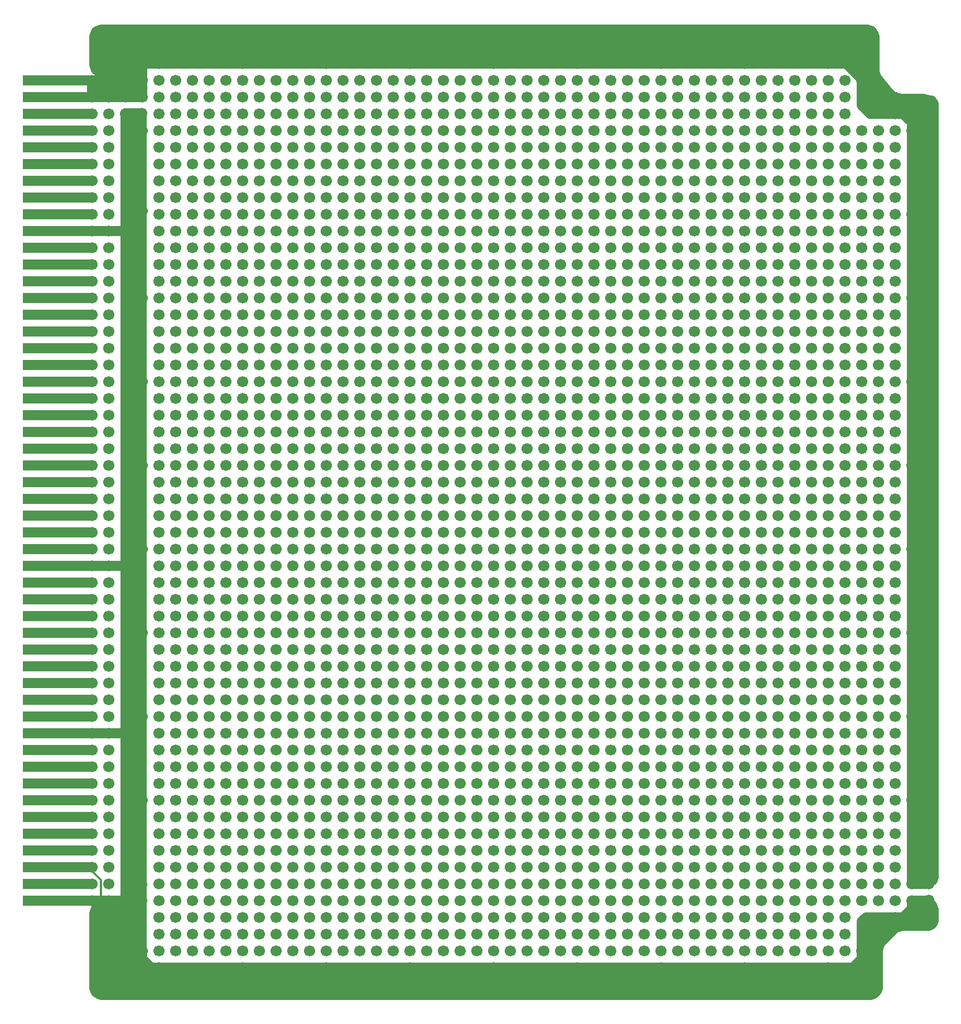
<source format=gbr>
%TF.GenerationSoftware,KiCad,Pcbnew,(5.1.6-0-10_14)*%
%TF.CreationDate,2020-07-02T17:02:21+02:00*%
%TF.ProjectId,x68k-ioboard,7836386b-2d69-46f6-926f-6172642e6b69,rev?*%
%TF.SameCoordinates,Original*%
%TF.FileFunction,Copper,L1,Top*%
%TF.FilePolarity,Positive*%
%FSLAX46Y46*%
G04 Gerber Fmt 4.6, Leading zero omitted, Abs format (unit mm)*
G04 Created by KiCad (PCBNEW (5.1.6-0-10_14)) date 2020-07-02 17:02:21*
%MOMM*%
%LPD*%
G01*
G04 APERTURE LIST*
%TA.AperFunction,Conductor*%
%ADD10R,9.000000X1.500000*%
%TD*%
%TA.AperFunction,ComponentPad*%
%ADD11C,1.700000*%
%TD*%
%TA.AperFunction,Conductor*%
%ADD12C,1.500000*%
%TD*%
%TA.AperFunction,Conductor*%
%ADD13C,0.350000*%
%TD*%
%TA.AperFunction,Conductor*%
%ADD14C,0.254000*%
%TD*%
G04 APERTURE END LIST*
D10*
%TO.N,VCC*%
%TO.C,U1*%
X31500000Y-41040000D03*
X31500000Y-43580000D03*
%TO.N,Net-(U1-Pad48)*%
X31500000Y-46120000D03*
%TO.N,Net-(U1-Pad47)*%
X31500000Y-48660000D03*
%TO.N,Net-(U1-Pad46)*%
X31500000Y-51200000D03*
%TO.N,Net-(U1-Pad45)*%
X31500000Y-53740000D03*
%TO.N,Net-(U1-Pad44)*%
X31500000Y-56280000D03*
%TO.N,Net-(U1-Pad43)*%
X31500000Y-58820000D03*
%TO.N,Net-(U1-Pad42)*%
X31500000Y-61360000D03*
%TO.N,GND*%
X31500000Y-63900000D03*
%TO.N,Net-(U1-Pad40)*%
X31500000Y-66440000D03*
%TO.N,Net-(U1-Pad39)*%
X31500000Y-68980000D03*
%TO.N,Net-(U1-Pad38)*%
X31500000Y-71520000D03*
%TO.N,Net-(U1-Pad37)*%
X31500000Y-74060000D03*
%TO.N,Net-(U1-Pad36)*%
X31500000Y-76600000D03*
%TO.N,Net-(U1-Pad35)*%
X31500000Y-79140000D03*
%TO.N,Net-(U1-Pad34)*%
X31500000Y-81680000D03*
%TO.N,-12V*%
X31500000Y-84220000D03*
X31500000Y-86760000D03*
%TO.N,Net-(U1-Pad31)*%
X31500000Y-89300000D03*
%TO.N,Net-(U1-Pad30)*%
X31500000Y-91840000D03*
%TO.N,Net-(U1-Pad29)*%
X31500000Y-94380000D03*
%TO.N,Net-(U1-Pad28)*%
X31500000Y-96920000D03*
%TO.N,Net-(U1-Pad27)*%
X31500000Y-99460000D03*
%TO.N,Net-(U1-Pad26)*%
X31500000Y-102000000D03*
%TO.N,Net-(U1-Pad25)*%
X31500000Y-104540000D03*
%TO.N,Net-(U1-Pad24)*%
X31500000Y-107080000D03*
%TO.N,+12v*%
X31500000Y-109620000D03*
X31500000Y-112160000D03*
%TO.N,GND*%
X31500000Y-114700000D03*
%TO.N,Net-(U1-Pad20)*%
X31500000Y-117240000D03*
%TO.N,Net-(U1-Pad19)*%
X31500000Y-119780000D03*
%TO.N,Net-(U1-Pad18)*%
X31500000Y-122320000D03*
%TO.N,Net-(U1-Pad17)*%
X31500000Y-124860000D03*
%TO.N,Net-(U1-Pad16)*%
X31500000Y-127400000D03*
%TO.N,Net-(U1-Pad15)*%
X31500000Y-129940000D03*
%TO.N,Net-(U1-Pad14)*%
X31500000Y-132480000D03*
%TO.N,Net-(U1-Pad13)*%
X31500000Y-135020000D03*
%TO.N,Net-(U1-Pad12)*%
X31500000Y-137560000D03*
%TO.N,GND*%
X31500000Y-140100000D03*
%TO.N,Net-(U1-Pad10)*%
X31500000Y-142640000D03*
%TO.N,Net-(U1-Pad9)*%
X31500000Y-145180000D03*
%TO.N,Net-(U1-Pad8)*%
X31500000Y-147720000D03*
%TO.N,Net-(U1-Pad7)*%
X31500000Y-150260000D03*
%TO.N,Net-(U1-Pad6)*%
X31500000Y-152800000D03*
%TO.N,Net-(U1-Pad5)*%
X31500000Y-155340000D03*
%TO.N,Net-(U1-Pad4)*%
X31500000Y-157880000D03*
%TO.N,GND*%
X31500000Y-160420000D03*
%TO.N,Net-(U1-Pad2)*%
X31500000Y-162960000D03*
%TO.N,GND*%
X31500000Y-165500000D03*
%TD*%
D11*
%TO.P,1,*%
%TO.N,GND*%
X164460000Y-165460000D03*
%TD*%
%TO.P,1,*%
%TO.N,VCC*%
X164460000Y-162960000D03*
%TD*%
%TO.P,1,*%
%TO.N,VCC*%
X123860000Y-38500000D03*
%TD*%
%TO.P,1,*%
%TO.N,VCC*%
X161960000Y-162960000D03*
%TD*%
%TO.P,1,*%
%TO.N,VCC*%
X159420000Y-46120000D03*
%TD*%
%TO.P,1,*%
%TO.N,VCC*%
X161960000Y-48660000D03*
%TD*%
%TO.P,1,*%
%TO.N,VCC*%
X161960000Y-61360000D03*
%TD*%
%TO.P,1,*%
%TO.N,VCC*%
X161960000Y-74060000D03*
%TD*%
%TO.P,1,*%
%TO.N,VCC*%
X161960000Y-86760000D03*
%TD*%
%TO.P,1,*%
%TO.N,VCC*%
X161960000Y-99460000D03*
%TD*%
%TO.P,1,*%
%TO.N,VCC*%
X161960000Y-112160000D03*
%TD*%
%TO.P,1,*%
%TO.N,VCC*%
X161960000Y-124860000D03*
%TD*%
%TO.P,1,*%
%TO.N,VCC*%
X161960000Y-137560000D03*
%TD*%
%TO.P,1,*%
%TO.N,VCC*%
X161960000Y-150260000D03*
%TD*%
%TO.P,1,*%
%TO.N,GND*%
X159420000Y-168040000D03*
%TD*%
%TO.P,1,*%
%TO.N,GND*%
X161960000Y-165500000D03*
%TD*%
%TO.P,1,*%
%TO.N,GND*%
X149260000Y-175660000D03*
%TD*%
%TO.P,1,*%
%TO.N,GND*%
X136560000Y-175660000D03*
%TD*%
%TO.P,1,*%
%TO.N,GND*%
X123860000Y-175660000D03*
%TD*%
%TO.P,1,*%
%TO.N,GND*%
X111160000Y-175660000D03*
%TD*%
%TO.P,1,*%
%TO.N,GND*%
X98460000Y-175660000D03*
%TD*%
%TO.P,1,*%
%TO.N,GND*%
X85760000Y-175660000D03*
%TD*%
%TO.P,1,*%
%TO.N,GND*%
X73060000Y-175660000D03*
%TD*%
%TO.P,1,*%
%TO.N,GND*%
X60360000Y-175660000D03*
%TD*%
%TO.P,1,*%
%TO.N,VCC*%
X149260000Y-38500000D03*
%TD*%
%TO.P,1,*%
%TO.N,VCC*%
X136560000Y-38500000D03*
%TD*%
%TO.P,1,*%
%TO.N,VCC*%
X111160000Y-38500000D03*
%TD*%
%TO.P,1,*%
%TO.N,VCC*%
X98460000Y-38500000D03*
%TD*%
%TO.P,1,*%
%TO.N,VCC*%
X85760000Y-38500000D03*
%TD*%
%TO.P,1,*%
%TO.N,VCC*%
X73060000Y-38500000D03*
%TD*%
%TO.P,1,*%
%TO.N,VCC*%
X60360000Y-38500000D03*
%TD*%
%TO.P,1,*%
%TO.N,VCC*%
X47660000Y-38500000D03*
%TD*%
%TO.P,1,*%
%TO.N,VCC*%
X154340000Y-41040000D03*
%TD*%
%TO.P,1,*%
%TO.N,*%
X151800000Y-41040000D03*
%TD*%
%TO.P,1,*%
%TO.N,*%
X149260000Y-41040000D03*
%TD*%
%TO.P,1,*%
%TO.N,*%
X146720000Y-41040000D03*
%TD*%
%TO.P,1,*%
%TO.N,*%
X144180000Y-41040000D03*
%TD*%
%TO.P,1,*%
%TO.N,*%
X141640000Y-41040000D03*
%TD*%
%TO.P,1,*%
%TO.N,*%
X139100000Y-41040000D03*
%TD*%
%TO.P,1,*%
%TO.N,*%
X136560000Y-41040000D03*
%TD*%
%TO.P,1,*%
%TO.N,*%
X134020000Y-41040000D03*
%TD*%
%TO.P,1,*%
%TO.N,*%
X131480000Y-41040000D03*
%TD*%
%TO.P,1,*%
%TO.N,*%
X128940000Y-41040000D03*
%TD*%
%TO.P,1,*%
%TO.N,*%
X126400000Y-41040000D03*
%TD*%
%TO.P,1,*%
%TO.N,*%
X123860000Y-41040000D03*
%TD*%
%TO.P,1,*%
%TO.N,*%
X121320000Y-41040000D03*
%TD*%
%TO.P,1,*%
%TO.N,*%
X118780000Y-41040000D03*
%TD*%
%TO.P,1,*%
%TO.N,*%
X116240000Y-41040000D03*
%TD*%
%TO.P,1,*%
%TO.N,*%
X113700000Y-41040000D03*
%TD*%
%TO.P,1,*%
%TO.N,*%
X111160000Y-41040000D03*
%TD*%
%TO.P,1,*%
%TO.N,*%
X108620000Y-41040000D03*
%TD*%
%TO.P,1,*%
%TO.N,*%
X106080000Y-41040000D03*
%TD*%
%TO.P,1,*%
%TO.N,*%
X103540000Y-41040000D03*
%TD*%
%TO.P,1,*%
%TO.N,*%
X101000000Y-41040000D03*
%TD*%
%TO.P,1,*%
%TO.N,*%
X98460000Y-41040000D03*
%TD*%
%TO.P,1,*%
%TO.N,*%
X95920000Y-41040000D03*
%TD*%
%TO.P,1,*%
%TO.N,*%
X93380000Y-41040000D03*
%TD*%
%TO.P,1,*%
%TO.N,*%
X90840000Y-41040000D03*
%TD*%
%TO.P,1,*%
%TO.N,*%
X88300000Y-41040000D03*
%TD*%
%TO.P,1,*%
%TO.N,*%
X85760000Y-41040000D03*
%TD*%
%TO.P,1,*%
%TO.N,*%
X83220000Y-41040000D03*
%TD*%
%TO.P,1,*%
%TO.N,*%
X80680000Y-41040000D03*
%TD*%
%TO.P,1,*%
%TO.N,*%
X78140000Y-41040000D03*
%TD*%
%TO.P,1,*%
%TO.N,*%
X75600000Y-41040000D03*
%TD*%
%TO.P,1,*%
%TO.N,*%
X73060000Y-41040000D03*
%TD*%
%TO.P,1,*%
%TO.N,*%
X70520000Y-41040000D03*
%TD*%
%TO.P,1,*%
%TO.N,*%
X67980000Y-41040000D03*
%TD*%
%TO.P,1,*%
%TO.N,*%
X65440000Y-41040000D03*
%TD*%
%TO.P,1,*%
%TO.N,*%
X62900000Y-41040000D03*
%TD*%
%TO.P,1,*%
%TO.N,*%
X60360000Y-41040000D03*
%TD*%
%TO.P,1,*%
%TO.N,*%
X57820000Y-41040000D03*
%TD*%
%TO.P,1,*%
%TO.N,*%
X55280000Y-41040000D03*
%TD*%
%TO.P,1,*%
%TO.N,*%
X52740000Y-41040000D03*
%TD*%
%TO.P,1,*%
%TO.N,*%
X50200000Y-41040000D03*
%TD*%
%TO.P,1,*%
%TO.N,*%
X47660000Y-41040000D03*
%TD*%
%TO.P,1,*%
%TO.N,*%
X151800000Y-43580000D03*
%TD*%
%TO.P,1,*%
%TO.N,*%
X149260000Y-43580000D03*
%TD*%
%TO.P,1,*%
%TO.N,*%
X146720000Y-43580000D03*
%TD*%
%TO.P,1,*%
%TO.N,*%
X144180000Y-43580000D03*
%TD*%
%TO.P,1,*%
%TO.N,*%
X141640000Y-43580000D03*
%TD*%
%TO.P,1,*%
%TO.N,*%
X139100000Y-43580000D03*
%TD*%
%TO.P,1,*%
%TO.N,*%
X136560000Y-43580000D03*
%TD*%
%TO.P,1,*%
%TO.N,*%
X134020000Y-43580000D03*
%TD*%
%TO.P,1,*%
%TO.N,*%
X131480000Y-43580000D03*
%TD*%
%TO.P,1,*%
%TO.N,*%
X128940000Y-43580000D03*
%TD*%
%TO.P,1,*%
%TO.N,*%
X126400000Y-43580000D03*
%TD*%
%TO.P,1,*%
%TO.N,*%
X123860000Y-43580000D03*
%TD*%
%TO.P,1,*%
%TO.N,*%
X121320000Y-43580000D03*
%TD*%
%TO.P,1,*%
%TO.N,*%
X118780000Y-43580000D03*
%TD*%
%TO.P,1,*%
%TO.N,*%
X116240000Y-43580000D03*
%TD*%
%TO.P,1,*%
%TO.N,*%
X113700000Y-43580000D03*
%TD*%
%TO.P,1,*%
%TO.N,*%
X111160000Y-43580000D03*
%TD*%
%TO.P,1,*%
%TO.N,*%
X108620000Y-43580000D03*
%TD*%
%TO.P,1,*%
%TO.N,*%
X106080000Y-43580000D03*
%TD*%
%TO.P,1,*%
%TO.N,*%
X103540000Y-43580000D03*
%TD*%
%TO.P,1,*%
%TO.N,*%
X101000000Y-43580000D03*
%TD*%
%TO.P,1,*%
%TO.N,*%
X98460000Y-43580000D03*
%TD*%
%TO.P,1,*%
%TO.N,*%
X95920000Y-43580000D03*
%TD*%
%TO.P,1,*%
%TO.N,*%
X93380000Y-43580000D03*
%TD*%
%TO.P,1,*%
%TO.N,*%
X90840000Y-43580000D03*
%TD*%
%TO.P,1,*%
%TO.N,*%
X88300000Y-43580000D03*
%TD*%
%TO.P,1,*%
%TO.N,*%
X85760000Y-43580000D03*
%TD*%
%TO.P,1,*%
%TO.N,*%
X83220000Y-43580000D03*
%TD*%
%TO.P,1,*%
%TO.N,*%
X80680000Y-43580000D03*
%TD*%
%TO.P,1,*%
%TO.N,*%
X78140000Y-43580000D03*
%TD*%
%TO.P,1,*%
%TO.N,*%
X75600000Y-43580000D03*
%TD*%
%TO.P,1,*%
%TO.N,*%
X73060000Y-43580000D03*
%TD*%
%TO.P,1,*%
%TO.N,*%
X70520000Y-43580000D03*
%TD*%
%TO.P,1,*%
%TO.N,*%
X67980000Y-43580000D03*
%TD*%
%TO.P,1,*%
%TO.N,*%
X65440000Y-43580000D03*
%TD*%
%TO.P,1,*%
%TO.N,*%
X62900000Y-43580000D03*
%TD*%
%TO.P,1,*%
%TO.N,*%
X60360000Y-43580000D03*
%TD*%
%TO.P,1,*%
%TO.N,*%
X57820000Y-43580000D03*
%TD*%
%TO.P,1,*%
%TO.N,*%
X55280000Y-43580000D03*
%TD*%
%TO.P,1,*%
%TO.N,*%
X52740000Y-43580000D03*
%TD*%
%TO.P,1,*%
%TO.N,*%
X50200000Y-43580000D03*
%TD*%
%TO.P,1,*%
%TO.N,*%
X47660000Y-43580000D03*
%TD*%
%TO.P,1,*%
%TO.N,*%
X151800000Y-46120000D03*
%TD*%
%TO.P,1,*%
%TO.N,*%
X149260000Y-46120000D03*
%TD*%
%TO.P,1,*%
%TO.N,*%
X146720000Y-46120000D03*
%TD*%
%TO.P,1,*%
%TO.N,*%
X144180000Y-46120000D03*
%TD*%
%TO.P,1,*%
%TO.N,*%
X141640000Y-46120000D03*
%TD*%
%TO.P,1,*%
%TO.N,*%
X139100000Y-46120000D03*
%TD*%
%TO.P,1,*%
%TO.N,*%
X136560000Y-46120000D03*
%TD*%
%TO.P,1,*%
%TO.N,*%
X134020000Y-46120000D03*
%TD*%
%TO.P,1,*%
%TO.N,*%
X131480000Y-46120000D03*
%TD*%
%TO.P,1,*%
%TO.N,*%
X128940000Y-46120000D03*
%TD*%
%TO.P,1,*%
%TO.N,*%
X126400000Y-46120000D03*
%TD*%
%TO.P,1,*%
%TO.N,*%
X123860000Y-46120000D03*
%TD*%
%TO.P,1,*%
%TO.N,*%
X121320000Y-46120000D03*
%TD*%
%TO.P,1,*%
%TO.N,*%
X118780000Y-46120000D03*
%TD*%
%TO.P,1,*%
%TO.N,*%
X116240000Y-46120000D03*
%TD*%
%TO.P,1,*%
%TO.N,*%
X113700000Y-46120000D03*
%TD*%
%TO.P,1,*%
%TO.N,*%
X111160000Y-46120000D03*
%TD*%
%TO.P,1,*%
%TO.N,*%
X108620000Y-46120000D03*
%TD*%
%TO.P,1,*%
%TO.N,*%
X106080000Y-46120000D03*
%TD*%
%TO.P,1,*%
%TO.N,*%
X103540000Y-46120000D03*
%TD*%
%TO.P,1,*%
%TO.N,*%
X101000000Y-46120000D03*
%TD*%
%TO.P,1,*%
%TO.N,*%
X98460000Y-46120000D03*
%TD*%
%TO.P,1,*%
%TO.N,*%
X95920000Y-46120000D03*
%TD*%
%TO.P,1,*%
%TO.N,*%
X93380000Y-46120000D03*
%TD*%
%TO.P,1,*%
%TO.N,*%
X90840000Y-46120000D03*
%TD*%
%TO.P,1,*%
%TO.N,*%
X88300000Y-46120000D03*
%TD*%
%TO.P,1,*%
%TO.N,*%
X85760000Y-46120000D03*
%TD*%
%TO.P,1,*%
%TO.N,*%
X83220000Y-46120000D03*
%TD*%
%TO.P,1,*%
%TO.N,*%
X80680000Y-46120000D03*
%TD*%
%TO.P,1,*%
%TO.N,*%
X78140000Y-46120000D03*
%TD*%
%TO.P,1,*%
%TO.N,*%
X75600000Y-46120000D03*
%TD*%
%TO.P,1,*%
%TO.N,*%
X73060000Y-46120000D03*
%TD*%
%TO.P,1,*%
%TO.N,*%
X70520000Y-46120000D03*
%TD*%
%TO.P,1,*%
%TO.N,*%
X67980000Y-46120000D03*
%TD*%
%TO.P,1,*%
%TO.N,*%
X65440000Y-46120000D03*
%TD*%
%TO.P,1,*%
%TO.N,*%
X62900000Y-46120000D03*
%TD*%
%TO.P,1,*%
%TO.N,*%
X60360000Y-46120000D03*
%TD*%
%TO.P,1,*%
%TO.N,*%
X57820000Y-46120000D03*
%TD*%
%TO.P,1,*%
%TO.N,*%
X55280000Y-46120000D03*
%TD*%
%TO.P,1,*%
%TO.N,*%
X52740000Y-46120000D03*
%TD*%
%TO.P,1,*%
%TO.N,*%
X50200000Y-46120000D03*
%TD*%
%TO.P,1,*%
%TO.N,*%
X47660000Y-46120000D03*
%TD*%
%TO.P,1,*%
%TO.N,*%
X159420000Y-48660000D03*
%TD*%
%TO.P,1,*%
%TO.N,*%
X156880000Y-48660000D03*
%TD*%
%TO.P,1,*%
%TO.N,*%
X154340000Y-48660000D03*
%TD*%
%TO.P,1,*%
%TO.N,*%
X151800000Y-48660000D03*
%TD*%
%TO.P,1,*%
%TO.N,*%
X149260000Y-48660000D03*
%TD*%
%TO.P,1,*%
%TO.N,*%
X146720000Y-48660000D03*
%TD*%
%TO.P,1,*%
%TO.N,*%
X144180000Y-48660000D03*
%TD*%
%TO.P,1,*%
%TO.N,*%
X141640000Y-48660000D03*
%TD*%
%TO.P,1,*%
%TO.N,*%
X139100000Y-48660000D03*
%TD*%
%TO.P,1,*%
%TO.N,*%
X136560000Y-48660000D03*
%TD*%
%TO.P,1,*%
%TO.N,*%
X134020000Y-48660000D03*
%TD*%
%TO.P,1,*%
%TO.N,*%
X131480000Y-48660000D03*
%TD*%
%TO.P,1,*%
%TO.N,*%
X128940000Y-48660000D03*
%TD*%
%TO.P,1,*%
%TO.N,*%
X126400000Y-48660000D03*
%TD*%
%TO.P,1,*%
%TO.N,*%
X123860000Y-48660000D03*
%TD*%
%TO.P,1,*%
%TO.N,*%
X121320000Y-48660000D03*
%TD*%
%TO.P,1,*%
%TO.N,*%
X118780000Y-48660000D03*
%TD*%
%TO.P,1,*%
%TO.N,*%
X116240000Y-48660000D03*
%TD*%
%TO.P,1,*%
%TO.N,*%
X113700000Y-48660000D03*
%TD*%
%TO.P,1,*%
%TO.N,*%
X111160000Y-48660000D03*
%TD*%
%TO.P,1,*%
%TO.N,*%
X108620000Y-48660000D03*
%TD*%
%TO.P,1,*%
%TO.N,*%
X106080000Y-48660000D03*
%TD*%
%TO.P,1,*%
%TO.N,*%
X103540000Y-48660000D03*
%TD*%
%TO.P,1,*%
%TO.N,*%
X101000000Y-48660000D03*
%TD*%
%TO.P,1,*%
%TO.N,*%
X98460000Y-48660000D03*
%TD*%
%TO.P,1,*%
%TO.N,*%
X95920000Y-48660000D03*
%TD*%
%TO.P,1,*%
%TO.N,*%
X93380000Y-48660000D03*
%TD*%
%TO.P,1,*%
%TO.N,*%
X90840000Y-48660000D03*
%TD*%
%TO.P,1,*%
%TO.N,*%
X88300000Y-48660000D03*
%TD*%
%TO.P,1,*%
%TO.N,*%
X85760000Y-48660000D03*
%TD*%
%TO.P,1,*%
%TO.N,*%
X83220000Y-48660000D03*
%TD*%
%TO.P,1,*%
%TO.N,*%
X80680000Y-48660000D03*
%TD*%
%TO.P,1,*%
%TO.N,*%
X78140000Y-48660000D03*
%TD*%
%TO.P,1,*%
%TO.N,*%
X75600000Y-48660000D03*
%TD*%
%TO.P,1,*%
%TO.N,*%
X73060000Y-48660000D03*
%TD*%
%TO.P,1,*%
%TO.N,*%
X70520000Y-48660000D03*
%TD*%
%TO.P,1,*%
%TO.N,*%
X67980000Y-48660000D03*
%TD*%
%TO.P,1,*%
%TO.N,*%
X65440000Y-48660000D03*
%TD*%
%TO.P,1,*%
%TO.N,*%
X62900000Y-48660000D03*
%TD*%
%TO.P,1,*%
%TO.N,*%
X60360000Y-48660000D03*
%TD*%
%TO.P,1,*%
%TO.N,*%
X57820000Y-48660000D03*
%TD*%
%TO.P,1,*%
%TO.N,*%
X55280000Y-48660000D03*
%TD*%
%TO.P,1,*%
%TO.N,*%
X52740000Y-48660000D03*
%TD*%
%TO.P,1,*%
%TO.N,*%
X50200000Y-48660000D03*
%TD*%
%TO.P,1,*%
%TO.N,*%
X47660000Y-48660000D03*
%TD*%
%TO.P,1,*%
%TO.N,*%
X159420000Y-51200000D03*
%TD*%
%TO.P,1,*%
%TO.N,*%
X156880000Y-51200000D03*
%TD*%
%TO.P,1,*%
%TO.N,*%
X154340000Y-51200000D03*
%TD*%
%TO.P,1,*%
%TO.N,*%
X151800000Y-51200000D03*
%TD*%
%TO.P,1,*%
%TO.N,*%
X149260000Y-51200000D03*
%TD*%
%TO.P,1,*%
%TO.N,*%
X146720000Y-51200000D03*
%TD*%
%TO.P,1,*%
%TO.N,*%
X144180000Y-51200000D03*
%TD*%
%TO.P,1,*%
%TO.N,*%
X141640000Y-51200000D03*
%TD*%
%TO.P,1,*%
%TO.N,*%
X139100000Y-51200000D03*
%TD*%
%TO.P,1,*%
%TO.N,*%
X136560000Y-51200000D03*
%TD*%
%TO.P,1,*%
%TO.N,*%
X134020000Y-51200000D03*
%TD*%
%TO.P,1,*%
%TO.N,*%
X131480000Y-51200000D03*
%TD*%
%TO.P,1,*%
%TO.N,*%
X128940000Y-51200000D03*
%TD*%
%TO.P,1,*%
%TO.N,*%
X126400000Y-51200000D03*
%TD*%
%TO.P,1,*%
%TO.N,*%
X123860000Y-51200000D03*
%TD*%
%TO.P,1,*%
%TO.N,*%
X121320000Y-51200000D03*
%TD*%
%TO.P,1,*%
%TO.N,*%
X118780000Y-51200000D03*
%TD*%
%TO.P,1,*%
%TO.N,*%
X116240000Y-51200000D03*
%TD*%
%TO.P,1,*%
%TO.N,*%
X113700000Y-51200000D03*
%TD*%
%TO.P,1,*%
%TO.N,*%
X111160000Y-51200000D03*
%TD*%
%TO.P,1,*%
%TO.N,*%
X108620000Y-51200000D03*
%TD*%
%TO.P,1,*%
%TO.N,*%
X106080000Y-51200000D03*
%TD*%
%TO.P,1,*%
%TO.N,*%
X103540000Y-51200000D03*
%TD*%
%TO.P,1,*%
%TO.N,*%
X101000000Y-51200000D03*
%TD*%
%TO.P,1,*%
%TO.N,*%
X98460000Y-51200000D03*
%TD*%
%TO.P,1,*%
%TO.N,*%
X95920000Y-51200000D03*
%TD*%
%TO.P,1,*%
%TO.N,*%
X93380000Y-51200000D03*
%TD*%
%TO.P,1,*%
%TO.N,*%
X90840000Y-51200000D03*
%TD*%
%TO.P,1,*%
%TO.N,*%
X88300000Y-51200000D03*
%TD*%
%TO.P,1,*%
%TO.N,*%
X85760000Y-51200000D03*
%TD*%
%TO.P,1,*%
%TO.N,*%
X83220000Y-51200000D03*
%TD*%
%TO.P,1,*%
%TO.N,*%
X80680000Y-51200000D03*
%TD*%
%TO.P,1,*%
%TO.N,*%
X78140000Y-51200000D03*
%TD*%
%TO.P,1,*%
%TO.N,*%
X75600000Y-51200000D03*
%TD*%
%TO.P,1,*%
%TO.N,*%
X73060000Y-51200000D03*
%TD*%
%TO.P,1,*%
%TO.N,*%
X70520000Y-51200000D03*
%TD*%
%TO.P,1,*%
%TO.N,*%
X67980000Y-51200000D03*
%TD*%
%TO.P,1,*%
%TO.N,*%
X65440000Y-51200000D03*
%TD*%
%TO.P,1,*%
%TO.N,*%
X62900000Y-51200000D03*
%TD*%
%TO.P,1,*%
%TO.N,*%
X60360000Y-51200000D03*
%TD*%
%TO.P,1,*%
%TO.N,*%
X57820000Y-51200000D03*
%TD*%
%TO.P,1,*%
%TO.N,*%
X55280000Y-51200000D03*
%TD*%
%TO.P,1,*%
%TO.N,*%
X52740000Y-51200000D03*
%TD*%
%TO.P,1,*%
%TO.N,*%
X50200000Y-51200000D03*
%TD*%
%TO.P,1,*%
%TO.N,*%
X47660000Y-51200000D03*
%TD*%
%TO.P,1,*%
%TO.N,*%
X159420000Y-53740000D03*
%TD*%
%TO.P,1,*%
%TO.N,*%
X156880000Y-53740000D03*
%TD*%
%TO.P,1,*%
%TO.N,*%
X154340000Y-53740000D03*
%TD*%
%TO.P,1,*%
%TO.N,*%
X151800000Y-53740000D03*
%TD*%
%TO.P,1,*%
%TO.N,*%
X149260000Y-53740000D03*
%TD*%
%TO.P,1,*%
%TO.N,*%
X146720000Y-53740000D03*
%TD*%
%TO.P,1,*%
%TO.N,*%
X144180000Y-53740000D03*
%TD*%
%TO.P,1,*%
%TO.N,*%
X141640000Y-53740000D03*
%TD*%
%TO.P,1,*%
%TO.N,*%
X139100000Y-53740000D03*
%TD*%
%TO.P,1,*%
%TO.N,*%
X136560000Y-53740000D03*
%TD*%
%TO.P,1,*%
%TO.N,*%
X134020000Y-53740000D03*
%TD*%
%TO.P,1,*%
%TO.N,*%
X131480000Y-53740000D03*
%TD*%
%TO.P,1,*%
%TO.N,*%
X128940000Y-53740000D03*
%TD*%
%TO.P,1,*%
%TO.N,*%
X126400000Y-53740000D03*
%TD*%
%TO.P,1,*%
%TO.N,*%
X123860000Y-53740000D03*
%TD*%
%TO.P,1,*%
%TO.N,*%
X121320000Y-53740000D03*
%TD*%
%TO.P,1,*%
%TO.N,*%
X118780000Y-53740000D03*
%TD*%
%TO.P,1,*%
%TO.N,*%
X116240000Y-53740000D03*
%TD*%
%TO.P,1,*%
%TO.N,*%
X113700000Y-53740000D03*
%TD*%
%TO.P,1,*%
%TO.N,*%
X111160000Y-53740000D03*
%TD*%
%TO.P,1,*%
%TO.N,*%
X108620000Y-53740000D03*
%TD*%
%TO.P,1,*%
%TO.N,*%
X106080000Y-53740000D03*
%TD*%
%TO.P,1,*%
%TO.N,*%
X103540000Y-53740000D03*
%TD*%
%TO.P,1,*%
%TO.N,*%
X101000000Y-53740000D03*
%TD*%
%TO.P,1,*%
%TO.N,*%
X98460000Y-53740000D03*
%TD*%
%TO.P,1,*%
%TO.N,*%
X95920000Y-53740000D03*
%TD*%
%TO.P,1,*%
%TO.N,*%
X93380000Y-53740000D03*
%TD*%
%TO.P,1,*%
%TO.N,*%
X90840000Y-53740000D03*
%TD*%
%TO.P,1,*%
%TO.N,*%
X88300000Y-53740000D03*
%TD*%
%TO.P,1,*%
%TO.N,*%
X85760000Y-53740000D03*
%TD*%
%TO.P,1,*%
%TO.N,*%
X83220000Y-53740000D03*
%TD*%
%TO.P,1,*%
%TO.N,*%
X80680000Y-53740000D03*
%TD*%
%TO.P,1,*%
%TO.N,*%
X78140000Y-53740000D03*
%TD*%
%TO.P,1,*%
%TO.N,*%
X75600000Y-53740000D03*
%TD*%
%TO.P,1,*%
%TO.N,*%
X73060000Y-53740000D03*
%TD*%
%TO.P,1,*%
%TO.N,*%
X70520000Y-53740000D03*
%TD*%
%TO.P,1,*%
%TO.N,*%
X67980000Y-53740000D03*
%TD*%
%TO.P,1,*%
%TO.N,*%
X65440000Y-53740000D03*
%TD*%
%TO.P,1,*%
%TO.N,*%
X62900000Y-53740000D03*
%TD*%
%TO.P,1,*%
%TO.N,*%
X60360000Y-53740000D03*
%TD*%
%TO.P,1,*%
%TO.N,*%
X57820000Y-53740000D03*
%TD*%
%TO.P,1,*%
%TO.N,*%
X55280000Y-53740000D03*
%TD*%
%TO.P,1,*%
%TO.N,*%
X52740000Y-53740000D03*
%TD*%
%TO.P,1,*%
%TO.N,*%
X50200000Y-53740000D03*
%TD*%
%TO.P,1,*%
%TO.N,*%
X47660000Y-53740000D03*
%TD*%
%TO.P,1,*%
%TO.N,*%
X159420000Y-56280000D03*
%TD*%
%TO.P,1,*%
%TO.N,*%
X156880000Y-56280000D03*
%TD*%
%TO.P,1,*%
%TO.N,*%
X154340000Y-56280000D03*
%TD*%
%TO.P,1,*%
%TO.N,*%
X151800000Y-56280000D03*
%TD*%
%TO.P,1,*%
%TO.N,*%
X149260000Y-56280000D03*
%TD*%
%TO.P,1,*%
%TO.N,*%
X146720000Y-56280000D03*
%TD*%
%TO.P,1,*%
%TO.N,*%
X144180000Y-56280000D03*
%TD*%
%TO.P,1,*%
%TO.N,*%
X141640000Y-56280000D03*
%TD*%
%TO.P,1,*%
%TO.N,*%
X139100000Y-56280000D03*
%TD*%
%TO.P,1,*%
%TO.N,*%
X136560000Y-56280000D03*
%TD*%
%TO.P,1,*%
%TO.N,*%
X134020000Y-56280000D03*
%TD*%
%TO.P,1,*%
%TO.N,*%
X131480000Y-56280000D03*
%TD*%
%TO.P,1,*%
%TO.N,*%
X128940000Y-56280000D03*
%TD*%
%TO.P,1,*%
%TO.N,*%
X126400000Y-56280000D03*
%TD*%
%TO.P,1,*%
%TO.N,*%
X123860000Y-56280000D03*
%TD*%
%TO.P,1,*%
%TO.N,*%
X121320000Y-56280000D03*
%TD*%
%TO.P,1,*%
%TO.N,*%
X118780000Y-56280000D03*
%TD*%
%TO.P,1,*%
%TO.N,*%
X116240000Y-56280000D03*
%TD*%
%TO.P,1,*%
%TO.N,*%
X113700000Y-56280000D03*
%TD*%
%TO.P,1,*%
%TO.N,*%
X111160000Y-56280000D03*
%TD*%
%TO.P,1,*%
%TO.N,*%
X108620000Y-56280000D03*
%TD*%
%TO.P,1,*%
%TO.N,*%
X106080000Y-56280000D03*
%TD*%
%TO.P,1,*%
%TO.N,*%
X103540000Y-56280000D03*
%TD*%
%TO.P,1,*%
%TO.N,*%
X101000000Y-56280000D03*
%TD*%
%TO.P,1,*%
%TO.N,*%
X98460000Y-56280000D03*
%TD*%
%TO.P,1,*%
%TO.N,*%
X95920000Y-56280000D03*
%TD*%
%TO.P,1,*%
%TO.N,*%
X93380000Y-56280000D03*
%TD*%
%TO.P,1,*%
%TO.N,*%
X90840000Y-56280000D03*
%TD*%
%TO.P,1,*%
%TO.N,*%
X88300000Y-56280000D03*
%TD*%
%TO.P,1,*%
%TO.N,*%
X85760000Y-56280000D03*
%TD*%
%TO.P,1,*%
%TO.N,*%
X83220000Y-56280000D03*
%TD*%
%TO.P,1,*%
%TO.N,*%
X80680000Y-56280000D03*
%TD*%
%TO.P,1,*%
%TO.N,*%
X78140000Y-56280000D03*
%TD*%
%TO.P,1,*%
%TO.N,*%
X75600000Y-56280000D03*
%TD*%
%TO.P,1,*%
%TO.N,*%
X73060000Y-56280000D03*
%TD*%
%TO.P,1,*%
%TO.N,*%
X70520000Y-56280000D03*
%TD*%
%TO.P,1,*%
%TO.N,*%
X67980000Y-56280000D03*
%TD*%
%TO.P,1,*%
%TO.N,*%
X65440000Y-56280000D03*
%TD*%
%TO.P,1,*%
%TO.N,*%
X62900000Y-56280000D03*
%TD*%
%TO.P,1,*%
%TO.N,*%
X60360000Y-56280000D03*
%TD*%
%TO.P,1,*%
%TO.N,*%
X57820000Y-56280000D03*
%TD*%
%TO.P,1,*%
%TO.N,*%
X55280000Y-56280000D03*
%TD*%
%TO.P,1,*%
%TO.N,*%
X52740000Y-56280000D03*
%TD*%
%TO.P,1,*%
%TO.N,*%
X50200000Y-56280000D03*
%TD*%
%TO.P,1,*%
%TO.N,*%
X47660000Y-56280000D03*
%TD*%
%TO.P,1,*%
%TO.N,*%
X159420000Y-58820000D03*
%TD*%
%TO.P,1,*%
%TO.N,*%
X156880000Y-58820000D03*
%TD*%
%TO.P,1,*%
%TO.N,*%
X154340000Y-58820000D03*
%TD*%
%TO.P,1,*%
%TO.N,*%
X151800000Y-58820000D03*
%TD*%
%TO.P,1,*%
%TO.N,*%
X149260000Y-58820000D03*
%TD*%
%TO.P,1,*%
%TO.N,*%
X146720000Y-58820000D03*
%TD*%
%TO.P,1,*%
%TO.N,*%
X144180000Y-58820000D03*
%TD*%
%TO.P,1,*%
%TO.N,*%
X141640000Y-58820000D03*
%TD*%
%TO.P,1,*%
%TO.N,*%
X139100000Y-58820000D03*
%TD*%
%TO.P,1,*%
%TO.N,*%
X136560000Y-58820000D03*
%TD*%
%TO.P,1,*%
%TO.N,*%
X134020000Y-58820000D03*
%TD*%
%TO.P,1,*%
%TO.N,*%
X131480000Y-58820000D03*
%TD*%
%TO.P,1,*%
%TO.N,*%
X128940000Y-58820000D03*
%TD*%
%TO.P,1,*%
%TO.N,*%
X126400000Y-58820000D03*
%TD*%
%TO.P,1,*%
%TO.N,*%
X123860000Y-58820000D03*
%TD*%
%TO.P,1,*%
%TO.N,*%
X121320000Y-58820000D03*
%TD*%
%TO.P,1,*%
%TO.N,*%
X118780000Y-58820000D03*
%TD*%
%TO.P,1,*%
%TO.N,*%
X116240000Y-58820000D03*
%TD*%
%TO.P,1,*%
%TO.N,*%
X113700000Y-58820000D03*
%TD*%
%TO.P,1,*%
%TO.N,*%
X111160000Y-58820000D03*
%TD*%
%TO.P,1,*%
%TO.N,*%
X108620000Y-58820000D03*
%TD*%
%TO.P,1,*%
%TO.N,*%
X106080000Y-58820000D03*
%TD*%
%TO.P,1,*%
%TO.N,*%
X103540000Y-58820000D03*
%TD*%
%TO.P,1,*%
%TO.N,*%
X101000000Y-58820000D03*
%TD*%
%TO.P,1,*%
%TO.N,*%
X98460000Y-58820000D03*
%TD*%
%TO.P,1,*%
%TO.N,*%
X95920000Y-58820000D03*
%TD*%
%TO.P,1,*%
%TO.N,*%
X93380000Y-58820000D03*
%TD*%
%TO.P,1,*%
%TO.N,*%
X90840000Y-58820000D03*
%TD*%
%TO.P,1,*%
%TO.N,*%
X88300000Y-58820000D03*
%TD*%
%TO.P,1,*%
%TO.N,*%
X85760000Y-58820000D03*
%TD*%
%TO.P,1,*%
%TO.N,*%
X83220000Y-58820000D03*
%TD*%
%TO.P,1,*%
%TO.N,*%
X80680000Y-58820000D03*
%TD*%
%TO.P,1,*%
%TO.N,*%
X78140000Y-58820000D03*
%TD*%
%TO.P,1,*%
%TO.N,*%
X75600000Y-58820000D03*
%TD*%
%TO.P,1,*%
%TO.N,*%
X73060000Y-58820000D03*
%TD*%
%TO.P,1,*%
%TO.N,*%
X70520000Y-58820000D03*
%TD*%
%TO.P,1,*%
%TO.N,*%
X67980000Y-58820000D03*
%TD*%
%TO.P,1,*%
%TO.N,*%
X65440000Y-58820000D03*
%TD*%
%TO.P,1,*%
%TO.N,*%
X62900000Y-58820000D03*
%TD*%
%TO.P,1,*%
%TO.N,*%
X60360000Y-58820000D03*
%TD*%
%TO.P,1,*%
%TO.N,*%
X57820000Y-58820000D03*
%TD*%
%TO.P,1,*%
%TO.N,*%
X55280000Y-58820000D03*
%TD*%
%TO.P,1,*%
%TO.N,*%
X52740000Y-58820000D03*
%TD*%
%TO.P,1,*%
%TO.N,*%
X50200000Y-58820000D03*
%TD*%
%TO.P,1,*%
%TO.N,*%
X47660000Y-58820000D03*
%TD*%
%TO.P,1,*%
%TO.N,*%
X159420000Y-61360000D03*
%TD*%
%TO.P,1,*%
%TO.N,*%
X156880000Y-61360000D03*
%TD*%
%TO.P,1,*%
%TO.N,*%
X154340000Y-61360000D03*
%TD*%
%TO.P,1,*%
%TO.N,*%
X151800000Y-61360000D03*
%TD*%
%TO.P,1,*%
%TO.N,*%
X149260000Y-61360000D03*
%TD*%
%TO.P,1,*%
%TO.N,*%
X146720000Y-61360000D03*
%TD*%
%TO.P,1,*%
%TO.N,*%
X144180000Y-61360000D03*
%TD*%
%TO.P,1,*%
%TO.N,*%
X141640000Y-61360000D03*
%TD*%
%TO.P,1,*%
%TO.N,*%
X139100000Y-61360000D03*
%TD*%
%TO.P,1,*%
%TO.N,*%
X136560000Y-61360000D03*
%TD*%
%TO.P,1,*%
%TO.N,*%
X134020000Y-61360000D03*
%TD*%
%TO.P,1,*%
%TO.N,*%
X131480000Y-61360000D03*
%TD*%
%TO.P,1,*%
%TO.N,*%
X128940000Y-61360000D03*
%TD*%
%TO.P,1,*%
%TO.N,*%
X126400000Y-61360000D03*
%TD*%
%TO.P,1,*%
%TO.N,*%
X123860000Y-61360000D03*
%TD*%
%TO.P,1,*%
%TO.N,*%
X121320000Y-61360000D03*
%TD*%
%TO.P,1,*%
%TO.N,*%
X118780000Y-61360000D03*
%TD*%
%TO.P,1,*%
%TO.N,*%
X116240000Y-61360000D03*
%TD*%
%TO.P,1,*%
%TO.N,*%
X113700000Y-61360000D03*
%TD*%
%TO.P,1,*%
%TO.N,*%
X111160000Y-61360000D03*
%TD*%
%TO.P,1,*%
%TO.N,*%
X108620000Y-61360000D03*
%TD*%
%TO.P,1,*%
%TO.N,*%
X106080000Y-61360000D03*
%TD*%
%TO.P,1,*%
%TO.N,*%
X103540000Y-61360000D03*
%TD*%
%TO.P,1,*%
%TO.N,*%
X101000000Y-61360000D03*
%TD*%
%TO.P,1,*%
%TO.N,*%
X98460000Y-61360000D03*
%TD*%
%TO.P,1,*%
%TO.N,*%
X95920000Y-61360000D03*
%TD*%
%TO.P,1,*%
%TO.N,*%
X93380000Y-61360000D03*
%TD*%
%TO.P,1,*%
%TO.N,*%
X90840000Y-61360000D03*
%TD*%
%TO.P,1,*%
%TO.N,*%
X88300000Y-61360000D03*
%TD*%
%TO.P,1,*%
%TO.N,*%
X85760000Y-61360000D03*
%TD*%
%TO.P,1,*%
%TO.N,*%
X83220000Y-61360000D03*
%TD*%
%TO.P,1,*%
%TO.N,*%
X80680000Y-61360000D03*
%TD*%
%TO.P,1,*%
%TO.N,*%
X78140000Y-61360000D03*
%TD*%
%TO.P,1,*%
%TO.N,*%
X75600000Y-61360000D03*
%TD*%
%TO.P,1,*%
%TO.N,*%
X73060000Y-61360000D03*
%TD*%
%TO.P,1,*%
%TO.N,*%
X70520000Y-61360000D03*
%TD*%
%TO.P,1,*%
%TO.N,*%
X67980000Y-61360000D03*
%TD*%
%TO.P,1,*%
%TO.N,*%
X65440000Y-61360000D03*
%TD*%
%TO.P,1,*%
%TO.N,*%
X62900000Y-61360000D03*
%TD*%
%TO.P,1,*%
%TO.N,*%
X60360000Y-61360000D03*
%TD*%
%TO.P,1,*%
%TO.N,*%
X57820000Y-61360000D03*
%TD*%
%TO.P,1,*%
%TO.N,*%
X55280000Y-61360000D03*
%TD*%
%TO.P,1,*%
%TO.N,*%
X52740000Y-61360000D03*
%TD*%
%TO.P,1,*%
%TO.N,*%
X50200000Y-61360000D03*
%TD*%
%TO.P,1,*%
%TO.N,*%
X47660000Y-61360000D03*
%TD*%
%TO.P,1,*%
%TO.N,*%
X159420000Y-63900000D03*
%TD*%
%TO.P,1,*%
%TO.N,*%
X156880000Y-63900000D03*
%TD*%
%TO.P,1,*%
%TO.N,*%
X154340000Y-63900000D03*
%TD*%
%TO.P,1,*%
%TO.N,*%
X151800000Y-63900000D03*
%TD*%
%TO.P,1,*%
%TO.N,*%
X149260000Y-63900000D03*
%TD*%
%TO.P,1,*%
%TO.N,*%
X146720000Y-63900000D03*
%TD*%
%TO.P,1,*%
%TO.N,*%
X144180000Y-63900000D03*
%TD*%
%TO.P,1,*%
%TO.N,*%
X141640000Y-63900000D03*
%TD*%
%TO.P,1,*%
%TO.N,*%
X139100000Y-63900000D03*
%TD*%
%TO.P,1,*%
%TO.N,*%
X136560000Y-63900000D03*
%TD*%
%TO.P,1,*%
%TO.N,*%
X134020000Y-63900000D03*
%TD*%
%TO.P,1,*%
%TO.N,*%
X131480000Y-63900000D03*
%TD*%
%TO.P,1,*%
%TO.N,*%
X128940000Y-63900000D03*
%TD*%
%TO.P,1,*%
%TO.N,*%
X126400000Y-63900000D03*
%TD*%
%TO.P,1,*%
%TO.N,*%
X123860000Y-63900000D03*
%TD*%
%TO.P,1,*%
%TO.N,*%
X121320000Y-63900000D03*
%TD*%
%TO.P,1,*%
%TO.N,*%
X118780000Y-63900000D03*
%TD*%
%TO.P,1,*%
%TO.N,*%
X116240000Y-63900000D03*
%TD*%
%TO.P,1,*%
%TO.N,*%
X113700000Y-63900000D03*
%TD*%
%TO.P,1,*%
%TO.N,*%
X111160000Y-63900000D03*
%TD*%
%TO.P,1,*%
%TO.N,*%
X108620000Y-63900000D03*
%TD*%
%TO.P,1,*%
%TO.N,*%
X106080000Y-63900000D03*
%TD*%
%TO.P,1,*%
%TO.N,*%
X103540000Y-63900000D03*
%TD*%
%TO.P,1,*%
%TO.N,*%
X101000000Y-63900000D03*
%TD*%
%TO.P,1,*%
%TO.N,*%
X98460000Y-63900000D03*
%TD*%
%TO.P,1,*%
%TO.N,*%
X95920000Y-63900000D03*
%TD*%
%TO.P,1,*%
%TO.N,*%
X93380000Y-63900000D03*
%TD*%
%TO.P,1,*%
%TO.N,*%
X90840000Y-63900000D03*
%TD*%
%TO.P,1,*%
%TO.N,*%
X88300000Y-63900000D03*
%TD*%
%TO.P,1,*%
%TO.N,*%
X85760000Y-63900000D03*
%TD*%
%TO.P,1,*%
%TO.N,*%
X83220000Y-63900000D03*
%TD*%
%TO.P,1,*%
%TO.N,*%
X80680000Y-63900000D03*
%TD*%
%TO.P,1,*%
%TO.N,*%
X78140000Y-63900000D03*
%TD*%
%TO.P,1,*%
%TO.N,*%
X75600000Y-63900000D03*
%TD*%
%TO.P,1,*%
%TO.N,*%
X73060000Y-63900000D03*
%TD*%
%TO.P,1,*%
%TO.N,*%
X70520000Y-63900000D03*
%TD*%
%TO.P,1,*%
%TO.N,*%
X67980000Y-63900000D03*
%TD*%
%TO.P,1,*%
%TO.N,*%
X65440000Y-63900000D03*
%TD*%
%TO.P,1,*%
%TO.N,*%
X62900000Y-63900000D03*
%TD*%
%TO.P,1,*%
%TO.N,*%
X60360000Y-63900000D03*
%TD*%
%TO.P,1,*%
%TO.N,*%
X57820000Y-63900000D03*
%TD*%
%TO.P,1,*%
%TO.N,*%
X55280000Y-63900000D03*
%TD*%
%TO.P,1,*%
%TO.N,*%
X52740000Y-63900000D03*
%TD*%
%TO.P,1,*%
%TO.N,*%
X50200000Y-63900000D03*
%TD*%
%TO.P,1,*%
%TO.N,*%
X47660000Y-63900000D03*
%TD*%
%TO.P,1,*%
%TO.N,*%
X159420000Y-66440000D03*
%TD*%
%TO.P,1,*%
%TO.N,*%
X156880000Y-66440000D03*
%TD*%
%TO.P,1,*%
%TO.N,*%
X154340000Y-66440000D03*
%TD*%
%TO.P,1,*%
%TO.N,*%
X151800000Y-66440000D03*
%TD*%
%TO.P,1,*%
%TO.N,*%
X149260000Y-66440000D03*
%TD*%
%TO.P,1,*%
%TO.N,*%
X146720000Y-66440000D03*
%TD*%
%TO.P,1,*%
%TO.N,*%
X144180000Y-66440000D03*
%TD*%
%TO.P,1,*%
%TO.N,*%
X141640000Y-66440000D03*
%TD*%
%TO.P,1,*%
%TO.N,*%
X139100000Y-66440000D03*
%TD*%
%TO.P,1,*%
%TO.N,*%
X136560000Y-66440000D03*
%TD*%
%TO.P,1,*%
%TO.N,*%
X134020000Y-66440000D03*
%TD*%
%TO.P,1,*%
%TO.N,*%
X131480000Y-66440000D03*
%TD*%
%TO.P,1,*%
%TO.N,*%
X128940000Y-66440000D03*
%TD*%
%TO.P,1,*%
%TO.N,*%
X126400000Y-66440000D03*
%TD*%
%TO.P,1,*%
%TO.N,*%
X123860000Y-66440000D03*
%TD*%
%TO.P,1,*%
%TO.N,*%
X121320000Y-66440000D03*
%TD*%
%TO.P,1,*%
%TO.N,*%
X118780000Y-66440000D03*
%TD*%
%TO.P,1,*%
%TO.N,*%
X116240000Y-66440000D03*
%TD*%
%TO.P,1,*%
%TO.N,*%
X113700000Y-66440000D03*
%TD*%
%TO.P,1,*%
%TO.N,*%
X111160000Y-66440000D03*
%TD*%
%TO.P,1,*%
%TO.N,*%
X108620000Y-66440000D03*
%TD*%
%TO.P,1,*%
%TO.N,*%
X106080000Y-66440000D03*
%TD*%
%TO.P,1,*%
%TO.N,*%
X103540000Y-66440000D03*
%TD*%
%TO.P,1,*%
%TO.N,*%
X101000000Y-66440000D03*
%TD*%
%TO.P,1,*%
%TO.N,*%
X98460000Y-66440000D03*
%TD*%
%TO.P,1,*%
%TO.N,*%
X95920000Y-66440000D03*
%TD*%
%TO.P,1,*%
%TO.N,*%
X93380000Y-66440000D03*
%TD*%
%TO.P,1,*%
%TO.N,*%
X90840000Y-66440000D03*
%TD*%
%TO.P,1,*%
%TO.N,*%
X88300000Y-66440000D03*
%TD*%
%TO.P,1,*%
%TO.N,*%
X85760000Y-66440000D03*
%TD*%
%TO.P,1,*%
%TO.N,*%
X83220000Y-66440000D03*
%TD*%
%TO.P,1,*%
%TO.N,*%
X80680000Y-66440000D03*
%TD*%
%TO.P,1,*%
%TO.N,*%
X78140000Y-66440000D03*
%TD*%
%TO.P,1,*%
%TO.N,*%
X75600000Y-66440000D03*
%TD*%
%TO.P,1,*%
%TO.N,*%
X73060000Y-66440000D03*
%TD*%
%TO.P,1,*%
%TO.N,*%
X70520000Y-66440000D03*
%TD*%
%TO.P,1,*%
%TO.N,*%
X67980000Y-66440000D03*
%TD*%
%TO.P,1,*%
%TO.N,*%
X65440000Y-66440000D03*
%TD*%
%TO.P,1,*%
%TO.N,*%
X62900000Y-66440000D03*
%TD*%
%TO.P,1,*%
%TO.N,*%
X60360000Y-66440000D03*
%TD*%
%TO.P,1,*%
%TO.N,*%
X57820000Y-66440000D03*
%TD*%
%TO.P,1,*%
%TO.N,*%
X55280000Y-66440000D03*
%TD*%
%TO.P,1,*%
%TO.N,*%
X52740000Y-66440000D03*
%TD*%
%TO.P,1,*%
%TO.N,*%
X50200000Y-66440000D03*
%TD*%
%TO.P,1,*%
%TO.N,*%
X47660000Y-66440000D03*
%TD*%
%TO.P,1,*%
%TO.N,*%
X159420000Y-68980000D03*
%TD*%
%TO.P,1,*%
%TO.N,*%
X156880000Y-68980000D03*
%TD*%
%TO.P,1,*%
%TO.N,*%
X154340000Y-68980000D03*
%TD*%
%TO.P,1,*%
%TO.N,*%
X151800000Y-68980000D03*
%TD*%
%TO.P,1,*%
%TO.N,*%
X149260000Y-68980000D03*
%TD*%
%TO.P,1,*%
%TO.N,*%
X146720000Y-68980000D03*
%TD*%
%TO.P,1,*%
%TO.N,*%
X144180000Y-68980000D03*
%TD*%
%TO.P,1,*%
%TO.N,*%
X141640000Y-68980000D03*
%TD*%
%TO.P,1,*%
%TO.N,*%
X139100000Y-68980000D03*
%TD*%
%TO.P,1,*%
%TO.N,*%
X136560000Y-68980000D03*
%TD*%
%TO.P,1,*%
%TO.N,*%
X134020000Y-68980000D03*
%TD*%
%TO.P,1,*%
%TO.N,*%
X131480000Y-68980000D03*
%TD*%
%TO.P,1,*%
%TO.N,*%
X128940000Y-68980000D03*
%TD*%
%TO.P,1,*%
%TO.N,*%
X126400000Y-68980000D03*
%TD*%
%TO.P,1,*%
%TO.N,*%
X123860000Y-68980000D03*
%TD*%
%TO.P,1,*%
%TO.N,*%
X121320000Y-68980000D03*
%TD*%
%TO.P,1,*%
%TO.N,*%
X118780000Y-68980000D03*
%TD*%
%TO.P,1,*%
%TO.N,*%
X116240000Y-68980000D03*
%TD*%
%TO.P,1,*%
%TO.N,*%
X113700000Y-68980000D03*
%TD*%
%TO.P,1,*%
%TO.N,*%
X111160000Y-68980000D03*
%TD*%
%TO.P,1,*%
%TO.N,*%
X108620000Y-68980000D03*
%TD*%
%TO.P,1,*%
%TO.N,*%
X106080000Y-68980000D03*
%TD*%
%TO.P,1,*%
%TO.N,*%
X103540000Y-68980000D03*
%TD*%
%TO.P,1,*%
%TO.N,*%
X101000000Y-68980000D03*
%TD*%
%TO.P,1,*%
%TO.N,*%
X98460000Y-68980000D03*
%TD*%
%TO.P,1,*%
%TO.N,*%
X95920000Y-68980000D03*
%TD*%
%TO.P,1,*%
%TO.N,*%
X93380000Y-68980000D03*
%TD*%
%TO.P,1,*%
%TO.N,*%
X90840000Y-68980000D03*
%TD*%
%TO.P,1,*%
%TO.N,*%
X88300000Y-68980000D03*
%TD*%
%TO.P,1,*%
%TO.N,*%
X85760000Y-68980000D03*
%TD*%
%TO.P,1,*%
%TO.N,*%
X83220000Y-68980000D03*
%TD*%
%TO.P,1,*%
%TO.N,*%
X80680000Y-68980000D03*
%TD*%
%TO.P,1,*%
%TO.N,*%
X78140000Y-68980000D03*
%TD*%
%TO.P,1,*%
%TO.N,*%
X75600000Y-68980000D03*
%TD*%
%TO.P,1,*%
%TO.N,*%
X73060000Y-68980000D03*
%TD*%
%TO.P,1,*%
%TO.N,*%
X70520000Y-68980000D03*
%TD*%
%TO.P,1,*%
%TO.N,*%
X67980000Y-68980000D03*
%TD*%
%TO.P,1,*%
%TO.N,*%
X65440000Y-68980000D03*
%TD*%
%TO.P,1,*%
%TO.N,*%
X62900000Y-68980000D03*
%TD*%
%TO.P,1,*%
%TO.N,*%
X60360000Y-68980000D03*
%TD*%
%TO.P,1,*%
%TO.N,*%
X57820000Y-68980000D03*
%TD*%
%TO.P,1,*%
%TO.N,*%
X55280000Y-68980000D03*
%TD*%
%TO.P,1,*%
%TO.N,*%
X52740000Y-68980000D03*
%TD*%
%TO.P,1,*%
%TO.N,*%
X50200000Y-68980000D03*
%TD*%
%TO.P,1,*%
%TO.N,*%
X47660000Y-68980000D03*
%TD*%
%TO.P,1,*%
%TO.N,*%
X159420000Y-71520000D03*
%TD*%
%TO.P,1,*%
%TO.N,*%
X156880000Y-71520000D03*
%TD*%
%TO.P,1,*%
%TO.N,*%
X154340000Y-71520000D03*
%TD*%
%TO.P,1,*%
%TO.N,*%
X151800000Y-71520000D03*
%TD*%
%TO.P,1,*%
%TO.N,*%
X149260000Y-71520000D03*
%TD*%
%TO.P,1,*%
%TO.N,*%
X146720000Y-71520000D03*
%TD*%
%TO.P,1,*%
%TO.N,*%
X144180000Y-71520000D03*
%TD*%
%TO.P,1,*%
%TO.N,*%
X141640000Y-71520000D03*
%TD*%
%TO.P,1,*%
%TO.N,*%
X139100000Y-71520000D03*
%TD*%
%TO.P,1,*%
%TO.N,*%
X136560000Y-71520000D03*
%TD*%
%TO.P,1,*%
%TO.N,*%
X134020000Y-71520000D03*
%TD*%
%TO.P,1,*%
%TO.N,*%
X131480000Y-71520000D03*
%TD*%
%TO.P,1,*%
%TO.N,*%
X128940000Y-71520000D03*
%TD*%
%TO.P,1,*%
%TO.N,*%
X126400000Y-71520000D03*
%TD*%
%TO.P,1,*%
%TO.N,*%
X123860000Y-71520000D03*
%TD*%
%TO.P,1,*%
%TO.N,*%
X121320000Y-71520000D03*
%TD*%
%TO.P,1,*%
%TO.N,*%
X118780000Y-71520000D03*
%TD*%
%TO.P,1,*%
%TO.N,*%
X116240000Y-71520000D03*
%TD*%
%TO.P,1,*%
%TO.N,*%
X113700000Y-71520000D03*
%TD*%
%TO.P,1,*%
%TO.N,*%
X111160000Y-71520000D03*
%TD*%
%TO.P,1,*%
%TO.N,*%
X108620000Y-71520000D03*
%TD*%
%TO.P,1,*%
%TO.N,*%
X106080000Y-71520000D03*
%TD*%
%TO.P,1,*%
%TO.N,*%
X103540000Y-71520000D03*
%TD*%
%TO.P,1,*%
%TO.N,*%
X101000000Y-71520000D03*
%TD*%
%TO.P,1,*%
%TO.N,*%
X98460000Y-71520000D03*
%TD*%
%TO.P,1,*%
%TO.N,*%
X95920000Y-71520000D03*
%TD*%
%TO.P,1,*%
%TO.N,*%
X93380000Y-71520000D03*
%TD*%
%TO.P,1,*%
%TO.N,*%
X90840000Y-71520000D03*
%TD*%
%TO.P,1,*%
%TO.N,*%
X88300000Y-71520000D03*
%TD*%
%TO.P,1,*%
%TO.N,*%
X85760000Y-71520000D03*
%TD*%
%TO.P,1,*%
%TO.N,*%
X83220000Y-71520000D03*
%TD*%
%TO.P,1,*%
%TO.N,*%
X80680000Y-71520000D03*
%TD*%
%TO.P,1,*%
%TO.N,*%
X78140000Y-71520000D03*
%TD*%
%TO.P,1,*%
%TO.N,*%
X75600000Y-71520000D03*
%TD*%
%TO.P,1,*%
%TO.N,*%
X73060000Y-71520000D03*
%TD*%
%TO.P,1,*%
%TO.N,*%
X70520000Y-71520000D03*
%TD*%
%TO.P,1,*%
%TO.N,*%
X67980000Y-71520000D03*
%TD*%
%TO.P,1,*%
%TO.N,*%
X65440000Y-71520000D03*
%TD*%
%TO.P,1,*%
%TO.N,*%
X62900000Y-71520000D03*
%TD*%
%TO.P,1,*%
%TO.N,*%
X60360000Y-71520000D03*
%TD*%
%TO.P,1,*%
%TO.N,*%
X57820000Y-71520000D03*
%TD*%
%TO.P,1,*%
%TO.N,*%
X55280000Y-71520000D03*
%TD*%
%TO.P,1,*%
%TO.N,*%
X52740000Y-71520000D03*
%TD*%
%TO.P,1,*%
%TO.N,*%
X50200000Y-71520000D03*
%TD*%
%TO.P,1,*%
%TO.N,*%
X47660000Y-71520000D03*
%TD*%
%TO.P,1,*%
%TO.N,*%
X159420000Y-74060000D03*
%TD*%
%TO.P,1,*%
%TO.N,*%
X156880000Y-74060000D03*
%TD*%
%TO.P,1,*%
%TO.N,*%
X154340000Y-74060000D03*
%TD*%
%TO.P,1,*%
%TO.N,*%
X151800000Y-74060000D03*
%TD*%
%TO.P,1,*%
%TO.N,*%
X149260000Y-74060000D03*
%TD*%
%TO.P,1,*%
%TO.N,*%
X146720000Y-74060000D03*
%TD*%
%TO.P,1,*%
%TO.N,*%
X144180000Y-74060000D03*
%TD*%
%TO.P,1,*%
%TO.N,*%
X141640000Y-74060000D03*
%TD*%
%TO.P,1,*%
%TO.N,*%
X139100000Y-74060000D03*
%TD*%
%TO.P,1,*%
%TO.N,*%
X136560000Y-74060000D03*
%TD*%
%TO.P,1,*%
%TO.N,*%
X134020000Y-74060000D03*
%TD*%
%TO.P,1,*%
%TO.N,*%
X131480000Y-74060000D03*
%TD*%
%TO.P,1,*%
%TO.N,*%
X128940000Y-74060000D03*
%TD*%
%TO.P,1,*%
%TO.N,*%
X126400000Y-74060000D03*
%TD*%
%TO.P,1,*%
%TO.N,*%
X123860000Y-74060000D03*
%TD*%
%TO.P,1,*%
%TO.N,*%
X121320000Y-74060000D03*
%TD*%
%TO.P,1,*%
%TO.N,*%
X118780000Y-74060000D03*
%TD*%
%TO.P,1,*%
%TO.N,*%
X116240000Y-74060000D03*
%TD*%
%TO.P,1,*%
%TO.N,*%
X113700000Y-74060000D03*
%TD*%
%TO.P,1,*%
%TO.N,*%
X111160000Y-74060000D03*
%TD*%
%TO.P,1,*%
%TO.N,*%
X108620000Y-74060000D03*
%TD*%
%TO.P,1,*%
%TO.N,*%
X106080000Y-74060000D03*
%TD*%
%TO.P,1,*%
%TO.N,*%
X103540000Y-74060000D03*
%TD*%
%TO.P,1,*%
%TO.N,*%
X101000000Y-74060000D03*
%TD*%
%TO.P,1,*%
%TO.N,*%
X98460000Y-74060000D03*
%TD*%
%TO.P,1,*%
%TO.N,*%
X95920000Y-74060000D03*
%TD*%
%TO.P,1,*%
%TO.N,*%
X93380000Y-74060000D03*
%TD*%
%TO.P,1,*%
%TO.N,*%
X90840000Y-74060000D03*
%TD*%
%TO.P,1,*%
%TO.N,*%
X88300000Y-74060000D03*
%TD*%
%TO.P,1,*%
%TO.N,*%
X85760000Y-74060000D03*
%TD*%
%TO.P,1,*%
%TO.N,*%
X83220000Y-74060000D03*
%TD*%
%TO.P,1,*%
%TO.N,*%
X80680000Y-74060000D03*
%TD*%
%TO.P,1,*%
%TO.N,*%
X78140000Y-74060000D03*
%TD*%
%TO.P,1,*%
%TO.N,*%
X75600000Y-74060000D03*
%TD*%
%TO.P,1,*%
%TO.N,*%
X73060000Y-74060000D03*
%TD*%
%TO.P,1,*%
%TO.N,*%
X70520000Y-74060000D03*
%TD*%
%TO.P,1,*%
%TO.N,*%
X67980000Y-74060000D03*
%TD*%
%TO.P,1,*%
%TO.N,*%
X65440000Y-74060000D03*
%TD*%
%TO.P,1,*%
%TO.N,*%
X62900000Y-74060000D03*
%TD*%
%TO.P,1,*%
%TO.N,*%
X60360000Y-74060000D03*
%TD*%
%TO.P,1,*%
%TO.N,*%
X57820000Y-74060000D03*
%TD*%
%TO.P,1,*%
%TO.N,*%
X55280000Y-74060000D03*
%TD*%
%TO.P,1,*%
%TO.N,*%
X52740000Y-74060000D03*
%TD*%
%TO.P,1,*%
%TO.N,*%
X50200000Y-74060000D03*
%TD*%
%TO.P,1,*%
%TO.N,*%
X47660000Y-74060000D03*
%TD*%
%TO.P,1,*%
%TO.N,*%
X159420000Y-76600000D03*
%TD*%
%TO.P,1,*%
%TO.N,*%
X156880000Y-76600000D03*
%TD*%
%TO.P,1,*%
%TO.N,*%
X154340000Y-76600000D03*
%TD*%
%TO.P,1,*%
%TO.N,*%
X151800000Y-76600000D03*
%TD*%
%TO.P,1,*%
%TO.N,*%
X149260000Y-76600000D03*
%TD*%
%TO.P,1,*%
%TO.N,*%
X146720000Y-76600000D03*
%TD*%
%TO.P,1,*%
%TO.N,*%
X144180000Y-76600000D03*
%TD*%
%TO.P,1,*%
%TO.N,*%
X141640000Y-76600000D03*
%TD*%
%TO.P,1,*%
%TO.N,*%
X139100000Y-76600000D03*
%TD*%
%TO.P,1,*%
%TO.N,*%
X136560000Y-76600000D03*
%TD*%
%TO.P,1,*%
%TO.N,*%
X134020000Y-76600000D03*
%TD*%
%TO.P,1,*%
%TO.N,*%
X131480000Y-76600000D03*
%TD*%
%TO.P,1,*%
%TO.N,*%
X128940000Y-76600000D03*
%TD*%
%TO.P,1,*%
%TO.N,*%
X126400000Y-76600000D03*
%TD*%
%TO.P,1,*%
%TO.N,*%
X123860000Y-76600000D03*
%TD*%
%TO.P,1,*%
%TO.N,*%
X121320000Y-76600000D03*
%TD*%
%TO.P,1,*%
%TO.N,*%
X118780000Y-76600000D03*
%TD*%
%TO.P,1,*%
%TO.N,*%
X116240000Y-76600000D03*
%TD*%
%TO.P,1,*%
%TO.N,*%
X113700000Y-76600000D03*
%TD*%
%TO.P,1,*%
%TO.N,*%
X111160000Y-76600000D03*
%TD*%
%TO.P,1,*%
%TO.N,*%
X108620000Y-76600000D03*
%TD*%
%TO.P,1,*%
%TO.N,*%
X106080000Y-76600000D03*
%TD*%
%TO.P,1,*%
%TO.N,*%
X103540000Y-76600000D03*
%TD*%
%TO.P,1,*%
%TO.N,*%
X101000000Y-76600000D03*
%TD*%
%TO.P,1,*%
%TO.N,*%
X98460000Y-76600000D03*
%TD*%
%TO.P,1,*%
%TO.N,*%
X95920000Y-76600000D03*
%TD*%
%TO.P,1,*%
%TO.N,*%
X93380000Y-76600000D03*
%TD*%
%TO.P,1,*%
%TO.N,*%
X90840000Y-76600000D03*
%TD*%
%TO.P,1,*%
%TO.N,*%
X88300000Y-76600000D03*
%TD*%
%TO.P,1,*%
%TO.N,*%
X85760000Y-76600000D03*
%TD*%
%TO.P,1,*%
%TO.N,*%
X83220000Y-76600000D03*
%TD*%
%TO.P,1,*%
%TO.N,*%
X80680000Y-76600000D03*
%TD*%
%TO.P,1,*%
%TO.N,*%
X78140000Y-76600000D03*
%TD*%
%TO.P,1,*%
%TO.N,*%
X75600000Y-76600000D03*
%TD*%
%TO.P,1,*%
%TO.N,*%
X73060000Y-76600000D03*
%TD*%
%TO.P,1,*%
%TO.N,*%
X70520000Y-76600000D03*
%TD*%
%TO.P,1,*%
%TO.N,*%
X67980000Y-76600000D03*
%TD*%
%TO.P,1,*%
%TO.N,*%
X65440000Y-76600000D03*
%TD*%
%TO.P,1,*%
%TO.N,*%
X62900000Y-76600000D03*
%TD*%
%TO.P,1,*%
%TO.N,*%
X60360000Y-76600000D03*
%TD*%
%TO.P,1,*%
%TO.N,*%
X57820000Y-76600000D03*
%TD*%
%TO.P,1,*%
%TO.N,*%
X55280000Y-76600000D03*
%TD*%
%TO.P,1,*%
%TO.N,*%
X52740000Y-76600000D03*
%TD*%
%TO.P,1,*%
%TO.N,*%
X50200000Y-76600000D03*
%TD*%
%TO.P,1,*%
%TO.N,*%
X47660000Y-76600000D03*
%TD*%
%TO.P,1,*%
%TO.N,*%
X159420000Y-79140000D03*
%TD*%
%TO.P,1,*%
%TO.N,*%
X156880000Y-79140000D03*
%TD*%
%TO.P,1,*%
%TO.N,*%
X154340000Y-79140000D03*
%TD*%
%TO.P,1,*%
%TO.N,*%
X151800000Y-79140000D03*
%TD*%
%TO.P,1,*%
%TO.N,*%
X149260000Y-79140000D03*
%TD*%
%TO.P,1,*%
%TO.N,*%
X146720000Y-79140000D03*
%TD*%
%TO.P,1,*%
%TO.N,*%
X144180000Y-79140000D03*
%TD*%
%TO.P,1,*%
%TO.N,*%
X141640000Y-79140000D03*
%TD*%
%TO.P,1,*%
%TO.N,*%
X139100000Y-79140000D03*
%TD*%
%TO.P,1,*%
%TO.N,*%
X136560000Y-79140000D03*
%TD*%
%TO.P,1,*%
%TO.N,*%
X134020000Y-79140000D03*
%TD*%
%TO.P,1,*%
%TO.N,*%
X131480000Y-79140000D03*
%TD*%
%TO.P,1,*%
%TO.N,*%
X128940000Y-79140000D03*
%TD*%
%TO.P,1,*%
%TO.N,*%
X126400000Y-79140000D03*
%TD*%
%TO.P,1,*%
%TO.N,*%
X123860000Y-79140000D03*
%TD*%
%TO.P,1,*%
%TO.N,*%
X121320000Y-79140000D03*
%TD*%
%TO.P,1,*%
%TO.N,*%
X118780000Y-79140000D03*
%TD*%
%TO.P,1,*%
%TO.N,*%
X116240000Y-79140000D03*
%TD*%
%TO.P,1,*%
%TO.N,*%
X113700000Y-79140000D03*
%TD*%
%TO.P,1,*%
%TO.N,*%
X111160000Y-79140000D03*
%TD*%
%TO.P,1,*%
%TO.N,*%
X108620000Y-79140000D03*
%TD*%
%TO.P,1,*%
%TO.N,*%
X106080000Y-79140000D03*
%TD*%
%TO.P,1,*%
%TO.N,*%
X103540000Y-79140000D03*
%TD*%
%TO.P,1,*%
%TO.N,*%
X101000000Y-79140000D03*
%TD*%
%TO.P,1,*%
%TO.N,*%
X98460000Y-79140000D03*
%TD*%
%TO.P,1,*%
%TO.N,*%
X95920000Y-79140000D03*
%TD*%
%TO.P,1,*%
%TO.N,*%
X93380000Y-79140000D03*
%TD*%
%TO.P,1,*%
%TO.N,*%
X90840000Y-79140000D03*
%TD*%
%TO.P,1,*%
%TO.N,*%
X88300000Y-79140000D03*
%TD*%
%TO.P,1,*%
%TO.N,*%
X85760000Y-79140000D03*
%TD*%
%TO.P,1,*%
%TO.N,*%
X83220000Y-79140000D03*
%TD*%
%TO.P,1,*%
%TO.N,*%
X80680000Y-79140000D03*
%TD*%
%TO.P,1,*%
%TO.N,*%
X78140000Y-79140000D03*
%TD*%
%TO.P,1,*%
%TO.N,*%
X75600000Y-79140000D03*
%TD*%
%TO.P,1,*%
%TO.N,*%
X73060000Y-79140000D03*
%TD*%
%TO.P,1,*%
%TO.N,*%
X70520000Y-79140000D03*
%TD*%
%TO.P,1,*%
%TO.N,*%
X67980000Y-79140000D03*
%TD*%
%TO.P,1,*%
%TO.N,*%
X65440000Y-79140000D03*
%TD*%
%TO.P,1,*%
%TO.N,*%
X62900000Y-79140000D03*
%TD*%
%TO.P,1,*%
%TO.N,*%
X60360000Y-79140000D03*
%TD*%
%TO.P,1,*%
%TO.N,*%
X57820000Y-79140000D03*
%TD*%
%TO.P,1,*%
%TO.N,*%
X55280000Y-79140000D03*
%TD*%
%TO.P,1,*%
%TO.N,*%
X52740000Y-79140000D03*
%TD*%
%TO.P,1,*%
%TO.N,*%
X50200000Y-79140000D03*
%TD*%
%TO.P,1,*%
%TO.N,*%
X47660000Y-79140000D03*
%TD*%
%TO.P,1,*%
%TO.N,*%
X159420000Y-81680000D03*
%TD*%
%TO.P,1,*%
%TO.N,*%
X156880000Y-81680000D03*
%TD*%
%TO.P,1,*%
%TO.N,*%
X154340000Y-81680000D03*
%TD*%
%TO.P,1,*%
%TO.N,*%
X151800000Y-81680000D03*
%TD*%
%TO.P,1,*%
%TO.N,*%
X149260000Y-81680000D03*
%TD*%
%TO.P,1,*%
%TO.N,*%
X146720000Y-81680000D03*
%TD*%
%TO.P,1,*%
%TO.N,*%
X144180000Y-81680000D03*
%TD*%
%TO.P,1,*%
%TO.N,*%
X141640000Y-81680000D03*
%TD*%
%TO.P,1,*%
%TO.N,*%
X139100000Y-81680000D03*
%TD*%
%TO.P,1,*%
%TO.N,*%
X136560000Y-81680000D03*
%TD*%
%TO.P,1,*%
%TO.N,*%
X134020000Y-81680000D03*
%TD*%
%TO.P,1,*%
%TO.N,*%
X131480000Y-81680000D03*
%TD*%
%TO.P,1,*%
%TO.N,*%
X128940000Y-81680000D03*
%TD*%
%TO.P,1,*%
%TO.N,*%
X126400000Y-81680000D03*
%TD*%
%TO.P,1,*%
%TO.N,*%
X123860000Y-81680000D03*
%TD*%
%TO.P,1,*%
%TO.N,*%
X121320000Y-81680000D03*
%TD*%
%TO.P,1,*%
%TO.N,*%
X118780000Y-81680000D03*
%TD*%
%TO.P,1,*%
%TO.N,*%
X116240000Y-81680000D03*
%TD*%
%TO.P,1,*%
%TO.N,*%
X113700000Y-81680000D03*
%TD*%
%TO.P,1,*%
%TO.N,*%
X111160000Y-81680000D03*
%TD*%
%TO.P,1,*%
%TO.N,*%
X108620000Y-81680000D03*
%TD*%
%TO.P,1,*%
%TO.N,*%
X106080000Y-81680000D03*
%TD*%
%TO.P,1,*%
%TO.N,*%
X103540000Y-81680000D03*
%TD*%
%TO.P,1,*%
%TO.N,*%
X101000000Y-81680000D03*
%TD*%
%TO.P,1,*%
%TO.N,*%
X98460000Y-81680000D03*
%TD*%
%TO.P,1,*%
%TO.N,*%
X95920000Y-81680000D03*
%TD*%
%TO.P,1,*%
%TO.N,*%
X93380000Y-81680000D03*
%TD*%
%TO.P,1,*%
%TO.N,*%
X90840000Y-81680000D03*
%TD*%
%TO.P,1,*%
%TO.N,*%
X88300000Y-81680000D03*
%TD*%
%TO.P,1,*%
%TO.N,*%
X85760000Y-81680000D03*
%TD*%
%TO.P,1,*%
%TO.N,*%
X83220000Y-81680000D03*
%TD*%
%TO.P,1,*%
%TO.N,*%
X80680000Y-81680000D03*
%TD*%
%TO.P,1,*%
%TO.N,*%
X78140000Y-81680000D03*
%TD*%
%TO.P,1,*%
%TO.N,*%
X75600000Y-81680000D03*
%TD*%
%TO.P,1,*%
%TO.N,*%
X73060000Y-81680000D03*
%TD*%
%TO.P,1,*%
%TO.N,*%
X70520000Y-81680000D03*
%TD*%
%TO.P,1,*%
%TO.N,*%
X67980000Y-81680000D03*
%TD*%
%TO.P,1,*%
%TO.N,*%
X65440000Y-81680000D03*
%TD*%
%TO.P,1,*%
%TO.N,*%
X62900000Y-81680000D03*
%TD*%
%TO.P,1,*%
%TO.N,*%
X60360000Y-81680000D03*
%TD*%
%TO.P,1,*%
%TO.N,*%
X57820000Y-81680000D03*
%TD*%
%TO.P,1,*%
%TO.N,*%
X55280000Y-81680000D03*
%TD*%
%TO.P,1,*%
%TO.N,*%
X52740000Y-81680000D03*
%TD*%
%TO.P,1,*%
%TO.N,*%
X50200000Y-81680000D03*
%TD*%
%TO.P,1,*%
%TO.N,*%
X47660000Y-81680000D03*
%TD*%
%TO.P,1,*%
%TO.N,*%
X159420000Y-84220000D03*
%TD*%
%TO.P,1,*%
%TO.N,*%
X156880000Y-84220000D03*
%TD*%
%TO.P,1,*%
%TO.N,*%
X154340000Y-84220000D03*
%TD*%
%TO.P,1,*%
%TO.N,*%
X151800000Y-84220000D03*
%TD*%
%TO.P,1,*%
%TO.N,*%
X149260000Y-84220000D03*
%TD*%
%TO.P,1,*%
%TO.N,*%
X146720000Y-84220000D03*
%TD*%
%TO.P,1,*%
%TO.N,*%
X144180000Y-84220000D03*
%TD*%
%TO.P,1,*%
%TO.N,*%
X141640000Y-84220000D03*
%TD*%
%TO.P,1,*%
%TO.N,*%
X139100000Y-84220000D03*
%TD*%
%TO.P,1,*%
%TO.N,*%
X136560000Y-84220000D03*
%TD*%
%TO.P,1,*%
%TO.N,*%
X134020000Y-84220000D03*
%TD*%
%TO.P,1,*%
%TO.N,*%
X131480000Y-84220000D03*
%TD*%
%TO.P,1,*%
%TO.N,*%
X128940000Y-84220000D03*
%TD*%
%TO.P,1,*%
%TO.N,*%
X126400000Y-84220000D03*
%TD*%
%TO.P,1,*%
%TO.N,*%
X123860000Y-84220000D03*
%TD*%
%TO.P,1,*%
%TO.N,*%
X121320000Y-84220000D03*
%TD*%
%TO.P,1,*%
%TO.N,*%
X118780000Y-84220000D03*
%TD*%
%TO.P,1,*%
%TO.N,*%
X116240000Y-84220000D03*
%TD*%
%TO.P,1,*%
%TO.N,*%
X113700000Y-84220000D03*
%TD*%
%TO.P,1,*%
%TO.N,*%
X111160000Y-84220000D03*
%TD*%
%TO.P,1,*%
%TO.N,*%
X108620000Y-84220000D03*
%TD*%
%TO.P,1,*%
%TO.N,*%
X106080000Y-84220000D03*
%TD*%
%TO.P,1,*%
%TO.N,*%
X103540000Y-84220000D03*
%TD*%
%TO.P,1,*%
%TO.N,*%
X101000000Y-84220000D03*
%TD*%
%TO.P,1,*%
%TO.N,*%
X98460000Y-84220000D03*
%TD*%
%TO.P,1,*%
%TO.N,*%
X95920000Y-84220000D03*
%TD*%
%TO.P,1,*%
%TO.N,*%
X93380000Y-84220000D03*
%TD*%
%TO.P,1,*%
%TO.N,*%
X90840000Y-84220000D03*
%TD*%
%TO.P,1,*%
%TO.N,*%
X88300000Y-84220000D03*
%TD*%
%TO.P,1,*%
%TO.N,*%
X85760000Y-84220000D03*
%TD*%
%TO.P,1,*%
%TO.N,*%
X83220000Y-84220000D03*
%TD*%
%TO.P,1,*%
%TO.N,*%
X80680000Y-84220000D03*
%TD*%
%TO.P,1,*%
%TO.N,*%
X78140000Y-84220000D03*
%TD*%
%TO.P,1,*%
%TO.N,*%
X75600000Y-84220000D03*
%TD*%
%TO.P,1,*%
%TO.N,*%
X73060000Y-84220000D03*
%TD*%
%TO.P,1,*%
%TO.N,*%
X70520000Y-84220000D03*
%TD*%
%TO.P,1,*%
%TO.N,*%
X67980000Y-84220000D03*
%TD*%
%TO.P,1,*%
%TO.N,*%
X65440000Y-84220000D03*
%TD*%
%TO.P,1,*%
%TO.N,*%
X62900000Y-84220000D03*
%TD*%
%TO.P,1,*%
%TO.N,*%
X60360000Y-84220000D03*
%TD*%
%TO.P,1,*%
%TO.N,*%
X57820000Y-84220000D03*
%TD*%
%TO.P,1,*%
%TO.N,*%
X55280000Y-84220000D03*
%TD*%
%TO.P,1,*%
%TO.N,*%
X52740000Y-84220000D03*
%TD*%
%TO.P,1,*%
%TO.N,*%
X50200000Y-84220000D03*
%TD*%
%TO.P,1,*%
%TO.N,*%
X47660000Y-84220000D03*
%TD*%
%TO.P,1,*%
%TO.N,*%
X159420000Y-86760000D03*
%TD*%
%TO.P,1,*%
%TO.N,*%
X156880000Y-86760000D03*
%TD*%
%TO.P,1,*%
%TO.N,*%
X154340000Y-86760000D03*
%TD*%
%TO.P,1,*%
%TO.N,*%
X151800000Y-86760000D03*
%TD*%
%TO.P,1,*%
%TO.N,*%
X149260000Y-86760000D03*
%TD*%
%TO.P,1,*%
%TO.N,*%
X146720000Y-86760000D03*
%TD*%
%TO.P,1,*%
%TO.N,*%
X144180000Y-86760000D03*
%TD*%
%TO.P,1,*%
%TO.N,*%
X141640000Y-86760000D03*
%TD*%
%TO.P,1,*%
%TO.N,*%
X139100000Y-86760000D03*
%TD*%
%TO.P,1,*%
%TO.N,*%
X136560000Y-86760000D03*
%TD*%
%TO.P,1,*%
%TO.N,*%
X134020000Y-86760000D03*
%TD*%
%TO.P,1,*%
%TO.N,*%
X131480000Y-86760000D03*
%TD*%
%TO.P,1,*%
%TO.N,*%
X128940000Y-86760000D03*
%TD*%
%TO.P,1,*%
%TO.N,*%
X126400000Y-86760000D03*
%TD*%
%TO.P,1,*%
%TO.N,*%
X123860000Y-86760000D03*
%TD*%
%TO.P,1,*%
%TO.N,*%
X121320000Y-86760000D03*
%TD*%
%TO.P,1,*%
%TO.N,*%
X118780000Y-86760000D03*
%TD*%
%TO.P,1,*%
%TO.N,*%
X116240000Y-86760000D03*
%TD*%
%TO.P,1,*%
%TO.N,*%
X113700000Y-86760000D03*
%TD*%
%TO.P,1,*%
%TO.N,*%
X111160000Y-86760000D03*
%TD*%
%TO.P,1,*%
%TO.N,*%
X108620000Y-86760000D03*
%TD*%
%TO.P,1,*%
%TO.N,*%
X106080000Y-86760000D03*
%TD*%
%TO.P,1,*%
%TO.N,*%
X103540000Y-86760000D03*
%TD*%
%TO.P,1,*%
%TO.N,*%
X101000000Y-86760000D03*
%TD*%
%TO.P,1,*%
%TO.N,*%
X98460000Y-86760000D03*
%TD*%
%TO.P,1,*%
%TO.N,*%
X95920000Y-86760000D03*
%TD*%
%TO.P,1,*%
%TO.N,*%
X93380000Y-86760000D03*
%TD*%
%TO.P,1,*%
%TO.N,*%
X90840000Y-86760000D03*
%TD*%
%TO.P,1,*%
%TO.N,*%
X88300000Y-86760000D03*
%TD*%
%TO.P,1,*%
%TO.N,*%
X85760000Y-86760000D03*
%TD*%
%TO.P,1,*%
%TO.N,*%
X83220000Y-86760000D03*
%TD*%
%TO.P,1,*%
%TO.N,*%
X80680000Y-86760000D03*
%TD*%
%TO.P,1,*%
%TO.N,*%
X78140000Y-86760000D03*
%TD*%
%TO.P,1,*%
%TO.N,*%
X75600000Y-86760000D03*
%TD*%
%TO.P,1,*%
%TO.N,*%
X73060000Y-86760000D03*
%TD*%
%TO.P,1,*%
%TO.N,*%
X70520000Y-86760000D03*
%TD*%
%TO.P,1,*%
%TO.N,*%
X67980000Y-86760000D03*
%TD*%
%TO.P,1,*%
%TO.N,*%
X65440000Y-86760000D03*
%TD*%
%TO.P,1,*%
%TO.N,*%
X62900000Y-86760000D03*
%TD*%
%TO.P,1,*%
%TO.N,*%
X60360000Y-86760000D03*
%TD*%
%TO.P,1,*%
%TO.N,*%
X57820000Y-86760000D03*
%TD*%
%TO.P,1,*%
%TO.N,*%
X55280000Y-86760000D03*
%TD*%
%TO.P,1,*%
%TO.N,*%
X52740000Y-86760000D03*
%TD*%
%TO.P,1,*%
%TO.N,*%
X50200000Y-86760000D03*
%TD*%
%TO.P,1,*%
%TO.N,*%
X47660000Y-86760000D03*
%TD*%
%TO.P,1,*%
%TO.N,*%
X159420000Y-89300000D03*
%TD*%
%TO.P,1,*%
%TO.N,*%
X156880000Y-89300000D03*
%TD*%
%TO.P,1,*%
%TO.N,*%
X154340000Y-89300000D03*
%TD*%
%TO.P,1,*%
%TO.N,*%
X151800000Y-89300000D03*
%TD*%
%TO.P,1,*%
%TO.N,*%
X149260000Y-89300000D03*
%TD*%
%TO.P,1,*%
%TO.N,*%
X146720000Y-89300000D03*
%TD*%
%TO.P,1,*%
%TO.N,*%
X144180000Y-89300000D03*
%TD*%
%TO.P,1,*%
%TO.N,*%
X141640000Y-89300000D03*
%TD*%
%TO.P,1,*%
%TO.N,*%
X139100000Y-89300000D03*
%TD*%
%TO.P,1,*%
%TO.N,*%
X136560000Y-89300000D03*
%TD*%
%TO.P,1,*%
%TO.N,*%
X134020000Y-89300000D03*
%TD*%
%TO.P,1,*%
%TO.N,*%
X131480000Y-89300000D03*
%TD*%
%TO.P,1,*%
%TO.N,*%
X128940000Y-89300000D03*
%TD*%
%TO.P,1,*%
%TO.N,*%
X126400000Y-89300000D03*
%TD*%
%TO.P,1,*%
%TO.N,*%
X123860000Y-89300000D03*
%TD*%
%TO.P,1,*%
%TO.N,*%
X121320000Y-89300000D03*
%TD*%
%TO.P,1,*%
%TO.N,*%
X118780000Y-89300000D03*
%TD*%
%TO.P,1,*%
%TO.N,*%
X116240000Y-89300000D03*
%TD*%
%TO.P,1,*%
%TO.N,*%
X113700000Y-89300000D03*
%TD*%
%TO.P,1,*%
%TO.N,*%
X111160000Y-89300000D03*
%TD*%
%TO.P,1,*%
%TO.N,*%
X108620000Y-89300000D03*
%TD*%
%TO.P,1,*%
%TO.N,*%
X106080000Y-89300000D03*
%TD*%
%TO.P,1,*%
%TO.N,*%
X103540000Y-89300000D03*
%TD*%
%TO.P,1,*%
%TO.N,*%
X101000000Y-89300000D03*
%TD*%
%TO.P,1,*%
%TO.N,*%
X98460000Y-89300000D03*
%TD*%
%TO.P,1,*%
%TO.N,*%
X95920000Y-89300000D03*
%TD*%
%TO.P,1,*%
%TO.N,*%
X93380000Y-89300000D03*
%TD*%
%TO.P,1,*%
%TO.N,*%
X90840000Y-89300000D03*
%TD*%
%TO.P,1,*%
%TO.N,*%
X88300000Y-89300000D03*
%TD*%
%TO.P,1,*%
%TO.N,*%
X85760000Y-89300000D03*
%TD*%
%TO.P,1,*%
%TO.N,*%
X83220000Y-89300000D03*
%TD*%
%TO.P,1,*%
%TO.N,*%
X80680000Y-89300000D03*
%TD*%
%TO.P,1,*%
%TO.N,*%
X78140000Y-89300000D03*
%TD*%
%TO.P,1,*%
%TO.N,*%
X75600000Y-89300000D03*
%TD*%
%TO.P,1,*%
%TO.N,*%
X73060000Y-89300000D03*
%TD*%
%TO.P,1,*%
%TO.N,*%
X70520000Y-89300000D03*
%TD*%
%TO.P,1,*%
%TO.N,*%
X67980000Y-89300000D03*
%TD*%
%TO.P,1,*%
%TO.N,*%
X65440000Y-89300000D03*
%TD*%
%TO.P,1,*%
%TO.N,*%
X62900000Y-89300000D03*
%TD*%
%TO.P,1,*%
%TO.N,*%
X60360000Y-89300000D03*
%TD*%
%TO.P,1,*%
%TO.N,*%
X57820000Y-89300000D03*
%TD*%
%TO.P,1,*%
%TO.N,*%
X55280000Y-89300000D03*
%TD*%
%TO.P,1,*%
%TO.N,*%
X52740000Y-89300000D03*
%TD*%
%TO.P,1,*%
%TO.N,*%
X50200000Y-89300000D03*
%TD*%
%TO.P,1,*%
%TO.N,*%
X47660000Y-89300000D03*
%TD*%
%TO.P,1,*%
%TO.N,*%
X159420000Y-91840000D03*
%TD*%
%TO.P,1,*%
%TO.N,*%
X156880000Y-91840000D03*
%TD*%
%TO.P,1,*%
%TO.N,*%
X154340000Y-91840000D03*
%TD*%
%TO.P,1,*%
%TO.N,*%
X151800000Y-91840000D03*
%TD*%
%TO.P,1,*%
%TO.N,*%
X149260000Y-91840000D03*
%TD*%
%TO.P,1,*%
%TO.N,*%
X146720000Y-91840000D03*
%TD*%
%TO.P,1,*%
%TO.N,*%
X144180000Y-91840000D03*
%TD*%
%TO.P,1,*%
%TO.N,*%
X141640000Y-91840000D03*
%TD*%
%TO.P,1,*%
%TO.N,*%
X139100000Y-91840000D03*
%TD*%
%TO.P,1,*%
%TO.N,*%
X136560000Y-91840000D03*
%TD*%
%TO.P,1,*%
%TO.N,*%
X134020000Y-91840000D03*
%TD*%
%TO.P,1,*%
%TO.N,*%
X131480000Y-91840000D03*
%TD*%
%TO.P,1,*%
%TO.N,*%
X128940000Y-91840000D03*
%TD*%
%TO.P,1,*%
%TO.N,*%
X126400000Y-91840000D03*
%TD*%
%TO.P,1,*%
%TO.N,*%
X123860000Y-91840000D03*
%TD*%
%TO.P,1,*%
%TO.N,*%
X121320000Y-91840000D03*
%TD*%
%TO.P,1,*%
%TO.N,*%
X118780000Y-91840000D03*
%TD*%
%TO.P,1,*%
%TO.N,*%
X116240000Y-91840000D03*
%TD*%
%TO.P,1,*%
%TO.N,*%
X113700000Y-91840000D03*
%TD*%
%TO.P,1,*%
%TO.N,*%
X111160000Y-91840000D03*
%TD*%
%TO.P,1,*%
%TO.N,*%
X108620000Y-91840000D03*
%TD*%
%TO.P,1,*%
%TO.N,*%
X106080000Y-91840000D03*
%TD*%
%TO.P,1,*%
%TO.N,*%
X103540000Y-91840000D03*
%TD*%
%TO.P,1,*%
%TO.N,*%
X101000000Y-91840000D03*
%TD*%
%TO.P,1,*%
%TO.N,*%
X98460000Y-91840000D03*
%TD*%
%TO.P,1,*%
%TO.N,*%
X95920000Y-91840000D03*
%TD*%
%TO.P,1,*%
%TO.N,*%
X93380000Y-91840000D03*
%TD*%
%TO.P,1,*%
%TO.N,*%
X90840000Y-91840000D03*
%TD*%
%TO.P,1,*%
%TO.N,*%
X88300000Y-91840000D03*
%TD*%
%TO.P,1,*%
%TO.N,*%
X85760000Y-91840000D03*
%TD*%
%TO.P,1,*%
%TO.N,*%
X83220000Y-91840000D03*
%TD*%
%TO.P,1,*%
%TO.N,*%
X80680000Y-91840000D03*
%TD*%
%TO.P,1,*%
%TO.N,*%
X78140000Y-91840000D03*
%TD*%
%TO.P,1,*%
%TO.N,*%
X75600000Y-91840000D03*
%TD*%
%TO.P,1,*%
%TO.N,*%
X73060000Y-91840000D03*
%TD*%
%TO.P,1,*%
%TO.N,*%
X70520000Y-91840000D03*
%TD*%
%TO.P,1,*%
%TO.N,*%
X67980000Y-91840000D03*
%TD*%
%TO.P,1,*%
%TO.N,*%
X65440000Y-91840000D03*
%TD*%
%TO.P,1,*%
%TO.N,*%
X62900000Y-91840000D03*
%TD*%
%TO.P,1,*%
%TO.N,*%
X60360000Y-91840000D03*
%TD*%
%TO.P,1,*%
%TO.N,*%
X57820000Y-91840000D03*
%TD*%
%TO.P,1,*%
%TO.N,*%
X55280000Y-91840000D03*
%TD*%
%TO.P,1,*%
%TO.N,*%
X52740000Y-91840000D03*
%TD*%
%TO.P,1,*%
%TO.N,*%
X50200000Y-91840000D03*
%TD*%
%TO.P,1,*%
%TO.N,*%
X47660000Y-91840000D03*
%TD*%
%TO.P,1,*%
%TO.N,*%
X159420000Y-94380000D03*
%TD*%
%TO.P,1,*%
%TO.N,*%
X156880000Y-94380000D03*
%TD*%
%TO.P,1,*%
%TO.N,*%
X154340000Y-94380000D03*
%TD*%
%TO.P,1,*%
%TO.N,*%
X151800000Y-94380000D03*
%TD*%
%TO.P,1,*%
%TO.N,*%
X149260000Y-94380000D03*
%TD*%
%TO.P,1,*%
%TO.N,*%
X146720000Y-94380000D03*
%TD*%
%TO.P,1,*%
%TO.N,*%
X144180000Y-94380000D03*
%TD*%
%TO.P,1,*%
%TO.N,*%
X141640000Y-94380000D03*
%TD*%
%TO.P,1,*%
%TO.N,*%
X139100000Y-94380000D03*
%TD*%
%TO.P,1,*%
%TO.N,*%
X136560000Y-94380000D03*
%TD*%
%TO.P,1,*%
%TO.N,*%
X134020000Y-94380000D03*
%TD*%
%TO.P,1,*%
%TO.N,*%
X131480000Y-94380000D03*
%TD*%
%TO.P,1,*%
%TO.N,*%
X128940000Y-94380000D03*
%TD*%
%TO.P,1,*%
%TO.N,*%
X126400000Y-94380000D03*
%TD*%
%TO.P,1,*%
%TO.N,*%
X123860000Y-94380000D03*
%TD*%
%TO.P,1,*%
%TO.N,*%
X121320000Y-94380000D03*
%TD*%
%TO.P,1,*%
%TO.N,*%
X118780000Y-94380000D03*
%TD*%
%TO.P,1,*%
%TO.N,*%
X116240000Y-94380000D03*
%TD*%
%TO.P,1,*%
%TO.N,*%
X113700000Y-94380000D03*
%TD*%
%TO.P,1,*%
%TO.N,*%
X111160000Y-94380000D03*
%TD*%
%TO.P,1,*%
%TO.N,*%
X108620000Y-94380000D03*
%TD*%
%TO.P,1,*%
%TO.N,*%
X106080000Y-94380000D03*
%TD*%
%TO.P,1,*%
%TO.N,*%
X103540000Y-94380000D03*
%TD*%
%TO.P,1,*%
%TO.N,*%
X101000000Y-94380000D03*
%TD*%
%TO.P,1,*%
%TO.N,*%
X98460000Y-94380000D03*
%TD*%
%TO.P,1,*%
%TO.N,*%
X95920000Y-94380000D03*
%TD*%
%TO.P,1,*%
%TO.N,*%
X93380000Y-94380000D03*
%TD*%
%TO.P,1,*%
%TO.N,*%
X90840000Y-94380000D03*
%TD*%
%TO.P,1,*%
%TO.N,*%
X88300000Y-94380000D03*
%TD*%
%TO.P,1,*%
%TO.N,*%
X85760000Y-94380000D03*
%TD*%
%TO.P,1,*%
%TO.N,*%
X83220000Y-94380000D03*
%TD*%
%TO.P,1,*%
%TO.N,*%
X80680000Y-94380000D03*
%TD*%
%TO.P,1,*%
%TO.N,*%
X78140000Y-94380000D03*
%TD*%
%TO.P,1,*%
%TO.N,*%
X75600000Y-94380000D03*
%TD*%
%TO.P,1,*%
%TO.N,*%
X73060000Y-94380000D03*
%TD*%
%TO.P,1,*%
%TO.N,*%
X70520000Y-94380000D03*
%TD*%
%TO.P,1,*%
%TO.N,*%
X67980000Y-94380000D03*
%TD*%
%TO.P,1,*%
%TO.N,*%
X65440000Y-94380000D03*
%TD*%
%TO.P,1,*%
%TO.N,*%
X62900000Y-94380000D03*
%TD*%
%TO.P,1,*%
%TO.N,*%
X60360000Y-94380000D03*
%TD*%
%TO.P,1,*%
%TO.N,*%
X57820000Y-94380000D03*
%TD*%
%TO.P,1,*%
%TO.N,*%
X55280000Y-94380000D03*
%TD*%
%TO.P,1,*%
%TO.N,*%
X52740000Y-94380000D03*
%TD*%
%TO.P,1,*%
%TO.N,*%
X50200000Y-94380000D03*
%TD*%
%TO.P,1,*%
%TO.N,*%
X47660000Y-94380000D03*
%TD*%
%TO.P,1,*%
%TO.N,*%
X159420000Y-96920000D03*
%TD*%
%TO.P,1,*%
%TO.N,*%
X156880000Y-96920000D03*
%TD*%
%TO.P,1,*%
%TO.N,*%
X154340000Y-96920000D03*
%TD*%
%TO.P,1,*%
%TO.N,*%
X151800000Y-96920000D03*
%TD*%
%TO.P,1,*%
%TO.N,*%
X149260000Y-96920000D03*
%TD*%
%TO.P,1,*%
%TO.N,*%
X146720000Y-96920000D03*
%TD*%
%TO.P,1,*%
%TO.N,*%
X144180000Y-96920000D03*
%TD*%
%TO.P,1,*%
%TO.N,*%
X141640000Y-96920000D03*
%TD*%
%TO.P,1,*%
%TO.N,*%
X139100000Y-96920000D03*
%TD*%
%TO.P,1,*%
%TO.N,*%
X136560000Y-96920000D03*
%TD*%
%TO.P,1,*%
%TO.N,*%
X134020000Y-96920000D03*
%TD*%
%TO.P,1,*%
%TO.N,*%
X131480000Y-96920000D03*
%TD*%
%TO.P,1,*%
%TO.N,*%
X128940000Y-96920000D03*
%TD*%
%TO.P,1,*%
%TO.N,*%
X126400000Y-96920000D03*
%TD*%
%TO.P,1,*%
%TO.N,*%
X123860000Y-96920000D03*
%TD*%
%TO.P,1,*%
%TO.N,*%
X121320000Y-96920000D03*
%TD*%
%TO.P,1,*%
%TO.N,*%
X118780000Y-96920000D03*
%TD*%
%TO.P,1,*%
%TO.N,*%
X116240000Y-96920000D03*
%TD*%
%TO.P,1,*%
%TO.N,*%
X113700000Y-96920000D03*
%TD*%
%TO.P,1,*%
%TO.N,*%
X111160000Y-96920000D03*
%TD*%
%TO.P,1,*%
%TO.N,*%
X108620000Y-96920000D03*
%TD*%
%TO.P,1,*%
%TO.N,*%
X106080000Y-96920000D03*
%TD*%
%TO.P,1,*%
%TO.N,*%
X103540000Y-96920000D03*
%TD*%
%TO.P,1,*%
%TO.N,*%
X101000000Y-96920000D03*
%TD*%
%TO.P,1,*%
%TO.N,*%
X98460000Y-96920000D03*
%TD*%
%TO.P,1,*%
%TO.N,*%
X95920000Y-96920000D03*
%TD*%
%TO.P,1,*%
%TO.N,*%
X93380000Y-96920000D03*
%TD*%
%TO.P,1,*%
%TO.N,*%
X90840000Y-96920000D03*
%TD*%
%TO.P,1,*%
%TO.N,*%
X88300000Y-96920000D03*
%TD*%
%TO.P,1,*%
%TO.N,*%
X85760000Y-96920000D03*
%TD*%
%TO.P,1,*%
%TO.N,*%
X83220000Y-96920000D03*
%TD*%
%TO.P,1,*%
%TO.N,*%
X80680000Y-96920000D03*
%TD*%
%TO.P,1,*%
%TO.N,*%
X78140000Y-96920000D03*
%TD*%
%TO.P,1,*%
%TO.N,*%
X75600000Y-96920000D03*
%TD*%
%TO.P,1,*%
%TO.N,*%
X73060000Y-96920000D03*
%TD*%
%TO.P,1,*%
%TO.N,*%
X70520000Y-96920000D03*
%TD*%
%TO.P,1,*%
%TO.N,*%
X67980000Y-96920000D03*
%TD*%
%TO.P,1,*%
%TO.N,*%
X65440000Y-96920000D03*
%TD*%
%TO.P,1,*%
%TO.N,*%
X62900000Y-96920000D03*
%TD*%
%TO.P,1,*%
%TO.N,*%
X60360000Y-96920000D03*
%TD*%
%TO.P,1,*%
%TO.N,*%
X57820000Y-96920000D03*
%TD*%
%TO.P,1,*%
%TO.N,*%
X55280000Y-96920000D03*
%TD*%
%TO.P,1,*%
%TO.N,*%
X52740000Y-96920000D03*
%TD*%
%TO.P,1,*%
%TO.N,*%
X50200000Y-96920000D03*
%TD*%
%TO.P,1,*%
%TO.N,*%
X47660000Y-96920000D03*
%TD*%
%TO.P,1,*%
%TO.N,*%
X159420000Y-99460000D03*
%TD*%
%TO.P,1,*%
%TO.N,*%
X156880000Y-99460000D03*
%TD*%
%TO.P,1,*%
%TO.N,*%
X154340000Y-99460000D03*
%TD*%
%TO.P,1,*%
%TO.N,*%
X151800000Y-99460000D03*
%TD*%
%TO.P,1,*%
%TO.N,*%
X149260000Y-99460000D03*
%TD*%
%TO.P,1,*%
%TO.N,*%
X146720000Y-99460000D03*
%TD*%
%TO.P,1,*%
%TO.N,*%
X144180000Y-99460000D03*
%TD*%
%TO.P,1,*%
%TO.N,*%
X141640000Y-99460000D03*
%TD*%
%TO.P,1,*%
%TO.N,*%
X139100000Y-99460000D03*
%TD*%
%TO.P,1,*%
%TO.N,*%
X136560000Y-99460000D03*
%TD*%
%TO.P,1,*%
%TO.N,*%
X134020000Y-99460000D03*
%TD*%
%TO.P,1,*%
%TO.N,*%
X131480000Y-99460000D03*
%TD*%
%TO.P,1,*%
%TO.N,*%
X128940000Y-99460000D03*
%TD*%
%TO.P,1,*%
%TO.N,*%
X126400000Y-99460000D03*
%TD*%
%TO.P,1,*%
%TO.N,*%
X123860000Y-99460000D03*
%TD*%
%TO.P,1,*%
%TO.N,*%
X121320000Y-99460000D03*
%TD*%
%TO.P,1,*%
%TO.N,*%
X118780000Y-99460000D03*
%TD*%
%TO.P,1,*%
%TO.N,*%
X116240000Y-99460000D03*
%TD*%
%TO.P,1,*%
%TO.N,*%
X113700000Y-99460000D03*
%TD*%
%TO.P,1,*%
%TO.N,*%
X111160000Y-99460000D03*
%TD*%
%TO.P,1,*%
%TO.N,*%
X108620000Y-99460000D03*
%TD*%
%TO.P,1,*%
%TO.N,*%
X106080000Y-99460000D03*
%TD*%
%TO.P,1,*%
%TO.N,*%
X103540000Y-99460000D03*
%TD*%
%TO.P,1,*%
%TO.N,*%
X101000000Y-99460000D03*
%TD*%
%TO.P,1,*%
%TO.N,*%
X98460000Y-99460000D03*
%TD*%
%TO.P,1,*%
%TO.N,*%
X95920000Y-99460000D03*
%TD*%
%TO.P,1,*%
%TO.N,*%
X93380000Y-99460000D03*
%TD*%
%TO.P,1,*%
%TO.N,*%
X90840000Y-99460000D03*
%TD*%
%TO.P,1,*%
%TO.N,*%
X88300000Y-99460000D03*
%TD*%
%TO.P,1,*%
%TO.N,*%
X85760000Y-99460000D03*
%TD*%
%TO.P,1,*%
%TO.N,*%
X83220000Y-99460000D03*
%TD*%
%TO.P,1,*%
%TO.N,*%
X80680000Y-99460000D03*
%TD*%
%TO.P,1,*%
%TO.N,*%
X78140000Y-99460000D03*
%TD*%
%TO.P,1,*%
%TO.N,*%
X75600000Y-99460000D03*
%TD*%
%TO.P,1,*%
%TO.N,*%
X73060000Y-99460000D03*
%TD*%
%TO.P,1,*%
%TO.N,*%
X70520000Y-99460000D03*
%TD*%
%TO.P,1,*%
%TO.N,*%
X67980000Y-99460000D03*
%TD*%
%TO.P,1,*%
%TO.N,*%
X65440000Y-99460000D03*
%TD*%
%TO.P,1,*%
%TO.N,*%
X62900000Y-99460000D03*
%TD*%
%TO.P,1,*%
%TO.N,*%
X60360000Y-99460000D03*
%TD*%
%TO.P,1,*%
%TO.N,*%
X57820000Y-99460000D03*
%TD*%
%TO.P,1,*%
%TO.N,*%
X55280000Y-99460000D03*
%TD*%
%TO.P,1,*%
%TO.N,*%
X52740000Y-99460000D03*
%TD*%
%TO.P,1,*%
%TO.N,*%
X50200000Y-99460000D03*
%TD*%
%TO.P,1,*%
%TO.N,*%
X47660000Y-99460000D03*
%TD*%
%TO.P,1,*%
%TO.N,*%
X159420000Y-102000000D03*
%TD*%
%TO.P,1,*%
%TO.N,*%
X156880000Y-102000000D03*
%TD*%
%TO.P,1,*%
%TO.N,*%
X154340000Y-102000000D03*
%TD*%
%TO.P,1,*%
%TO.N,*%
X151800000Y-102000000D03*
%TD*%
%TO.P,1,*%
%TO.N,*%
X149260000Y-102000000D03*
%TD*%
%TO.P,1,*%
%TO.N,*%
X146720000Y-102000000D03*
%TD*%
%TO.P,1,*%
%TO.N,*%
X144180000Y-102000000D03*
%TD*%
%TO.P,1,*%
%TO.N,*%
X141640000Y-102000000D03*
%TD*%
%TO.P,1,*%
%TO.N,*%
X139100000Y-102000000D03*
%TD*%
%TO.P,1,*%
%TO.N,*%
X136560000Y-102000000D03*
%TD*%
%TO.P,1,*%
%TO.N,*%
X134020000Y-102000000D03*
%TD*%
%TO.P,1,*%
%TO.N,*%
X131480000Y-102000000D03*
%TD*%
%TO.P,1,*%
%TO.N,*%
X128940000Y-102000000D03*
%TD*%
%TO.P,1,*%
%TO.N,*%
X126400000Y-102000000D03*
%TD*%
%TO.P,1,*%
%TO.N,*%
X123860000Y-102000000D03*
%TD*%
%TO.P,1,*%
%TO.N,*%
X121320000Y-102000000D03*
%TD*%
%TO.P,1,*%
%TO.N,*%
X118780000Y-102000000D03*
%TD*%
%TO.P,1,*%
%TO.N,*%
X116240000Y-102000000D03*
%TD*%
%TO.P,1,*%
%TO.N,*%
X113700000Y-102000000D03*
%TD*%
%TO.P,1,*%
%TO.N,*%
X111160000Y-102000000D03*
%TD*%
%TO.P,1,*%
%TO.N,*%
X108620000Y-102000000D03*
%TD*%
%TO.P,1,*%
%TO.N,*%
X106080000Y-102000000D03*
%TD*%
%TO.P,1,*%
%TO.N,*%
X103540000Y-102000000D03*
%TD*%
%TO.P,1,*%
%TO.N,*%
X101000000Y-102000000D03*
%TD*%
%TO.P,1,*%
%TO.N,*%
X98460000Y-102000000D03*
%TD*%
%TO.P,1,*%
%TO.N,*%
X95920000Y-102000000D03*
%TD*%
%TO.P,1,*%
%TO.N,*%
X93380000Y-102000000D03*
%TD*%
%TO.P,1,*%
%TO.N,*%
X90840000Y-102000000D03*
%TD*%
%TO.P,1,*%
%TO.N,*%
X88300000Y-102000000D03*
%TD*%
%TO.P,1,*%
%TO.N,*%
X85760000Y-102000000D03*
%TD*%
%TO.P,1,*%
%TO.N,*%
X83220000Y-102000000D03*
%TD*%
%TO.P,1,*%
%TO.N,*%
X80680000Y-102000000D03*
%TD*%
%TO.P,1,*%
%TO.N,*%
X78140000Y-102000000D03*
%TD*%
%TO.P,1,*%
%TO.N,*%
X75600000Y-102000000D03*
%TD*%
%TO.P,1,*%
%TO.N,*%
X73060000Y-102000000D03*
%TD*%
%TO.P,1,*%
%TO.N,*%
X70520000Y-102000000D03*
%TD*%
%TO.P,1,*%
%TO.N,*%
X67980000Y-102000000D03*
%TD*%
%TO.P,1,*%
%TO.N,*%
X65440000Y-102000000D03*
%TD*%
%TO.P,1,*%
%TO.N,*%
X62900000Y-102000000D03*
%TD*%
%TO.P,1,*%
%TO.N,*%
X60360000Y-102000000D03*
%TD*%
%TO.P,1,*%
%TO.N,*%
X57820000Y-102000000D03*
%TD*%
%TO.P,1,*%
%TO.N,*%
X55280000Y-102000000D03*
%TD*%
%TO.P,1,*%
%TO.N,*%
X52740000Y-102000000D03*
%TD*%
%TO.P,1,*%
%TO.N,*%
X50200000Y-102000000D03*
%TD*%
%TO.P,1,*%
%TO.N,*%
X47660000Y-102000000D03*
%TD*%
%TO.P,1,*%
%TO.N,*%
X159420000Y-104540000D03*
%TD*%
%TO.P,1,*%
%TO.N,*%
X156880000Y-104540000D03*
%TD*%
%TO.P,1,*%
%TO.N,*%
X154340000Y-104540000D03*
%TD*%
%TO.P,1,*%
%TO.N,*%
X151800000Y-104540000D03*
%TD*%
%TO.P,1,*%
%TO.N,*%
X149260000Y-104540000D03*
%TD*%
%TO.P,1,*%
%TO.N,*%
X146720000Y-104540000D03*
%TD*%
%TO.P,1,*%
%TO.N,*%
X144180000Y-104540000D03*
%TD*%
%TO.P,1,*%
%TO.N,*%
X141640000Y-104540000D03*
%TD*%
%TO.P,1,*%
%TO.N,*%
X139100000Y-104540000D03*
%TD*%
%TO.P,1,*%
%TO.N,*%
X136560000Y-104540000D03*
%TD*%
%TO.P,1,*%
%TO.N,*%
X134020000Y-104540000D03*
%TD*%
%TO.P,1,*%
%TO.N,*%
X131480000Y-104540000D03*
%TD*%
%TO.P,1,*%
%TO.N,*%
X128940000Y-104540000D03*
%TD*%
%TO.P,1,*%
%TO.N,*%
X126400000Y-104540000D03*
%TD*%
%TO.P,1,*%
%TO.N,*%
X123860000Y-104540000D03*
%TD*%
%TO.P,1,*%
%TO.N,*%
X121320000Y-104540000D03*
%TD*%
%TO.P,1,*%
%TO.N,*%
X118780000Y-104540000D03*
%TD*%
%TO.P,1,*%
%TO.N,*%
X116240000Y-104540000D03*
%TD*%
%TO.P,1,*%
%TO.N,*%
X113700000Y-104540000D03*
%TD*%
%TO.P,1,*%
%TO.N,*%
X111160000Y-104540000D03*
%TD*%
%TO.P,1,*%
%TO.N,*%
X108620000Y-104540000D03*
%TD*%
%TO.P,1,*%
%TO.N,*%
X106080000Y-104540000D03*
%TD*%
%TO.P,1,*%
%TO.N,*%
X103540000Y-104540000D03*
%TD*%
%TO.P,1,*%
%TO.N,*%
X101000000Y-104540000D03*
%TD*%
%TO.P,1,*%
%TO.N,*%
X98460000Y-104540000D03*
%TD*%
%TO.P,1,*%
%TO.N,*%
X95920000Y-104540000D03*
%TD*%
%TO.P,1,*%
%TO.N,*%
X93380000Y-104540000D03*
%TD*%
%TO.P,1,*%
%TO.N,*%
X90840000Y-104540000D03*
%TD*%
%TO.P,1,*%
%TO.N,*%
X88300000Y-104540000D03*
%TD*%
%TO.P,1,*%
%TO.N,*%
X85760000Y-104540000D03*
%TD*%
%TO.P,1,*%
%TO.N,*%
X83220000Y-104540000D03*
%TD*%
%TO.P,1,*%
%TO.N,*%
X80680000Y-104540000D03*
%TD*%
%TO.P,1,*%
%TO.N,*%
X78140000Y-104540000D03*
%TD*%
%TO.P,1,*%
%TO.N,*%
X75600000Y-104540000D03*
%TD*%
%TO.P,1,*%
%TO.N,*%
X73060000Y-104540000D03*
%TD*%
%TO.P,1,*%
%TO.N,*%
X70520000Y-104540000D03*
%TD*%
%TO.P,1,*%
%TO.N,*%
X67980000Y-104540000D03*
%TD*%
%TO.P,1,*%
%TO.N,*%
X65440000Y-104540000D03*
%TD*%
%TO.P,1,*%
%TO.N,*%
X62900000Y-104540000D03*
%TD*%
%TO.P,1,*%
%TO.N,*%
X60360000Y-104540000D03*
%TD*%
%TO.P,1,*%
%TO.N,*%
X57820000Y-104540000D03*
%TD*%
%TO.P,1,*%
%TO.N,*%
X55280000Y-104540000D03*
%TD*%
%TO.P,1,*%
%TO.N,*%
X52740000Y-104540000D03*
%TD*%
%TO.P,1,*%
%TO.N,*%
X50200000Y-104540000D03*
%TD*%
%TO.P,1,*%
%TO.N,*%
X47660000Y-104540000D03*
%TD*%
%TO.P,1,*%
%TO.N,*%
X159420000Y-107080000D03*
%TD*%
%TO.P,1,*%
%TO.N,*%
X156880000Y-107080000D03*
%TD*%
%TO.P,1,*%
%TO.N,*%
X154340000Y-107080000D03*
%TD*%
%TO.P,1,*%
%TO.N,*%
X151800000Y-107080000D03*
%TD*%
%TO.P,1,*%
%TO.N,*%
X149260000Y-107080000D03*
%TD*%
%TO.P,1,*%
%TO.N,*%
X146720000Y-107080000D03*
%TD*%
%TO.P,1,*%
%TO.N,*%
X144180000Y-107080000D03*
%TD*%
%TO.P,1,*%
%TO.N,*%
X141640000Y-107080000D03*
%TD*%
%TO.P,1,*%
%TO.N,*%
X139100000Y-107080000D03*
%TD*%
%TO.P,1,*%
%TO.N,*%
X136560000Y-107080000D03*
%TD*%
%TO.P,1,*%
%TO.N,*%
X134020000Y-107080000D03*
%TD*%
%TO.P,1,*%
%TO.N,*%
X131480000Y-107080000D03*
%TD*%
%TO.P,1,*%
%TO.N,*%
X128940000Y-107080000D03*
%TD*%
%TO.P,1,*%
%TO.N,*%
X126400000Y-107080000D03*
%TD*%
%TO.P,1,*%
%TO.N,*%
X123860000Y-107080000D03*
%TD*%
%TO.P,1,*%
%TO.N,*%
X121320000Y-107080000D03*
%TD*%
%TO.P,1,*%
%TO.N,*%
X118780000Y-107080000D03*
%TD*%
%TO.P,1,*%
%TO.N,*%
X116240000Y-107080000D03*
%TD*%
%TO.P,1,*%
%TO.N,*%
X113700000Y-107080000D03*
%TD*%
%TO.P,1,*%
%TO.N,*%
X111160000Y-107080000D03*
%TD*%
%TO.P,1,*%
%TO.N,*%
X108620000Y-107080000D03*
%TD*%
%TO.P,1,*%
%TO.N,*%
X106080000Y-107080000D03*
%TD*%
%TO.P,1,*%
%TO.N,*%
X103540000Y-107080000D03*
%TD*%
%TO.P,1,*%
%TO.N,*%
X101000000Y-107080000D03*
%TD*%
%TO.P,1,*%
%TO.N,*%
X98460000Y-107080000D03*
%TD*%
%TO.P,1,*%
%TO.N,*%
X95920000Y-107080000D03*
%TD*%
%TO.P,1,*%
%TO.N,*%
X93380000Y-107080000D03*
%TD*%
%TO.P,1,*%
%TO.N,*%
X90840000Y-107080000D03*
%TD*%
%TO.P,1,*%
%TO.N,*%
X88300000Y-107080000D03*
%TD*%
%TO.P,1,*%
%TO.N,*%
X85760000Y-107080000D03*
%TD*%
%TO.P,1,*%
%TO.N,*%
X83220000Y-107080000D03*
%TD*%
%TO.P,1,*%
%TO.N,*%
X80680000Y-107080000D03*
%TD*%
%TO.P,1,*%
%TO.N,*%
X78140000Y-107080000D03*
%TD*%
%TO.P,1,*%
%TO.N,*%
X75600000Y-107080000D03*
%TD*%
%TO.P,1,*%
%TO.N,*%
X73060000Y-107080000D03*
%TD*%
%TO.P,1,*%
%TO.N,*%
X70520000Y-107080000D03*
%TD*%
%TO.P,1,*%
%TO.N,*%
X67980000Y-107080000D03*
%TD*%
%TO.P,1,*%
%TO.N,*%
X65440000Y-107080000D03*
%TD*%
%TO.P,1,*%
%TO.N,*%
X62900000Y-107080000D03*
%TD*%
%TO.P,1,*%
%TO.N,*%
X60360000Y-107080000D03*
%TD*%
%TO.P,1,*%
%TO.N,*%
X57820000Y-107080000D03*
%TD*%
%TO.P,1,*%
%TO.N,*%
X55280000Y-107080000D03*
%TD*%
%TO.P,1,*%
%TO.N,*%
X52740000Y-107080000D03*
%TD*%
%TO.P,1,*%
%TO.N,*%
X50200000Y-107080000D03*
%TD*%
%TO.P,1,*%
%TO.N,*%
X47660000Y-107080000D03*
%TD*%
%TO.P,1,*%
%TO.N,*%
X159420000Y-109620000D03*
%TD*%
%TO.P,1,*%
%TO.N,*%
X156880000Y-109620000D03*
%TD*%
%TO.P,1,*%
%TO.N,*%
X154340000Y-109620000D03*
%TD*%
%TO.P,1,*%
%TO.N,*%
X151800000Y-109620000D03*
%TD*%
%TO.P,1,*%
%TO.N,*%
X149260000Y-109620000D03*
%TD*%
%TO.P,1,*%
%TO.N,*%
X146720000Y-109620000D03*
%TD*%
%TO.P,1,*%
%TO.N,*%
X144180000Y-109620000D03*
%TD*%
%TO.P,1,*%
%TO.N,*%
X141640000Y-109620000D03*
%TD*%
%TO.P,1,*%
%TO.N,*%
X139100000Y-109620000D03*
%TD*%
%TO.P,1,*%
%TO.N,*%
X136560000Y-109620000D03*
%TD*%
%TO.P,1,*%
%TO.N,*%
X134020000Y-109620000D03*
%TD*%
%TO.P,1,*%
%TO.N,*%
X131480000Y-109620000D03*
%TD*%
%TO.P,1,*%
%TO.N,*%
X128940000Y-109620000D03*
%TD*%
%TO.P,1,*%
%TO.N,*%
X126400000Y-109620000D03*
%TD*%
%TO.P,1,*%
%TO.N,*%
X123860000Y-109620000D03*
%TD*%
%TO.P,1,*%
%TO.N,*%
X121320000Y-109620000D03*
%TD*%
%TO.P,1,*%
%TO.N,*%
X118780000Y-109620000D03*
%TD*%
%TO.P,1,*%
%TO.N,*%
X116240000Y-109620000D03*
%TD*%
%TO.P,1,*%
%TO.N,*%
X113700000Y-109620000D03*
%TD*%
%TO.P,1,*%
%TO.N,*%
X111160000Y-109620000D03*
%TD*%
%TO.P,1,*%
%TO.N,*%
X108620000Y-109620000D03*
%TD*%
%TO.P,1,*%
%TO.N,*%
X106080000Y-109620000D03*
%TD*%
%TO.P,1,*%
%TO.N,*%
X103540000Y-109620000D03*
%TD*%
%TO.P,1,*%
%TO.N,*%
X101000000Y-109620000D03*
%TD*%
%TO.P,1,*%
%TO.N,*%
X98460000Y-109620000D03*
%TD*%
%TO.P,1,*%
%TO.N,*%
X95920000Y-109620000D03*
%TD*%
%TO.P,1,*%
%TO.N,*%
X93380000Y-109620000D03*
%TD*%
%TO.P,1,*%
%TO.N,*%
X90840000Y-109620000D03*
%TD*%
%TO.P,1,*%
%TO.N,*%
X88300000Y-109620000D03*
%TD*%
%TO.P,1,*%
%TO.N,*%
X85760000Y-109620000D03*
%TD*%
%TO.P,1,*%
%TO.N,*%
X83220000Y-109620000D03*
%TD*%
%TO.P,1,*%
%TO.N,*%
X80680000Y-109620000D03*
%TD*%
%TO.P,1,*%
%TO.N,*%
X78140000Y-109620000D03*
%TD*%
%TO.P,1,*%
%TO.N,*%
X75600000Y-109620000D03*
%TD*%
%TO.P,1,*%
%TO.N,*%
X73060000Y-109620000D03*
%TD*%
%TO.P,1,*%
%TO.N,*%
X70520000Y-109620000D03*
%TD*%
%TO.P,1,*%
%TO.N,*%
X67980000Y-109620000D03*
%TD*%
%TO.P,1,*%
%TO.N,*%
X65440000Y-109620000D03*
%TD*%
%TO.P,1,*%
%TO.N,*%
X62900000Y-109620000D03*
%TD*%
%TO.P,1,*%
%TO.N,*%
X60360000Y-109620000D03*
%TD*%
%TO.P,1,*%
%TO.N,*%
X57820000Y-109620000D03*
%TD*%
%TO.P,1,*%
%TO.N,*%
X55280000Y-109620000D03*
%TD*%
%TO.P,1,*%
%TO.N,*%
X52740000Y-109620000D03*
%TD*%
%TO.P,1,*%
%TO.N,*%
X50200000Y-109620000D03*
%TD*%
%TO.P,1,*%
%TO.N,*%
X47660000Y-109620000D03*
%TD*%
%TO.P,1,*%
%TO.N,*%
X159420000Y-112160000D03*
%TD*%
%TO.P,1,*%
%TO.N,*%
X156880000Y-112160000D03*
%TD*%
%TO.P,1,*%
%TO.N,*%
X154340000Y-112160000D03*
%TD*%
%TO.P,1,*%
%TO.N,*%
X151800000Y-112160000D03*
%TD*%
%TO.P,1,*%
%TO.N,*%
X149260000Y-112160000D03*
%TD*%
%TO.P,1,*%
%TO.N,*%
X146720000Y-112160000D03*
%TD*%
%TO.P,1,*%
%TO.N,*%
X144180000Y-112160000D03*
%TD*%
%TO.P,1,*%
%TO.N,*%
X141640000Y-112160000D03*
%TD*%
%TO.P,1,*%
%TO.N,*%
X139100000Y-112160000D03*
%TD*%
%TO.P,1,*%
%TO.N,*%
X136560000Y-112160000D03*
%TD*%
%TO.P,1,*%
%TO.N,*%
X134020000Y-112160000D03*
%TD*%
%TO.P,1,*%
%TO.N,*%
X131480000Y-112160000D03*
%TD*%
%TO.P,1,*%
%TO.N,*%
X128940000Y-112160000D03*
%TD*%
%TO.P,1,*%
%TO.N,*%
X126400000Y-112160000D03*
%TD*%
%TO.P,1,*%
%TO.N,*%
X123860000Y-112160000D03*
%TD*%
%TO.P,1,*%
%TO.N,*%
X121320000Y-112160000D03*
%TD*%
%TO.P,1,*%
%TO.N,*%
X118780000Y-112160000D03*
%TD*%
%TO.P,1,*%
%TO.N,*%
X116240000Y-112160000D03*
%TD*%
%TO.P,1,*%
%TO.N,*%
X113700000Y-112160000D03*
%TD*%
%TO.P,1,*%
%TO.N,*%
X111160000Y-112160000D03*
%TD*%
%TO.P,1,*%
%TO.N,*%
X108620000Y-112160000D03*
%TD*%
%TO.P,1,*%
%TO.N,*%
X106080000Y-112160000D03*
%TD*%
%TO.P,1,*%
%TO.N,*%
X103540000Y-112160000D03*
%TD*%
%TO.P,1,*%
%TO.N,*%
X101000000Y-112160000D03*
%TD*%
%TO.P,1,*%
%TO.N,*%
X98460000Y-112160000D03*
%TD*%
%TO.P,1,*%
%TO.N,*%
X95920000Y-112160000D03*
%TD*%
%TO.P,1,*%
%TO.N,*%
X93380000Y-112160000D03*
%TD*%
%TO.P,1,*%
%TO.N,*%
X90840000Y-112160000D03*
%TD*%
%TO.P,1,*%
%TO.N,*%
X88300000Y-112160000D03*
%TD*%
%TO.P,1,*%
%TO.N,*%
X85760000Y-112160000D03*
%TD*%
%TO.P,1,*%
%TO.N,*%
X83220000Y-112160000D03*
%TD*%
%TO.P,1,*%
%TO.N,*%
X80680000Y-112160000D03*
%TD*%
%TO.P,1,*%
%TO.N,*%
X78140000Y-112160000D03*
%TD*%
%TO.P,1,*%
%TO.N,*%
X75600000Y-112160000D03*
%TD*%
%TO.P,1,*%
%TO.N,*%
X73060000Y-112160000D03*
%TD*%
%TO.P,1,*%
%TO.N,*%
X70520000Y-112160000D03*
%TD*%
%TO.P,1,*%
%TO.N,*%
X67980000Y-112160000D03*
%TD*%
%TO.P,1,*%
%TO.N,*%
X65440000Y-112160000D03*
%TD*%
%TO.P,1,*%
%TO.N,*%
X62900000Y-112160000D03*
%TD*%
%TO.P,1,*%
%TO.N,*%
X60360000Y-112160000D03*
%TD*%
%TO.P,1,*%
%TO.N,*%
X57820000Y-112160000D03*
%TD*%
%TO.P,1,*%
%TO.N,*%
X55280000Y-112160000D03*
%TD*%
%TO.P,1,*%
%TO.N,*%
X52740000Y-112160000D03*
%TD*%
%TO.P,1,*%
%TO.N,*%
X50200000Y-112160000D03*
%TD*%
%TO.P,1,*%
%TO.N,*%
X47660000Y-112160000D03*
%TD*%
%TO.P,1,*%
%TO.N,*%
X159420000Y-114700000D03*
%TD*%
%TO.P,1,*%
%TO.N,*%
X156880000Y-114700000D03*
%TD*%
%TO.P,1,*%
%TO.N,*%
X154340000Y-114700000D03*
%TD*%
%TO.P,1,*%
%TO.N,*%
X151800000Y-114700000D03*
%TD*%
%TO.P,1,*%
%TO.N,*%
X149260000Y-114700000D03*
%TD*%
%TO.P,1,*%
%TO.N,*%
X146720000Y-114700000D03*
%TD*%
%TO.P,1,*%
%TO.N,*%
X144180000Y-114700000D03*
%TD*%
%TO.P,1,*%
%TO.N,*%
X141640000Y-114700000D03*
%TD*%
%TO.P,1,*%
%TO.N,*%
X139100000Y-114700000D03*
%TD*%
%TO.P,1,*%
%TO.N,*%
X136560000Y-114700000D03*
%TD*%
%TO.P,1,*%
%TO.N,*%
X134020000Y-114700000D03*
%TD*%
%TO.P,1,*%
%TO.N,*%
X131480000Y-114700000D03*
%TD*%
%TO.P,1,*%
%TO.N,*%
X128940000Y-114700000D03*
%TD*%
%TO.P,1,*%
%TO.N,*%
X126400000Y-114700000D03*
%TD*%
%TO.P,1,*%
%TO.N,*%
X123860000Y-114700000D03*
%TD*%
%TO.P,1,*%
%TO.N,*%
X121320000Y-114700000D03*
%TD*%
%TO.P,1,*%
%TO.N,*%
X118780000Y-114700000D03*
%TD*%
%TO.P,1,*%
%TO.N,*%
X116240000Y-114700000D03*
%TD*%
%TO.P,1,*%
%TO.N,*%
X113700000Y-114700000D03*
%TD*%
%TO.P,1,*%
%TO.N,*%
X111160000Y-114700000D03*
%TD*%
%TO.P,1,*%
%TO.N,*%
X108620000Y-114700000D03*
%TD*%
%TO.P,1,*%
%TO.N,*%
X106080000Y-114700000D03*
%TD*%
%TO.P,1,*%
%TO.N,*%
X103540000Y-114700000D03*
%TD*%
%TO.P,1,*%
%TO.N,*%
X101000000Y-114700000D03*
%TD*%
%TO.P,1,*%
%TO.N,*%
X98460000Y-114700000D03*
%TD*%
%TO.P,1,*%
%TO.N,*%
X95920000Y-114700000D03*
%TD*%
%TO.P,1,*%
%TO.N,*%
X93380000Y-114700000D03*
%TD*%
%TO.P,1,*%
%TO.N,*%
X90840000Y-114700000D03*
%TD*%
%TO.P,1,*%
%TO.N,*%
X88300000Y-114700000D03*
%TD*%
%TO.P,1,*%
%TO.N,*%
X85760000Y-114700000D03*
%TD*%
%TO.P,1,*%
%TO.N,*%
X83220000Y-114700000D03*
%TD*%
%TO.P,1,*%
%TO.N,*%
X80680000Y-114700000D03*
%TD*%
%TO.P,1,*%
%TO.N,*%
X78140000Y-114700000D03*
%TD*%
%TO.P,1,*%
%TO.N,*%
X75600000Y-114700000D03*
%TD*%
%TO.P,1,*%
%TO.N,*%
X73060000Y-114700000D03*
%TD*%
%TO.P,1,*%
%TO.N,*%
X70520000Y-114700000D03*
%TD*%
%TO.P,1,*%
%TO.N,*%
X67980000Y-114700000D03*
%TD*%
%TO.P,1,*%
%TO.N,*%
X65440000Y-114700000D03*
%TD*%
%TO.P,1,*%
%TO.N,*%
X62900000Y-114700000D03*
%TD*%
%TO.P,1,*%
%TO.N,*%
X60360000Y-114700000D03*
%TD*%
%TO.P,1,*%
%TO.N,*%
X57820000Y-114700000D03*
%TD*%
%TO.P,1,*%
%TO.N,*%
X55280000Y-114700000D03*
%TD*%
%TO.P,1,*%
%TO.N,*%
X52740000Y-114700000D03*
%TD*%
%TO.P,1,*%
%TO.N,*%
X50200000Y-114700000D03*
%TD*%
%TO.P,1,*%
%TO.N,*%
X47660000Y-114700000D03*
%TD*%
%TO.P,1,*%
%TO.N,*%
X159420000Y-117240000D03*
%TD*%
%TO.P,1,*%
%TO.N,*%
X156880000Y-117240000D03*
%TD*%
%TO.P,1,*%
%TO.N,*%
X154340000Y-117240000D03*
%TD*%
%TO.P,1,*%
%TO.N,*%
X151800000Y-117240000D03*
%TD*%
%TO.P,1,*%
%TO.N,*%
X149260000Y-117240000D03*
%TD*%
%TO.P,1,*%
%TO.N,*%
X146720000Y-117240000D03*
%TD*%
%TO.P,1,*%
%TO.N,*%
X144180000Y-117240000D03*
%TD*%
%TO.P,1,*%
%TO.N,*%
X141640000Y-117240000D03*
%TD*%
%TO.P,1,*%
%TO.N,*%
X139100000Y-117240000D03*
%TD*%
%TO.P,1,*%
%TO.N,*%
X136560000Y-117240000D03*
%TD*%
%TO.P,1,*%
%TO.N,*%
X134020000Y-117240000D03*
%TD*%
%TO.P,1,*%
%TO.N,*%
X131480000Y-117240000D03*
%TD*%
%TO.P,1,*%
%TO.N,*%
X128940000Y-117240000D03*
%TD*%
%TO.P,1,*%
%TO.N,*%
X126400000Y-117240000D03*
%TD*%
%TO.P,1,*%
%TO.N,*%
X123860000Y-117240000D03*
%TD*%
%TO.P,1,*%
%TO.N,*%
X121320000Y-117240000D03*
%TD*%
%TO.P,1,*%
%TO.N,*%
X118780000Y-117240000D03*
%TD*%
%TO.P,1,*%
%TO.N,*%
X116240000Y-117240000D03*
%TD*%
%TO.P,1,*%
%TO.N,*%
X113700000Y-117240000D03*
%TD*%
%TO.P,1,*%
%TO.N,*%
X111160000Y-117240000D03*
%TD*%
%TO.P,1,*%
%TO.N,*%
X108620000Y-117240000D03*
%TD*%
%TO.P,1,*%
%TO.N,*%
X106080000Y-117240000D03*
%TD*%
%TO.P,1,*%
%TO.N,*%
X103540000Y-117240000D03*
%TD*%
%TO.P,1,*%
%TO.N,*%
X101000000Y-117240000D03*
%TD*%
%TO.P,1,*%
%TO.N,*%
X98460000Y-117240000D03*
%TD*%
%TO.P,1,*%
%TO.N,*%
X95920000Y-117240000D03*
%TD*%
%TO.P,1,*%
%TO.N,*%
X93380000Y-117240000D03*
%TD*%
%TO.P,1,*%
%TO.N,*%
X90840000Y-117240000D03*
%TD*%
%TO.P,1,*%
%TO.N,*%
X88300000Y-117240000D03*
%TD*%
%TO.P,1,*%
%TO.N,*%
X85760000Y-117240000D03*
%TD*%
%TO.P,1,*%
%TO.N,*%
X83220000Y-117240000D03*
%TD*%
%TO.P,1,*%
%TO.N,*%
X80680000Y-117240000D03*
%TD*%
%TO.P,1,*%
%TO.N,*%
X78140000Y-117240000D03*
%TD*%
%TO.P,1,*%
%TO.N,*%
X75600000Y-117240000D03*
%TD*%
%TO.P,1,*%
%TO.N,*%
X73060000Y-117240000D03*
%TD*%
%TO.P,1,*%
%TO.N,*%
X70520000Y-117240000D03*
%TD*%
%TO.P,1,*%
%TO.N,*%
X67980000Y-117240000D03*
%TD*%
%TO.P,1,*%
%TO.N,*%
X65440000Y-117240000D03*
%TD*%
%TO.P,1,*%
%TO.N,*%
X62900000Y-117240000D03*
%TD*%
%TO.P,1,*%
%TO.N,*%
X60360000Y-117240000D03*
%TD*%
%TO.P,1,*%
%TO.N,*%
X57820000Y-117240000D03*
%TD*%
%TO.P,1,*%
%TO.N,*%
X55280000Y-117240000D03*
%TD*%
%TO.P,1,*%
%TO.N,*%
X52740000Y-117240000D03*
%TD*%
%TO.P,1,*%
%TO.N,*%
X50200000Y-117240000D03*
%TD*%
%TO.P,1,*%
%TO.N,*%
X47660000Y-117240000D03*
%TD*%
%TO.P,1,*%
%TO.N,*%
X159420000Y-119780000D03*
%TD*%
%TO.P,1,*%
%TO.N,*%
X156880000Y-119780000D03*
%TD*%
%TO.P,1,*%
%TO.N,*%
X154340000Y-119780000D03*
%TD*%
%TO.P,1,*%
%TO.N,*%
X151800000Y-119780000D03*
%TD*%
%TO.P,1,*%
%TO.N,*%
X149260000Y-119780000D03*
%TD*%
%TO.P,1,*%
%TO.N,*%
X146720000Y-119780000D03*
%TD*%
%TO.P,1,*%
%TO.N,*%
X144180000Y-119780000D03*
%TD*%
%TO.P,1,*%
%TO.N,*%
X141640000Y-119780000D03*
%TD*%
%TO.P,1,*%
%TO.N,*%
X139100000Y-119780000D03*
%TD*%
%TO.P,1,*%
%TO.N,*%
X136560000Y-119780000D03*
%TD*%
%TO.P,1,*%
%TO.N,*%
X134020000Y-119780000D03*
%TD*%
%TO.P,1,*%
%TO.N,*%
X131480000Y-119780000D03*
%TD*%
%TO.P,1,*%
%TO.N,*%
X128940000Y-119780000D03*
%TD*%
%TO.P,1,*%
%TO.N,*%
X126400000Y-119780000D03*
%TD*%
%TO.P,1,*%
%TO.N,*%
X123860000Y-119780000D03*
%TD*%
%TO.P,1,*%
%TO.N,*%
X121320000Y-119780000D03*
%TD*%
%TO.P,1,*%
%TO.N,*%
X118780000Y-119780000D03*
%TD*%
%TO.P,1,*%
%TO.N,*%
X116240000Y-119780000D03*
%TD*%
%TO.P,1,*%
%TO.N,*%
X113700000Y-119780000D03*
%TD*%
%TO.P,1,*%
%TO.N,*%
X111160000Y-119780000D03*
%TD*%
%TO.P,1,*%
%TO.N,*%
X108620000Y-119780000D03*
%TD*%
%TO.P,1,*%
%TO.N,*%
X106080000Y-119780000D03*
%TD*%
%TO.P,1,*%
%TO.N,*%
X103540000Y-119780000D03*
%TD*%
%TO.P,1,*%
%TO.N,*%
X101000000Y-119780000D03*
%TD*%
%TO.P,1,*%
%TO.N,*%
X98460000Y-119780000D03*
%TD*%
%TO.P,1,*%
%TO.N,*%
X95920000Y-119780000D03*
%TD*%
%TO.P,1,*%
%TO.N,*%
X93380000Y-119780000D03*
%TD*%
%TO.P,1,*%
%TO.N,*%
X90840000Y-119780000D03*
%TD*%
%TO.P,1,*%
%TO.N,*%
X88300000Y-119780000D03*
%TD*%
%TO.P,1,*%
%TO.N,*%
X85760000Y-119780000D03*
%TD*%
%TO.P,1,*%
%TO.N,*%
X83220000Y-119780000D03*
%TD*%
%TO.P,1,*%
%TO.N,*%
X80680000Y-119780000D03*
%TD*%
%TO.P,1,*%
%TO.N,*%
X78140000Y-119780000D03*
%TD*%
%TO.P,1,*%
%TO.N,*%
X75600000Y-119780000D03*
%TD*%
%TO.P,1,*%
%TO.N,*%
X73060000Y-119780000D03*
%TD*%
%TO.P,1,*%
%TO.N,*%
X70520000Y-119780000D03*
%TD*%
%TO.P,1,*%
%TO.N,*%
X67980000Y-119780000D03*
%TD*%
%TO.P,1,*%
%TO.N,*%
X65440000Y-119780000D03*
%TD*%
%TO.P,1,*%
%TO.N,*%
X62900000Y-119780000D03*
%TD*%
%TO.P,1,*%
%TO.N,*%
X60360000Y-119780000D03*
%TD*%
%TO.P,1,*%
%TO.N,*%
X57820000Y-119780000D03*
%TD*%
%TO.P,1,*%
%TO.N,*%
X55280000Y-119780000D03*
%TD*%
%TO.P,1,*%
%TO.N,*%
X52740000Y-119780000D03*
%TD*%
%TO.P,1,*%
%TO.N,*%
X50200000Y-119780000D03*
%TD*%
%TO.P,1,*%
%TO.N,*%
X47660000Y-119780000D03*
%TD*%
%TO.P,1,*%
%TO.N,*%
X159420000Y-122320000D03*
%TD*%
%TO.P,1,*%
%TO.N,*%
X156880000Y-122320000D03*
%TD*%
%TO.P,1,*%
%TO.N,*%
X154340000Y-122320000D03*
%TD*%
%TO.P,1,*%
%TO.N,*%
X151800000Y-122320000D03*
%TD*%
%TO.P,1,*%
%TO.N,*%
X149260000Y-122320000D03*
%TD*%
%TO.P,1,*%
%TO.N,*%
X146720000Y-122320000D03*
%TD*%
%TO.P,1,*%
%TO.N,*%
X144180000Y-122320000D03*
%TD*%
%TO.P,1,*%
%TO.N,*%
X141640000Y-122320000D03*
%TD*%
%TO.P,1,*%
%TO.N,*%
X139100000Y-122320000D03*
%TD*%
%TO.P,1,*%
%TO.N,*%
X136560000Y-122320000D03*
%TD*%
%TO.P,1,*%
%TO.N,*%
X134020000Y-122320000D03*
%TD*%
%TO.P,1,*%
%TO.N,*%
X131480000Y-122320000D03*
%TD*%
%TO.P,1,*%
%TO.N,*%
X128940000Y-122320000D03*
%TD*%
%TO.P,1,*%
%TO.N,*%
X126400000Y-122320000D03*
%TD*%
%TO.P,1,*%
%TO.N,*%
X123860000Y-122320000D03*
%TD*%
%TO.P,1,*%
%TO.N,*%
X121320000Y-122320000D03*
%TD*%
%TO.P,1,*%
%TO.N,*%
X118780000Y-122320000D03*
%TD*%
%TO.P,1,*%
%TO.N,*%
X116240000Y-122320000D03*
%TD*%
%TO.P,1,*%
%TO.N,*%
X113700000Y-122320000D03*
%TD*%
%TO.P,1,*%
%TO.N,*%
X111160000Y-122320000D03*
%TD*%
%TO.P,1,*%
%TO.N,*%
X108620000Y-122320000D03*
%TD*%
%TO.P,1,*%
%TO.N,*%
X106080000Y-122320000D03*
%TD*%
%TO.P,1,*%
%TO.N,*%
X103540000Y-122320000D03*
%TD*%
%TO.P,1,*%
%TO.N,*%
X101000000Y-122320000D03*
%TD*%
%TO.P,1,*%
%TO.N,*%
X98460000Y-122320000D03*
%TD*%
%TO.P,1,*%
%TO.N,*%
X95920000Y-122320000D03*
%TD*%
%TO.P,1,*%
%TO.N,*%
X93380000Y-122320000D03*
%TD*%
%TO.P,1,*%
%TO.N,*%
X90840000Y-122320000D03*
%TD*%
%TO.P,1,*%
%TO.N,*%
X88300000Y-122320000D03*
%TD*%
%TO.P,1,*%
%TO.N,*%
X85760000Y-122320000D03*
%TD*%
%TO.P,1,*%
%TO.N,*%
X83220000Y-122320000D03*
%TD*%
%TO.P,1,*%
%TO.N,*%
X80680000Y-122320000D03*
%TD*%
%TO.P,1,*%
%TO.N,*%
X78140000Y-122320000D03*
%TD*%
%TO.P,1,*%
%TO.N,*%
X75600000Y-122320000D03*
%TD*%
%TO.P,1,*%
%TO.N,*%
X73060000Y-122320000D03*
%TD*%
%TO.P,1,*%
%TO.N,*%
X70520000Y-122320000D03*
%TD*%
%TO.P,1,*%
%TO.N,*%
X67980000Y-122320000D03*
%TD*%
%TO.P,1,*%
%TO.N,*%
X65440000Y-122320000D03*
%TD*%
%TO.P,1,*%
%TO.N,*%
X62900000Y-122320000D03*
%TD*%
%TO.P,1,*%
%TO.N,*%
X60360000Y-122320000D03*
%TD*%
%TO.P,1,*%
%TO.N,*%
X57820000Y-122320000D03*
%TD*%
%TO.P,1,*%
%TO.N,*%
X55280000Y-122320000D03*
%TD*%
%TO.P,1,*%
%TO.N,*%
X52740000Y-122320000D03*
%TD*%
%TO.P,1,*%
%TO.N,*%
X50200000Y-122320000D03*
%TD*%
%TO.P,1,*%
%TO.N,*%
X47660000Y-122320000D03*
%TD*%
%TO.P,1,*%
%TO.N,*%
X159420000Y-124860000D03*
%TD*%
%TO.P,1,*%
%TO.N,*%
X156880000Y-124860000D03*
%TD*%
%TO.P,1,*%
%TO.N,*%
X154340000Y-124860000D03*
%TD*%
%TO.P,1,*%
%TO.N,*%
X151800000Y-124860000D03*
%TD*%
%TO.P,1,*%
%TO.N,*%
X149260000Y-124860000D03*
%TD*%
%TO.P,1,*%
%TO.N,*%
X146720000Y-124860000D03*
%TD*%
%TO.P,1,*%
%TO.N,*%
X144180000Y-124860000D03*
%TD*%
%TO.P,1,*%
%TO.N,*%
X141640000Y-124860000D03*
%TD*%
%TO.P,1,*%
%TO.N,*%
X139100000Y-124860000D03*
%TD*%
%TO.P,1,*%
%TO.N,*%
X136560000Y-124860000D03*
%TD*%
%TO.P,1,*%
%TO.N,*%
X134020000Y-124860000D03*
%TD*%
%TO.P,1,*%
%TO.N,*%
X131480000Y-124860000D03*
%TD*%
%TO.P,1,*%
%TO.N,*%
X128940000Y-124860000D03*
%TD*%
%TO.P,1,*%
%TO.N,*%
X126400000Y-124860000D03*
%TD*%
%TO.P,1,*%
%TO.N,*%
X123860000Y-124860000D03*
%TD*%
%TO.P,1,*%
%TO.N,*%
X121320000Y-124860000D03*
%TD*%
%TO.P,1,*%
%TO.N,*%
X118780000Y-124860000D03*
%TD*%
%TO.P,1,*%
%TO.N,*%
X116240000Y-124860000D03*
%TD*%
%TO.P,1,*%
%TO.N,*%
X113700000Y-124860000D03*
%TD*%
%TO.P,1,*%
%TO.N,*%
X111160000Y-124860000D03*
%TD*%
%TO.P,1,*%
%TO.N,*%
X108620000Y-124860000D03*
%TD*%
%TO.P,1,*%
%TO.N,*%
X106080000Y-124860000D03*
%TD*%
%TO.P,1,*%
%TO.N,*%
X103540000Y-124860000D03*
%TD*%
%TO.P,1,*%
%TO.N,*%
X101000000Y-124860000D03*
%TD*%
%TO.P,1,*%
%TO.N,*%
X98460000Y-124860000D03*
%TD*%
%TO.P,1,*%
%TO.N,*%
X95920000Y-124860000D03*
%TD*%
%TO.P,1,*%
%TO.N,*%
X93380000Y-124860000D03*
%TD*%
%TO.P,1,*%
%TO.N,*%
X90840000Y-124860000D03*
%TD*%
%TO.P,1,*%
%TO.N,*%
X88300000Y-124860000D03*
%TD*%
%TO.P,1,*%
%TO.N,*%
X85760000Y-124860000D03*
%TD*%
%TO.P,1,*%
%TO.N,*%
X83220000Y-124860000D03*
%TD*%
%TO.P,1,*%
%TO.N,*%
X80680000Y-124860000D03*
%TD*%
%TO.P,1,*%
%TO.N,*%
X78140000Y-124860000D03*
%TD*%
%TO.P,1,*%
%TO.N,*%
X75600000Y-124860000D03*
%TD*%
%TO.P,1,*%
%TO.N,*%
X73060000Y-124860000D03*
%TD*%
%TO.P,1,*%
%TO.N,*%
X70520000Y-124860000D03*
%TD*%
%TO.P,1,*%
%TO.N,*%
X67980000Y-124860000D03*
%TD*%
%TO.P,1,*%
%TO.N,*%
X65440000Y-124860000D03*
%TD*%
%TO.P,1,*%
%TO.N,*%
X62900000Y-124860000D03*
%TD*%
%TO.P,1,*%
%TO.N,*%
X60360000Y-124860000D03*
%TD*%
%TO.P,1,*%
%TO.N,*%
X57820000Y-124860000D03*
%TD*%
%TO.P,1,*%
%TO.N,*%
X55280000Y-124860000D03*
%TD*%
%TO.P,1,*%
%TO.N,*%
X52740000Y-124860000D03*
%TD*%
%TO.P,1,*%
%TO.N,*%
X50200000Y-124860000D03*
%TD*%
%TO.P,1,*%
%TO.N,*%
X47660000Y-124860000D03*
%TD*%
%TO.P,1,*%
%TO.N,*%
X159420000Y-127400000D03*
%TD*%
%TO.P,1,*%
%TO.N,*%
X156880000Y-127400000D03*
%TD*%
%TO.P,1,*%
%TO.N,*%
X154340000Y-127400000D03*
%TD*%
%TO.P,1,*%
%TO.N,*%
X151800000Y-127400000D03*
%TD*%
%TO.P,1,*%
%TO.N,*%
X149260000Y-127400000D03*
%TD*%
%TO.P,1,*%
%TO.N,*%
X146720000Y-127400000D03*
%TD*%
%TO.P,1,*%
%TO.N,*%
X144180000Y-127400000D03*
%TD*%
%TO.P,1,*%
%TO.N,*%
X141640000Y-127400000D03*
%TD*%
%TO.P,1,*%
%TO.N,*%
X139100000Y-127400000D03*
%TD*%
%TO.P,1,*%
%TO.N,*%
X136560000Y-127400000D03*
%TD*%
%TO.P,1,*%
%TO.N,*%
X134020000Y-127400000D03*
%TD*%
%TO.P,1,*%
%TO.N,*%
X131480000Y-127400000D03*
%TD*%
%TO.P,1,*%
%TO.N,*%
X128940000Y-127400000D03*
%TD*%
%TO.P,1,*%
%TO.N,*%
X126400000Y-127400000D03*
%TD*%
%TO.P,1,*%
%TO.N,*%
X123860000Y-127400000D03*
%TD*%
%TO.P,1,*%
%TO.N,*%
X121320000Y-127400000D03*
%TD*%
%TO.P,1,*%
%TO.N,*%
X118780000Y-127400000D03*
%TD*%
%TO.P,1,*%
%TO.N,*%
X116240000Y-127400000D03*
%TD*%
%TO.P,1,*%
%TO.N,*%
X113700000Y-127400000D03*
%TD*%
%TO.P,1,*%
%TO.N,*%
X111160000Y-127400000D03*
%TD*%
%TO.P,1,*%
%TO.N,*%
X108620000Y-127400000D03*
%TD*%
%TO.P,1,*%
%TO.N,*%
X106080000Y-127400000D03*
%TD*%
%TO.P,1,*%
%TO.N,*%
X103540000Y-127400000D03*
%TD*%
%TO.P,1,*%
%TO.N,*%
X101000000Y-127400000D03*
%TD*%
%TO.P,1,*%
%TO.N,*%
X98460000Y-127400000D03*
%TD*%
%TO.P,1,*%
%TO.N,*%
X95920000Y-127400000D03*
%TD*%
%TO.P,1,*%
%TO.N,*%
X93380000Y-127400000D03*
%TD*%
%TO.P,1,*%
%TO.N,*%
X90840000Y-127400000D03*
%TD*%
%TO.P,1,*%
%TO.N,*%
X88300000Y-127400000D03*
%TD*%
%TO.P,1,*%
%TO.N,*%
X85760000Y-127400000D03*
%TD*%
%TO.P,1,*%
%TO.N,*%
X83220000Y-127400000D03*
%TD*%
%TO.P,1,*%
%TO.N,*%
X80680000Y-127400000D03*
%TD*%
%TO.P,1,*%
%TO.N,*%
X78140000Y-127400000D03*
%TD*%
%TO.P,1,*%
%TO.N,*%
X75600000Y-127400000D03*
%TD*%
%TO.P,1,*%
%TO.N,*%
X73060000Y-127400000D03*
%TD*%
%TO.P,1,*%
%TO.N,*%
X70520000Y-127400000D03*
%TD*%
%TO.P,1,*%
%TO.N,*%
X67980000Y-127400000D03*
%TD*%
%TO.P,1,*%
%TO.N,*%
X65440000Y-127400000D03*
%TD*%
%TO.P,1,*%
%TO.N,*%
X62900000Y-127400000D03*
%TD*%
%TO.P,1,*%
%TO.N,*%
X60360000Y-127400000D03*
%TD*%
%TO.P,1,*%
%TO.N,*%
X57820000Y-127400000D03*
%TD*%
%TO.P,1,*%
%TO.N,*%
X55280000Y-127400000D03*
%TD*%
%TO.P,1,*%
%TO.N,*%
X52740000Y-127400000D03*
%TD*%
%TO.P,1,*%
%TO.N,*%
X50200000Y-127400000D03*
%TD*%
%TO.P,1,*%
%TO.N,*%
X47660000Y-127400000D03*
%TD*%
%TO.P,1,*%
%TO.N,*%
X159420000Y-129940000D03*
%TD*%
%TO.P,1,*%
%TO.N,*%
X156880000Y-129940000D03*
%TD*%
%TO.P,1,*%
%TO.N,*%
X154340000Y-129940000D03*
%TD*%
%TO.P,1,*%
%TO.N,*%
X151800000Y-129940000D03*
%TD*%
%TO.P,1,*%
%TO.N,*%
X149260000Y-129940000D03*
%TD*%
%TO.P,1,*%
%TO.N,*%
X146720000Y-129940000D03*
%TD*%
%TO.P,1,*%
%TO.N,*%
X144180000Y-129940000D03*
%TD*%
%TO.P,1,*%
%TO.N,*%
X141640000Y-129940000D03*
%TD*%
%TO.P,1,*%
%TO.N,*%
X139100000Y-129940000D03*
%TD*%
%TO.P,1,*%
%TO.N,*%
X136560000Y-129940000D03*
%TD*%
%TO.P,1,*%
%TO.N,*%
X134020000Y-129940000D03*
%TD*%
%TO.P,1,*%
%TO.N,*%
X131480000Y-129940000D03*
%TD*%
%TO.P,1,*%
%TO.N,*%
X128940000Y-129940000D03*
%TD*%
%TO.P,1,*%
%TO.N,*%
X126400000Y-129940000D03*
%TD*%
%TO.P,1,*%
%TO.N,*%
X123860000Y-129940000D03*
%TD*%
%TO.P,1,*%
%TO.N,*%
X121320000Y-129940000D03*
%TD*%
%TO.P,1,*%
%TO.N,*%
X118780000Y-129940000D03*
%TD*%
%TO.P,1,*%
%TO.N,*%
X116240000Y-129940000D03*
%TD*%
%TO.P,1,*%
%TO.N,*%
X113700000Y-129940000D03*
%TD*%
%TO.P,1,*%
%TO.N,*%
X111160000Y-129940000D03*
%TD*%
%TO.P,1,*%
%TO.N,*%
X108620000Y-129940000D03*
%TD*%
%TO.P,1,*%
%TO.N,*%
X106080000Y-129940000D03*
%TD*%
%TO.P,1,*%
%TO.N,*%
X103540000Y-129940000D03*
%TD*%
%TO.P,1,*%
%TO.N,*%
X101000000Y-129940000D03*
%TD*%
%TO.P,1,*%
%TO.N,*%
X98460000Y-129940000D03*
%TD*%
%TO.P,1,*%
%TO.N,*%
X95920000Y-129940000D03*
%TD*%
%TO.P,1,*%
%TO.N,*%
X93380000Y-129940000D03*
%TD*%
%TO.P,1,*%
%TO.N,*%
X90840000Y-129940000D03*
%TD*%
%TO.P,1,*%
%TO.N,*%
X88300000Y-129940000D03*
%TD*%
%TO.P,1,*%
%TO.N,*%
X85760000Y-129940000D03*
%TD*%
%TO.P,1,*%
%TO.N,*%
X83220000Y-129940000D03*
%TD*%
%TO.P,1,*%
%TO.N,*%
X80680000Y-129940000D03*
%TD*%
%TO.P,1,*%
%TO.N,*%
X78140000Y-129940000D03*
%TD*%
%TO.P,1,*%
%TO.N,*%
X75600000Y-129940000D03*
%TD*%
%TO.P,1,*%
%TO.N,*%
X73060000Y-129940000D03*
%TD*%
%TO.P,1,*%
%TO.N,*%
X70520000Y-129940000D03*
%TD*%
%TO.P,1,*%
%TO.N,*%
X67980000Y-129940000D03*
%TD*%
%TO.P,1,*%
%TO.N,*%
X65440000Y-129940000D03*
%TD*%
%TO.P,1,*%
%TO.N,*%
X62900000Y-129940000D03*
%TD*%
%TO.P,1,*%
%TO.N,*%
X60360000Y-129940000D03*
%TD*%
%TO.P,1,*%
%TO.N,*%
X57820000Y-129940000D03*
%TD*%
%TO.P,1,*%
%TO.N,*%
X55280000Y-129940000D03*
%TD*%
%TO.P,1,*%
%TO.N,*%
X52740000Y-129940000D03*
%TD*%
%TO.P,1,*%
%TO.N,*%
X50200000Y-129940000D03*
%TD*%
%TO.P,1,*%
%TO.N,*%
X47660000Y-129940000D03*
%TD*%
%TO.P,1,*%
%TO.N,*%
X159420000Y-132480000D03*
%TD*%
%TO.P,1,*%
%TO.N,*%
X156880000Y-132480000D03*
%TD*%
%TO.P,1,*%
%TO.N,*%
X154340000Y-132480000D03*
%TD*%
%TO.P,1,*%
%TO.N,*%
X151800000Y-132480000D03*
%TD*%
%TO.P,1,*%
%TO.N,*%
X149260000Y-132480000D03*
%TD*%
%TO.P,1,*%
%TO.N,*%
X146720000Y-132480000D03*
%TD*%
%TO.P,1,*%
%TO.N,*%
X144180000Y-132480000D03*
%TD*%
%TO.P,1,*%
%TO.N,*%
X141640000Y-132480000D03*
%TD*%
%TO.P,1,*%
%TO.N,*%
X139100000Y-132480000D03*
%TD*%
%TO.P,1,*%
%TO.N,*%
X136560000Y-132480000D03*
%TD*%
%TO.P,1,*%
%TO.N,*%
X134020000Y-132480000D03*
%TD*%
%TO.P,1,*%
%TO.N,*%
X131480000Y-132480000D03*
%TD*%
%TO.P,1,*%
%TO.N,*%
X128940000Y-132480000D03*
%TD*%
%TO.P,1,*%
%TO.N,*%
X126400000Y-132480000D03*
%TD*%
%TO.P,1,*%
%TO.N,*%
X123860000Y-132480000D03*
%TD*%
%TO.P,1,*%
%TO.N,*%
X121320000Y-132480000D03*
%TD*%
%TO.P,1,*%
%TO.N,*%
X118780000Y-132480000D03*
%TD*%
%TO.P,1,*%
%TO.N,*%
X116240000Y-132480000D03*
%TD*%
%TO.P,1,*%
%TO.N,*%
X113700000Y-132480000D03*
%TD*%
%TO.P,1,*%
%TO.N,*%
X111160000Y-132480000D03*
%TD*%
%TO.P,1,*%
%TO.N,*%
X108620000Y-132480000D03*
%TD*%
%TO.P,1,*%
%TO.N,*%
X106080000Y-132480000D03*
%TD*%
%TO.P,1,*%
%TO.N,*%
X103540000Y-132480000D03*
%TD*%
%TO.P,1,*%
%TO.N,*%
X101000000Y-132480000D03*
%TD*%
%TO.P,1,*%
%TO.N,*%
X98460000Y-132480000D03*
%TD*%
%TO.P,1,*%
%TO.N,*%
X95920000Y-132480000D03*
%TD*%
%TO.P,1,*%
%TO.N,*%
X93380000Y-132480000D03*
%TD*%
%TO.P,1,*%
%TO.N,*%
X90840000Y-132480000D03*
%TD*%
%TO.P,1,*%
%TO.N,*%
X88300000Y-132480000D03*
%TD*%
%TO.P,1,*%
%TO.N,*%
X85760000Y-132480000D03*
%TD*%
%TO.P,1,*%
%TO.N,*%
X83220000Y-132480000D03*
%TD*%
%TO.P,1,*%
%TO.N,*%
X80680000Y-132480000D03*
%TD*%
%TO.P,1,*%
%TO.N,*%
X78140000Y-132480000D03*
%TD*%
%TO.P,1,*%
%TO.N,*%
X75600000Y-132480000D03*
%TD*%
%TO.P,1,*%
%TO.N,*%
X73060000Y-132480000D03*
%TD*%
%TO.P,1,*%
%TO.N,*%
X70520000Y-132480000D03*
%TD*%
%TO.P,1,*%
%TO.N,*%
X67980000Y-132480000D03*
%TD*%
%TO.P,1,*%
%TO.N,*%
X65440000Y-132480000D03*
%TD*%
%TO.P,1,*%
%TO.N,*%
X62900000Y-132480000D03*
%TD*%
%TO.P,1,*%
%TO.N,*%
X60360000Y-132480000D03*
%TD*%
%TO.P,1,*%
%TO.N,*%
X57820000Y-132480000D03*
%TD*%
%TO.P,1,*%
%TO.N,*%
X55280000Y-132480000D03*
%TD*%
%TO.P,1,*%
%TO.N,*%
X52740000Y-132480000D03*
%TD*%
%TO.P,1,*%
%TO.N,*%
X50200000Y-132480000D03*
%TD*%
%TO.P,1,*%
%TO.N,*%
X47660000Y-132480000D03*
%TD*%
%TO.P,1,*%
%TO.N,*%
X159420000Y-135020000D03*
%TD*%
%TO.P,1,*%
%TO.N,*%
X156880000Y-135020000D03*
%TD*%
%TO.P,1,*%
%TO.N,*%
X154340000Y-135020000D03*
%TD*%
%TO.P,1,*%
%TO.N,*%
X151800000Y-135020000D03*
%TD*%
%TO.P,1,*%
%TO.N,*%
X149260000Y-135020000D03*
%TD*%
%TO.P,1,*%
%TO.N,*%
X146720000Y-135020000D03*
%TD*%
%TO.P,1,*%
%TO.N,*%
X144180000Y-135020000D03*
%TD*%
%TO.P,1,*%
%TO.N,*%
X141640000Y-135020000D03*
%TD*%
%TO.P,1,*%
%TO.N,*%
X139100000Y-135020000D03*
%TD*%
%TO.P,1,*%
%TO.N,*%
X136560000Y-135020000D03*
%TD*%
%TO.P,1,*%
%TO.N,*%
X134020000Y-135020000D03*
%TD*%
%TO.P,1,*%
%TO.N,*%
X131480000Y-135020000D03*
%TD*%
%TO.P,1,*%
%TO.N,*%
X128940000Y-135020000D03*
%TD*%
%TO.P,1,*%
%TO.N,*%
X126400000Y-135020000D03*
%TD*%
%TO.P,1,*%
%TO.N,*%
X123860000Y-135020000D03*
%TD*%
%TO.P,1,*%
%TO.N,*%
X121320000Y-135020000D03*
%TD*%
%TO.P,1,*%
%TO.N,*%
X118780000Y-135020000D03*
%TD*%
%TO.P,1,*%
%TO.N,*%
X116240000Y-135020000D03*
%TD*%
%TO.P,1,*%
%TO.N,*%
X113700000Y-135020000D03*
%TD*%
%TO.P,1,*%
%TO.N,*%
X111160000Y-135020000D03*
%TD*%
%TO.P,1,*%
%TO.N,*%
X108620000Y-135020000D03*
%TD*%
%TO.P,1,*%
%TO.N,*%
X106080000Y-135020000D03*
%TD*%
%TO.P,1,*%
%TO.N,*%
X103540000Y-135020000D03*
%TD*%
%TO.P,1,*%
%TO.N,*%
X101000000Y-135020000D03*
%TD*%
%TO.P,1,*%
%TO.N,*%
X98460000Y-135020000D03*
%TD*%
%TO.P,1,*%
%TO.N,*%
X95920000Y-135020000D03*
%TD*%
%TO.P,1,*%
%TO.N,*%
X93380000Y-135020000D03*
%TD*%
%TO.P,1,*%
%TO.N,*%
X90840000Y-135020000D03*
%TD*%
%TO.P,1,*%
%TO.N,*%
X88300000Y-135020000D03*
%TD*%
%TO.P,1,*%
%TO.N,*%
X85760000Y-135020000D03*
%TD*%
%TO.P,1,*%
%TO.N,*%
X83220000Y-135020000D03*
%TD*%
%TO.P,1,*%
%TO.N,*%
X80680000Y-135020000D03*
%TD*%
%TO.P,1,*%
%TO.N,*%
X78140000Y-135020000D03*
%TD*%
%TO.P,1,*%
%TO.N,*%
X75600000Y-135020000D03*
%TD*%
%TO.P,1,*%
%TO.N,*%
X73060000Y-135020000D03*
%TD*%
%TO.P,1,*%
%TO.N,*%
X70520000Y-135020000D03*
%TD*%
%TO.P,1,*%
%TO.N,*%
X67980000Y-135020000D03*
%TD*%
%TO.P,1,*%
%TO.N,*%
X65440000Y-135020000D03*
%TD*%
%TO.P,1,*%
%TO.N,*%
X62900000Y-135020000D03*
%TD*%
%TO.P,1,*%
%TO.N,*%
X60360000Y-135020000D03*
%TD*%
%TO.P,1,*%
%TO.N,*%
X57820000Y-135020000D03*
%TD*%
%TO.P,1,*%
%TO.N,*%
X55280000Y-135020000D03*
%TD*%
%TO.P,1,*%
%TO.N,*%
X52740000Y-135020000D03*
%TD*%
%TO.P,1,*%
%TO.N,*%
X50200000Y-135020000D03*
%TD*%
%TO.P,1,*%
%TO.N,*%
X47660000Y-135020000D03*
%TD*%
%TO.P,1,*%
%TO.N,*%
X159420000Y-137560000D03*
%TD*%
%TO.P,1,*%
%TO.N,*%
X156880000Y-137560000D03*
%TD*%
%TO.P,1,*%
%TO.N,*%
X154340000Y-137560000D03*
%TD*%
%TO.P,1,*%
%TO.N,*%
X151800000Y-137560000D03*
%TD*%
%TO.P,1,*%
%TO.N,*%
X149260000Y-137560000D03*
%TD*%
%TO.P,1,*%
%TO.N,*%
X146720000Y-137560000D03*
%TD*%
%TO.P,1,*%
%TO.N,*%
X144180000Y-137560000D03*
%TD*%
%TO.P,1,*%
%TO.N,*%
X141640000Y-137560000D03*
%TD*%
%TO.P,1,*%
%TO.N,*%
X139100000Y-137560000D03*
%TD*%
%TO.P,1,*%
%TO.N,*%
X136560000Y-137560000D03*
%TD*%
%TO.P,1,*%
%TO.N,*%
X134020000Y-137560000D03*
%TD*%
%TO.P,1,*%
%TO.N,*%
X131480000Y-137560000D03*
%TD*%
%TO.P,1,*%
%TO.N,*%
X128940000Y-137560000D03*
%TD*%
%TO.P,1,*%
%TO.N,*%
X126400000Y-137560000D03*
%TD*%
%TO.P,1,*%
%TO.N,*%
X123860000Y-137560000D03*
%TD*%
%TO.P,1,*%
%TO.N,*%
X121320000Y-137560000D03*
%TD*%
%TO.P,1,*%
%TO.N,*%
X118780000Y-137560000D03*
%TD*%
%TO.P,1,*%
%TO.N,*%
X116240000Y-137560000D03*
%TD*%
%TO.P,1,*%
%TO.N,*%
X113700000Y-137560000D03*
%TD*%
%TO.P,1,*%
%TO.N,*%
X111160000Y-137560000D03*
%TD*%
%TO.P,1,*%
%TO.N,*%
X108620000Y-137560000D03*
%TD*%
%TO.P,1,*%
%TO.N,*%
X106080000Y-137560000D03*
%TD*%
%TO.P,1,*%
%TO.N,*%
X103540000Y-137560000D03*
%TD*%
%TO.P,1,*%
%TO.N,*%
X101000000Y-137560000D03*
%TD*%
%TO.P,1,*%
%TO.N,*%
X98460000Y-137560000D03*
%TD*%
%TO.P,1,*%
%TO.N,*%
X95920000Y-137560000D03*
%TD*%
%TO.P,1,*%
%TO.N,*%
X93380000Y-137560000D03*
%TD*%
%TO.P,1,*%
%TO.N,*%
X90840000Y-137560000D03*
%TD*%
%TO.P,1,*%
%TO.N,*%
X88300000Y-137560000D03*
%TD*%
%TO.P,1,*%
%TO.N,*%
X85760000Y-137560000D03*
%TD*%
%TO.P,1,*%
%TO.N,*%
X83220000Y-137560000D03*
%TD*%
%TO.P,1,*%
%TO.N,*%
X80680000Y-137560000D03*
%TD*%
%TO.P,1,*%
%TO.N,*%
X78140000Y-137560000D03*
%TD*%
%TO.P,1,*%
%TO.N,*%
X75600000Y-137560000D03*
%TD*%
%TO.P,1,*%
%TO.N,*%
X73060000Y-137560000D03*
%TD*%
%TO.P,1,*%
%TO.N,*%
X70520000Y-137560000D03*
%TD*%
%TO.P,1,*%
%TO.N,*%
X67980000Y-137560000D03*
%TD*%
%TO.P,1,*%
%TO.N,*%
X65440000Y-137560000D03*
%TD*%
%TO.P,1,*%
%TO.N,*%
X62900000Y-137560000D03*
%TD*%
%TO.P,1,*%
%TO.N,*%
X60360000Y-137560000D03*
%TD*%
%TO.P,1,*%
%TO.N,*%
X57820000Y-137560000D03*
%TD*%
%TO.P,1,*%
%TO.N,*%
X55280000Y-137560000D03*
%TD*%
%TO.P,1,*%
%TO.N,*%
X52740000Y-137560000D03*
%TD*%
%TO.P,1,*%
%TO.N,*%
X50200000Y-137560000D03*
%TD*%
%TO.P,1,*%
%TO.N,*%
X47660000Y-137560000D03*
%TD*%
%TO.P,1,*%
%TO.N,*%
X159420000Y-140100000D03*
%TD*%
%TO.P,1,*%
%TO.N,*%
X156880000Y-140100000D03*
%TD*%
%TO.P,1,*%
%TO.N,*%
X154340000Y-140100000D03*
%TD*%
%TO.P,1,*%
%TO.N,*%
X151800000Y-140100000D03*
%TD*%
%TO.P,1,*%
%TO.N,*%
X149260000Y-140100000D03*
%TD*%
%TO.P,1,*%
%TO.N,*%
X146720000Y-140100000D03*
%TD*%
%TO.P,1,*%
%TO.N,*%
X144180000Y-140100000D03*
%TD*%
%TO.P,1,*%
%TO.N,*%
X141640000Y-140100000D03*
%TD*%
%TO.P,1,*%
%TO.N,*%
X139100000Y-140100000D03*
%TD*%
%TO.P,1,*%
%TO.N,*%
X136560000Y-140100000D03*
%TD*%
%TO.P,1,*%
%TO.N,*%
X134020000Y-140100000D03*
%TD*%
%TO.P,1,*%
%TO.N,*%
X131480000Y-140100000D03*
%TD*%
%TO.P,1,*%
%TO.N,*%
X128940000Y-140100000D03*
%TD*%
%TO.P,1,*%
%TO.N,*%
X126400000Y-140100000D03*
%TD*%
%TO.P,1,*%
%TO.N,*%
X123860000Y-140100000D03*
%TD*%
%TO.P,1,*%
%TO.N,*%
X121320000Y-140100000D03*
%TD*%
%TO.P,1,*%
%TO.N,*%
X118780000Y-140100000D03*
%TD*%
%TO.P,1,*%
%TO.N,*%
X116240000Y-140100000D03*
%TD*%
%TO.P,1,*%
%TO.N,*%
X113700000Y-140100000D03*
%TD*%
%TO.P,1,*%
%TO.N,*%
X111160000Y-140100000D03*
%TD*%
%TO.P,1,*%
%TO.N,*%
X108620000Y-140100000D03*
%TD*%
%TO.P,1,*%
%TO.N,*%
X106080000Y-140100000D03*
%TD*%
%TO.P,1,*%
%TO.N,*%
X103540000Y-140100000D03*
%TD*%
%TO.P,1,*%
%TO.N,*%
X101000000Y-140100000D03*
%TD*%
%TO.P,1,*%
%TO.N,*%
X98460000Y-140100000D03*
%TD*%
%TO.P,1,*%
%TO.N,*%
X95920000Y-140100000D03*
%TD*%
%TO.P,1,*%
%TO.N,*%
X93380000Y-140100000D03*
%TD*%
%TO.P,1,*%
%TO.N,*%
X90840000Y-140100000D03*
%TD*%
%TO.P,1,*%
%TO.N,*%
X88300000Y-140100000D03*
%TD*%
%TO.P,1,*%
%TO.N,*%
X85760000Y-140100000D03*
%TD*%
%TO.P,1,*%
%TO.N,*%
X83220000Y-140100000D03*
%TD*%
%TO.P,1,*%
%TO.N,*%
X80680000Y-140100000D03*
%TD*%
%TO.P,1,*%
%TO.N,*%
X78140000Y-140100000D03*
%TD*%
%TO.P,1,*%
%TO.N,*%
X75600000Y-140100000D03*
%TD*%
%TO.P,1,*%
%TO.N,*%
X73060000Y-140100000D03*
%TD*%
%TO.P,1,*%
%TO.N,*%
X70520000Y-140100000D03*
%TD*%
%TO.P,1,*%
%TO.N,*%
X67980000Y-140100000D03*
%TD*%
%TO.P,1,*%
%TO.N,*%
X65440000Y-140100000D03*
%TD*%
%TO.P,1,*%
%TO.N,*%
X62900000Y-140100000D03*
%TD*%
%TO.P,1,*%
%TO.N,*%
X60360000Y-140100000D03*
%TD*%
%TO.P,1,*%
%TO.N,*%
X57820000Y-140100000D03*
%TD*%
%TO.P,1,*%
%TO.N,*%
X55280000Y-140100000D03*
%TD*%
%TO.P,1,*%
%TO.N,*%
X52740000Y-140100000D03*
%TD*%
%TO.P,1,*%
%TO.N,*%
X50200000Y-140100000D03*
%TD*%
%TO.P,1,*%
%TO.N,*%
X47660000Y-140100000D03*
%TD*%
%TO.P,1,*%
%TO.N,*%
X159420000Y-142640000D03*
%TD*%
%TO.P,1,*%
%TO.N,*%
X156880000Y-142640000D03*
%TD*%
%TO.P,1,*%
%TO.N,*%
X154340000Y-142640000D03*
%TD*%
%TO.P,1,*%
%TO.N,*%
X151800000Y-142640000D03*
%TD*%
%TO.P,1,*%
%TO.N,*%
X149260000Y-142640000D03*
%TD*%
%TO.P,1,*%
%TO.N,*%
X146720000Y-142640000D03*
%TD*%
%TO.P,1,*%
%TO.N,*%
X144180000Y-142640000D03*
%TD*%
%TO.P,1,*%
%TO.N,*%
X141640000Y-142640000D03*
%TD*%
%TO.P,1,*%
%TO.N,*%
X139100000Y-142640000D03*
%TD*%
%TO.P,1,*%
%TO.N,*%
X136560000Y-142640000D03*
%TD*%
%TO.P,1,*%
%TO.N,*%
X134020000Y-142640000D03*
%TD*%
%TO.P,1,*%
%TO.N,*%
X131480000Y-142640000D03*
%TD*%
%TO.P,1,*%
%TO.N,*%
X128940000Y-142640000D03*
%TD*%
%TO.P,1,*%
%TO.N,*%
X126400000Y-142640000D03*
%TD*%
%TO.P,1,*%
%TO.N,*%
X123860000Y-142640000D03*
%TD*%
%TO.P,1,*%
%TO.N,*%
X121320000Y-142640000D03*
%TD*%
%TO.P,1,*%
%TO.N,*%
X118780000Y-142640000D03*
%TD*%
%TO.P,1,*%
%TO.N,*%
X116240000Y-142640000D03*
%TD*%
%TO.P,1,*%
%TO.N,*%
X113700000Y-142640000D03*
%TD*%
%TO.P,1,*%
%TO.N,*%
X111160000Y-142640000D03*
%TD*%
%TO.P,1,*%
%TO.N,*%
X108620000Y-142640000D03*
%TD*%
%TO.P,1,*%
%TO.N,*%
X106080000Y-142640000D03*
%TD*%
%TO.P,1,*%
%TO.N,*%
X103540000Y-142640000D03*
%TD*%
%TO.P,1,*%
%TO.N,*%
X101000000Y-142640000D03*
%TD*%
%TO.P,1,*%
%TO.N,*%
X98460000Y-142640000D03*
%TD*%
%TO.P,1,*%
%TO.N,*%
X95920000Y-142640000D03*
%TD*%
%TO.P,1,*%
%TO.N,*%
X93380000Y-142640000D03*
%TD*%
%TO.P,1,*%
%TO.N,*%
X90840000Y-142640000D03*
%TD*%
%TO.P,1,*%
%TO.N,*%
X88300000Y-142640000D03*
%TD*%
%TO.P,1,*%
%TO.N,*%
X85760000Y-142640000D03*
%TD*%
%TO.P,1,*%
%TO.N,*%
X83220000Y-142640000D03*
%TD*%
%TO.P,1,*%
%TO.N,*%
X80680000Y-142640000D03*
%TD*%
%TO.P,1,*%
%TO.N,*%
X78140000Y-142640000D03*
%TD*%
%TO.P,1,*%
%TO.N,*%
X75600000Y-142640000D03*
%TD*%
%TO.P,1,*%
%TO.N,*%
X73060000Y-142640000D03*
%TD*%
%TO.P,1,*%
%TO.N,*%
X70520000Y-142640000D03*
%TD*%
%TO.P,1,*%
%TO.N,*%
X67980000Y-142640000D03*
%TD*%
%TO.P,1,*%
%TO.N,*%
X65440000Y-142640000D03*
%TD*%
%TO.P,1,*%
%TO.N,*%
X62900000Y-142640000D03*
%TD*%
%TO.P,1,*%
%TO.N,*%
X60360000Y-142640000D03*
%TD*%
%TO.P,1,*%
%TO.N,*%
X57820000Y-142640000D03*
%TD*%
%TO.P,1,*%
%TO.N,*%
X55280000Y-142640000D03*
%TD*%
%TO.P,1,*%
%TO.N,*%
X52740000Y-142640000D03*
%TD*%
%TO.P,1,*%
%TO.N,*%
X50200000Y-142640000D03*
%TD*%
%TO.P,1,*%
%TO.N,*%
X47660000Y-142640000D03*
%TD*%
%TO.P,1,*%
%TO.N,*%
X159420000Y-145180000D03*
%TD*%
%TO.P,1,*%
%TO.N,*%
X156880000Y-145180000D03*
%TD*%
%TO.P,1,*%
%TO.N,*%
X154340000Y-145180000D03*
%TD*%
%TO.P,1,*%
%TO.N,*%
X151800000Y-145180000D03*
%TD*%
%TO.P,1,*%
%TO.N,*%
X149260000Y-145180000D03*
%TD*%
%TO.P,1,*%
%TO.N,*%
X146720000Y-145180000D03*
%TD*%
%TO.P,1,*%
%TO.N,*%
X144180000Y-145180000D03*
%TD*%
%TO.P,1,*%
%TO.N,*%
X141640000Y-145180000D03*
%TD*%
%TO.P,1,*%
%TO.N,*%
X139100000Y-145180000D03*
%TD*%
%TO.P,1,*%
%TO.N,*%
X136560000Y-145180000D03*
%TD*%
%TO.P,1,*%
%TO.N,*%
X134020000Y-145180000D03*
%TD*%
%TO.P,1,*%
%TO.N,*%
X131480000Y-145180000D03*
%TD*%
%TO.P,1,*%
%TO.N,*%
X128940000Y-145180000D03*
%TD*%
%TO.P,1,*%
%TO.N,*%
X126400000Y-145180000D03*
%TD*%
%TO.P,1,*%
%TO.N,*%
X123860000Y-145180000D03*
%TD*%
%TO.P,1,*%
%TO.N,*%
X121320000Y-145180000D03*
%TD*%
%TO.P,1,*%
%TO.N,*%
X118780000Y-145180000D03*
%TD*%
%TO.P,1,*%
%TO.N,*%
X116240000Y-145180000D03*
%TD*%
%TO.P,1,*%
%TO.N,*%
X113700000Y-145180000D03*
%TD*%
%TO.P,1,*%
%TO.N,*%
X111160000Y-145180000D03*
%TD*%
%TO.P,1,*%
%TO.N,*%
X108620000Y-145180000D03*
%TD*%
%TO.P,1,*%
%TO.N,*%
X106080000Y-145180000D03*
%TD*%
%TO.P,1,*%
%TO.N,*%
X103540000Y-145180000D03*
%TD*%
%TO.P,1,*%
%TO.N,*%
X101000000Y-145180000D03*
%TD*%
%TO.P,1,*%
%TO.N,*%
X98460000Y-145180000D03*
%TD*%
%TO.P,1,*%
%TO.N,*%
X95920000Y-145180000D03*
%TD*%
%TO.P,1,*%
%TO.N,*%
X93380000Y-145180000D03*
%TD*%
%TO.P,1,*%
%TO.N,*%
X90840000Y-145180000D03*
%TD*%
%TO.P,1,*%
%TO.N,*%
X88300000Y-145180000D03*
%TD*%
%TO.P,1,*%
%TO.N,*%
X85760000Y-145180000D03*
%TD*%
%TO.P,1,*%
%TO.N,*%
X83220000Y-145180000D03*
%TD*%
%TO.P,1,*%
%TO.N,*%
X80680000Y-145180000D03*
%TD*%
%TO.P,1,*%
%TO.N,*%
X78140000Y-145180000D03*
%TD*%
%TO.P,1,*%
%TO.N,*%
X75600000Y-145180000D03*
%TD*%
%TO.P,1,*%
%TO.N,*%
X73060000Y-145180000D03*
%TD*%
%TO.P,1,*%
%TO.N,*%
X70520000Y-145180000D03*
%TD*%
%TO.P,1,*%
%TO.N,*%
X67980000Y-145180000D03*
%TD*%
%TO.P,1,*%
%TO.N,*%
X65440000Y-145180000D03*
%TD*%
%TO.P,1,*%
%TO.N,*%
X62900000Y-145180000D03*
%TD*%
%TO.P,1,*%
%TO.N,*%
X60360000Y-145180000D03*
%TD*%
%TO.P,1,*%
%TO.N,*%
X57820000Y-145180000D03*
%TD*%
%TO.P,1,*%
%TO.N,*%
X55280000Y-145180000D03*
%TD*%
%TO.P,1,*%
%TO.N,*%
X52740000Y-145180000D03*
%TD*%
%TO.P,1,*%
%TO.N,*%
X50200000Y-145180000D03*
%TD*%
%TO.P,1,*%
%TO.N,*%
X47660000Y-145180000D03*
%TD*%
%TO.P,1,*%
%TO.N,*%
X159420000Y-147720000D03*
%TD*%
%TO.P,1,*%
%TO.N,*%
X156880000Y-147720000D03*
%TD*%
%TO.P,1,*%
%TO.N,*%
X154340000Y-147720000D03*
%TD*%
%TO.P,1,*%
%TO.N,*%
X151800000Y-147720000D03*
%TD*%
%TO.P,1,*%
%TO.N,*%
X149260000Y-147720000D03*
%TD*%
%TO.P,1,*%
%TO.N,*%
X146720000Y-147720000D03*
%TD*%
%TO.P,1,*%
%TO.N,*%
X144180000Y-147720000D03*
%TD*%
%TO.P,1,*%
%TO.N,*%
X141640000Y-147720000D03*
%TD*%
%TO.P,1,*%
%TO.N,*%
X139100000Y-147720000D03*
%TD*%
%TO.P,1,*%
%TO.N,*%
X136560000Y-147720000D03*
%TD*%
%TO.P,1,*%
%TO.N,*%
X134020000Y-147720000D03*
%TD*%
%TO.P,1,*%
%TO.N,*%
X131480000Y-147720000D03*
%TD*%
%TO.P,1,*%
%TO.N,*%
X128940000Y-147720000D03*
%TD*%
%TO.P,1,*%
%TO.N,*%
X126400000Y-147720000D03*
%TD*%
%TO.P,1,*%
%TO.N,*%
X123860000Y-147720000D03*
%TD*%
%TO.P,1,*%
%TO.N,*%
X121320000Y-147720000D03*
%TD*%
%TO.P,1,*%
%TO.N,*%
X118780000Y-147720000D03*
%TD*%
%TO.P,1,*%
%TO.N,*%
X116240000Y-147720000D03*
%TD*%
%TO.P,1,*%
%TO.N,*%
X113700000Y-147720000D03*
%TD*%
%TO.P,1,*%
%TO.N,*%
X111160000Y-147720000D03*
%TD*%
%TO.P,1,*%
%TO.N,*%
X108620000Y-147720000D03*
%TD*%
%TO.P,1,*%
%TO.N,*%
X106080000Y-147720000D03*
%TD*%
%TO.P,1,*%
%TO.N,*%
X103540000Y-147720000D03*
%TD*%
%TO.P,1,*%
%TO.N,*%
X101000000Y-147720000D03*
%TD*%
%TO.P,1,*%
%TO.N,*%
X98460000Y-147720000D03*
%TD*%
%TO.P,1,*%
%TO.N,*%
X95920000Y-147720000D03*
%TD*%
%TO.P,1,*%
%TO.N,*%
X93380000Y-147720000D03*
%TD*%
%TO.P,1,*%
%TO.N,*%
X90840000Y-147720000D03*
%TD*%
%TO.P,1,*%
%TO.N,*%
X88300000Y-147720000D03*
%TD*%
%TO.P,1,*%
%TO.N,*%
X85760000Y-147720000D03*
%TD*%
%TO.P,1,*%
%TO.N,*%
X83220000Y-147720000D03*
%TD*%
%TO.P,1,*%
%TO.N,*%
X80680000Y-147720000D03*
%TD*%
%TO.P,1,*%
%TO.N,*%
X78140000Y-147720000D03*
%TD*%
%TO.P,1,*%
%TO.N,*%
X75600000Y-147720000D03*
%TD*%
%TO.P,1,*%
%TO.N,*%
X73060000Y-147720000D03*
%TD*%
%TO.P,1,*%
%TO.N,*%
X70520000Y-147720000D03*
%TD*%
%TO.P,1,*%
%TO.N,*%
X67980000Y-147720000D03*
%TD*%
%TO.P,1,*%
%TO.N,*%
X65440000Y-147720000D03*
%TD*%
%TO.P,1,*%
%TO.N,*%
X62900000Y-147720000D03*
%TD*%
%TO.P,1,*%
%TO.N,*%
X60360000Y-147720000D03*
%TD*%
%TO.P,1,*%
%TO.N,*%
X57820000Y-147720000D03*
%TD*%
%TO.P,1,*%
%TO.N,*%
X55280000Y-147720000D03*
%TD*%
%TO.P,1,*%
%TO.N,*%
X52740000Y-147720000D03*
%TD*%
%TO.P,1,*%
%TO.N,*%
X50200000Y-147720000D03*
%TD*%
%TO.P,1,*%
%TO.N,*%
X47660000Y-147720000D03*
%TD*%
%TO.P,1,*%
%TO.N,*%
X159420000Y-150260000D03*
%TD*%
%TO.P,1,*%
%TO.N,*%
X156880000Y-150260000D03*
%TD*%
%TO.P,1,*%
%TO.N,*%
X154340000Y-150260000D03*
%TD*%
%TO.P,1,*%
%TO.N,*%
X151800000Y-150260000D03*
%TD*%
%TO.P,1,*%
%TO.N,*%
X149260000Y-150260000D03*
%TD*%
%TO.P,1,*%
%TO.N,*%
X146720000Y-150260000D03*
%TD*%
%TO.P,1,*%
%TO.N,*%
X144180000Y-150260000D03*
%TD*%
%TO.P,1,*%
%TO.N,*%
X141640000Y-150260000D03*
%TD*%
%TO.P,1,*%
%TO.N,*%
X139100000Y-150260000D03*
%TD*%
%TO.P,1,*%
%TO.N,*%
X136560000Y-150260000D03*
%TD*%
%TO.P,1,*%
%TO.N,*%
X134020000Y-150260000D03*
%TD*%
%TO.P,1,*%
%TO.N,*%
X131480000Y-150260000D03*
%TD*%
%TO.P,1,*%
%TO.N,*%
X128940000Y-150260000D03*
%TD*%
%TO.P,1,*%
%TO.N,*%
X126400000Y-150260000D03*
%TD*%
%TO.P,1,*%
%TO.N,*%
X123860000Y-150260000D03*
%TD*%
%TO.P,1,*%
%TO.N,*%
X121320000Y-150260000D03*
%TD*%
%TO.P,1,*%
%TO.N,*%
X118780000Y-150260000D03*
%TD*%
%TO.P,1,*%
%TO.N,*%
X116240000Y-150260000D03*
%TD*%
%TO.P,1,*%
%TO.N,*%
X113700000Y-150260000D03*
%TD*%
%TO.P,1,*%
%TO.N,*%
X111160000Y-150260000D03*
%TD*%
%TO.P,1,*%
%TO.N,*%
X108620000Y-150260000D03*
%TD*%
%TO.P,1,*%
%TO.N,*%
X106080000Y-150260000D03*
%TD*%
%TO.P,1,*%
%TO.N,*%
X103540000Y-150260000D03*
%TD*%
%TO.P,1,*%
%TO.N,*%
X101000000Y-150260000D03*
%TD*%
%TO.P,1,*%
%TO.N,*%
X98460000Y-150260000D03*
%TD*%
%TO.P,1,*%
%TO.N,*%
X95920000Y-150260000D03*
%TD*%
%TO.P,1,*%
%TO.N,*%
X93380000Y-150260000D03*
%TD*%
%TO.P,1,*%
%TO.N,*%
X90840000Y-150260000D03*
%TD*%
%TO.P,1,*%
%TO.N,*%
X88300000Y-150260000D03*
%TD*%
%TO.P,1,*%
%TO.N,*%
X85760000Y-150260000D03*
%TD*%
%TO.P,1,*%
%TO.N,*%
X83220000Y-150260000D03*
%TD*%
%TO.P,1,*%
%TO.N,*%
X80680000Y-150260000D03*
%TD*%
%TO.P,1,*%
%TO.N,*%
X78140000Y-150260000D03*
%TD*%
%TO.P,1,*%
%TO.N,*%
X75600000Y-150260000D03*
%TD*%
%TO.P,1,*%
%TO.N,*%
X73060000Y-150260000D03*
%TD*%
%TO.P,1,*%
%TO.N,*%
X70520000Y-150260000D03*
%TD*%
%TO.P,1,*%
%TO.N,*%
X67980000Y-150260000D03*
%TD*%
%TO.P,1,*%
%TO.N,*%
X65440000Y-150260000D03*
%TD*%
%TO.P,1,*%
%TO.N,*%
X62900000Y-150260000D03*
%TD*%
%TO.P,1,*%
%TO.N,*%
X60360000Y-150260000D03*
%TD*%
%TO.P,1,*%
%TO.N,*%
X57820000Y-150260000D03*
%TD*%
%TO.P,1,*%
%TO.N,*%
X55280000Y-150260000D03*
%TD*%
%TO.P,1,*%
%TO.N,*%
X52740000Y-150260000D03*
%TD*%
%TO.P,1,*%
%TO.N,*%
X50200000Y-150260000D03*
%TD*%
%TO.P,1,*%
%TO.N,*%
X47660000Y-150260000D03*
%TD*%
%TO.P,1,*%
%TO.N,*%
X159420000Y-152800000D03*
%TD*%
%TO.P,1,*%
%TO.N,*%
X156880000Y-152800000D03*
%TD*%
%TO.P,1,*%
%TO.N,*%
X154340000Y-152800000D03*
%TD*%
%TO.P,1,*%
%TO.N,*%
X151800000Y-152800000D03*
%TD*%
%TO.P,1,*%
%TO.N,*%
X149260000Y-152800000D03*
%TD*%
%TO.P,1,*%
%TO.N,*%
X146720000Y-152800000D03*
%TD*%
%TO.P,1,*%
%TO.N,*%
X144180000Y-152800000D03*
%TD*%
%TO.P,1,*%
%TO.N,*%
X141640000Y-152800000D03*
%TD*%
%TO.P,1,*%
%TO.N,*%
X139100000Y-152800000D03*
%TD*%
%TO.P,1,*%
%TO.N,*%
X136560000Y-152800000D03*
%TD*%
%TO.P,1,*%
%TO.N,*%
X134020000Y-152800000D03*
%TD*%
%TO.P,1,*%
%TO.N,*%
X131480000Y-152800000D03*
%TD*%
%TO.P,1,*%
%TO.N,*%
X128940000Y-152800000D03*
%TD*%
%TO.P,1,*%
%TO.N,*%
X126400000Y-152800000D03*
%TD*%
%TO.P,1,*%
%TO.N,*%
X123860000Y-152800000D03*
%TD*%
%TO.P,1,*%
%TO.N,*%
X121320000Y-152800000D03*
%TD*%
%TO.P,1,*%
%TO.N,*%
X118780000Y-152800000D03*
%TD*%
%TO.P,1,*%
%TO.N,*%
X116240000Y-152800000D03*
%TD*%
%TO.P,1,*%
%TO.N,*%
X113700000Y-152800000D03*
%TD*%
%TO.P,1,*%
%TO.N,*%
X111160000Y-152800000D03*
%TD*%
%TO.P,1,*%
%TO.N,*%
X108620000Y-152800000D03*
%TD*%
%TO.P,1,*%
%TO.N,*%
X106080000Y-152800000D03*
%TD*%
%TO.P,1,*%
%TO.N,*%
X103540000Y-152800000D03*
%TD*%
%TO.P,1,*%
%TO.N,*%
X101000000Y-152800000D03*
%TD*%
%TO.P,1,*%
%TO.N,*%
X98460000Y-152800000D03*
%TD*%
%TO.P,1,*%
%TO.N,*%
X95920000Y-152800000D03*
%TD*%
%TO.P,1,*%
%TO.N,*%
X93380000Y-152800000D03*
%TD*%
%TO.P,1,*%
%TO.N,*%
X90840000Y-152800000D03*
%TD*%
%TO.P,1,*%
%TO.N,*%
X88300000Y-152800000D03*
%TD*%
%TO.P,1,*%
%TO.N,*%
X85760000Y-152800000D03*
%TD*%
%TO.P,1,*%
%TO.N,*%
X83220000Y-152800000D03*
%TD*%
%TO.P,1,*%
%TO.N,*%
X80680000Y-152800000D03*
%TD*%
%TO.P,1,*%
%TO.N,*%
X78140000Y-152800000D03*
%TD*%
%TO.P,1,*%
%TO.N,*%
X75600000Y-152800000D03*
%TD*%
%TO.P,1,*%
%TO.N,*%
X73060000Y-152800000D03*
%TD*%
%TO.P,1,*%
%TO.N,*%
X70520000Y-152800000D03*
%TD*%
%TO.P,1,*%
%TO.N,*%
X67980000Y-152800000D03*
%TD*%
%TO.P,1,*%
%TO.N,*%
X65440000Y-152800000D03*
%TD*%
%TO.P,1,*%
%TO.N,*%
X62900000Y-152800000D03*
%TD*%
%TO.P,1,*%
%TO.N,*%
X60360000Y-152800000D03*
%TD*%
%TO.P,1,*%
%TO.N,*%
X57820000Y-152800000D03*
%TD*%
%TO.P,1,*%
%TO.N,*%
X55280000Y-152800000D03*
%TD*%
%TO.P,1,*%
%TO.N,*%
X52740000Y-152800000D03*
%TD*%
%TO.P,1,*%
%TO.N,*%
X50200000Y-152800000D03*
%TD*%
%TO.P,1,*%
%TO.N,*%
X47660000Y-152800000D03*
%TD*%
%TO.P,1,*%
%TO.N,*%
X159420000Y-155340000D03*
%TD*%
%TO.P,1,*%
%TO.N,*%
X156880000Y-155340000D03*
%TD*%
%TO.P,1,*%
%TO.N,*%
X154340000Y-155340000D03*
%TD*%
%TO.P,1,*%
%TO.N,*%
X151800000Y-155340000D03*
%TD*%
%TO.P,1,*%
%TO.N,*%
X149260000Y-155340000D03*
%TD*%
%TO.P,1,*%
%TO.N,*%
X146720000Y-155340000D03*
%TD*%
%TO.P,1,*%
%TO.N,*%
X144180000Y-155340000D03*
%TD*%
%TO.P,1,*%
%TO.N,*%
X141640000Y-155340000D03*
%TD*%
%TO.P,1,*%
%TO.N,*%
X139100000Y-155340000D03*
%TD*%
%TO.P,1,*%
%TO.N,*%
X136560000Y-155340000D03*
%TD*%
%TO.P,1,*%
%TO.N,*%
X134020000Y-155340000D03*
%TD*%
%TO.P,1,*%
%TO.N,*%
X131480000Y-155340000D03*
%TD*%
%TO.P,1,*%
%TO.N,*%
X128940000Y-155340000D03*
%TD*%
%TO.P,1,*%
%TO.N,*%
X126400000Y-155340000D03*
%TD*%
%TO.P,1,*%
%TO.N,*%
X123860000Y-155340000D03*
%TD*%
%TO.P,1,*%
%TO.N,*%
X121320000Y-155340000D03*
%TD*%
%TO.P,1,*%
%TO.N,*%
X118780000Y-155340000D03*
%TD*%
%TO.P,1,*%
%TO.N,*%
X116240000Y-155340000D03*
%TD*%
%TO.P,1,*%
%TO.N,*%
X113700000Y-155340000D03*
%TD*%
%TO.P,1,*%
%TO.N,*%
X111160000Y-155340000D03*
%TD*%
%TO.P,1,*%
%TO.N,*%
X108620000Y-155340000D03*
%TD*%
%TO.P,1,*%
%TO.N,*%
X106080000Y-155340000D03*
%TD*%
%TO.P,1,*%
%TO.N,*%
X103540000Y-155340000D03*
%TD*%
%TO.P,1,*%
%TO.N,*%
X101000000Y-155340000D03*
%TD*%
%TO.P,1,*%
%TO.N,*%
X98460000Y-155340000D03*
%TD*%
%TO.P,1,*%
%TO.N,*%
X95920000Y-155340000D03*
%TD*%
%TO.P,1,*%
%TO.N,*%
X93380000Y-155340000D03*
%TD*%
%TO.P,1,*%
%TO.N,*%
X90840000Y-155340000D03*
%TD*%
%TO.P,1,*%
%TO.N,*%
X88300000Y-155340000D03*
%TD*%
%TO.P,1,*%
%TO.N,*%
X85760000Y-155340000D03*
%TD*%
%TO.P,1,*%
%TO.N,*%
X83220000Y-155340000D03*
%TD*%
%TO.P,1,*%
%TO.N,*%
X80680000Y-155340000D03*
%TD*%
%TO.P,1,*%
%TO.N,*%
X78140000Y-155340000D03*
%TD*%
%TO.P,1,*%
%TO.N,*%
X75600000Y-155340000D03*
%TD*%
%TO.P,1,*%
%TO.N,*%
X73060000Y-155340000D03*
%TD*%
%TO.P,1,*%
%TO.N,*%
X70520000Y-155340000D03*
%TD*%
%TO.P,1,*%
%TO.N,*%
X67980000Y-155340000D03*
%TD*%
%TO.P,1,*%
%TO.N,*%
X65440000Y-155340000D03*
%TD*%
%TO.P,1,*%
%TO.N,*%
X62900000Y-155340000D03*
%TD*%
%TO.P,1,*%
%TO.N,*%
X60360000Y-155340000D03*
%TD*%
%TO.P,1,*%
%TO.N,*%
X57820000Y-155340000D03*
%TD*%
%TO.P,1,*%
%TO.N,*%
X55280000Y-155340000D03*
%TD*%
%TO.P,1,*%
%TO.N,*%
X52740000Y-155340000D03*
%TD*%
%TO.P,1,*%
%TO.N,*%
X50200000Y-155340000D03*
%TD*%
%TO.P,1,*%
%TO.N,*%
X47660000Y-155340000D03*
%TD*%
%TO.P,1,*%
%TO.N,*%
X159420000Y-157880000D03*
%TD*%
%TO.P,1,*%
%TO.N,*%
X156880000Y-157880000D03*
%TD*%
%TO.P,1,*%
%TO.N,*%
X154340000Y-157880000D03*
%TD*%
%TO.P,1,*%
%TO.N,*%
X151800000Y-157880000D03*
%TD*%
%TO.P,1,*%
%TO.N,*%
X149260000Y-157880000D03*
%TD*%
%TO.P,1,*%
%TO.N,*%
X146720000Y-157880000D03*
%TD*%
%TO.P,1,*%
%TO.N,*%
X144180000Y-157880000D03*
%TD*%
%TO.P,1,*%
%TO.N,*%
X141640000Y-157880000D03*
%TD*%
%TO.P,1,*%
%TO.N,*%
X139100000Y-157880000D03*
%TD*%
%TO.P,1,*%
%TO.N,*%
X136560000Y-157880000D03*
%TD*%
%TO.P,1,*%
%TO.N,*%
X134020000Y-157880000D03*
%TD*%
%TO.P,1,*%
%TO.N,*%
X131480000Y-157880000D03*
%TD*%
%TO.P,1,*%
%TO.N,*%
X128940000Y-157880000D03*
%TD*%
%TO.P,1,*%
%TO.N,*%
X126400000Y-157880000D03*
%TD*%
%TO.P,1,*%
%TO.N,*%
X123860000Y-157880000D03*
%TD*%
%TO.P,1,*%
%TO.N,*%
X121320000Y-157880000D03*
%TD*%
%TO.P,1,*%
%TO.N,*%
X118780000Y-157880000D03*
%TD*%
%TO.P,1,*%
%TO.N,*%
X116240000Y-157880000D03*
%TD*%
%TO.P,1,*%
%TO.N,*%
X113700000Y-157880000D03*
%TD*%
%TO.P,1,*%
%TO.N,*%
X111160000Y-157880000D03*
%TD*%
%TO.P,1,*%
%TO.N,*%
X108620000Y-157880000D03*
%TD*%
%TO.P,1,*%
%TO.N,*%
X106080000Y-157880000D03*
%TD*%
%TO.P,1,*%
%TO.N,*%
X103540000Y-157880000D03*
%TD*%
%TO.P,1,*%
%TO.N,*%
X101000000Y-157880000D03*
%TD*%
%TO.P,1,*%
%TO.N,*%
X98460000Y-157880000D03*
%TD*%
%TO.P,1,*%
%TO.N,*%
X95920000Y-157880000D03*
%TD*%
%TO.P,1,*%
%TO.N,*%
X93380000Y-157880000D03*
%TD*%
%TO.P,1,*%
%TO.N,*%
X90840000Y-157880000D03*
%TD*%
%TO.P,1,*%
%TO.N,*%
X88300000Y-157880000D03*
%TD*%
%TO.P,1,*%
%TO.N,*%
X85760000Y-157880000D03*
%TD*%
%TO.P,1,*%
%TO.N,*%
X83220000Y-157880000D03*
%TD*%
%TO.P,1,*%
%TO.N,*%
X80680000Y-157880000D03*
%TD*%
%TO.P,1,*%
%TO.N,*%
X78140000Y-157880000D03*
%TD*%
%TO.P,1,*%
%TO.N,*%
X75600000Y-157880000D03*
%TD*%
%TO.P,1,*%
%TO.N,*%
X73060000Y-157880000D03*
%TD*%
%TO.P,1,*%
%TO.N,*%
X70520000Y-157880000D03*
%TD*%
%TO.P,1,*%
%TO.N,*%
X67980000Y-157880000D03*
%TD*%
%TO.P,1,*%
%TO.N,*%
X65440000Y-157880000D03*
%TD*%
%TO.P,1,*%
%TO.N,*%
X62900000Y-157880000D03*
%TD*%
%TO.P,1,*%
%TO.N,*%
X60360000Y-157880000D03*
%TD*%
%TO.P,1,*%
%TO.N,*%
X57820000Y-157880000D03*
%TD*%
%TO.P,1,*%
%TO.N,*%
X55280000Y-157880000D03*
%TD*%
%TO.P,1,*%
%TO.N,*%
X52740000Y-157880000D03*
%TD*%
%TO.P,1,*%
%TO.N,*%
X50200000Y-157880000D03*
%TD*%
%TO.P,1,*%
%TO.N,*%
X47660000Y-157880000D03*
%TD*%
%TO.P,1,*%
%TO.N,*%
X159420000Y-160420000D03*
%TD*%
%TO.P,1,*%
%TO.N,*%
X156880000Y-160420000D03*
%TD*%
%TO.P,1,*%
%TO.N,*%
X154340000Y-160420000D03*
%TD*%
%TO.P,1,*%
%TO.N,*%
X151800000Y-160420000D03*
%TD*%
%TO.P,1,*%
%TO.N,*%
X149260000Y-160420000D03*
%TD*%
%TO.P,1,*%
%TO.N,*%
X146720000Y-160420000D03*
%TD*%
%TO.P,1,*%
%TO.N,*%
X144180000Y-160420000D03*
%TD*%
%TO.P,1,*%
%TO.N,*%
X141640000Y-160420000D03*
%TD*%
%TO.P,1,*%
%TO.N,*%
X139100000Y-160420000D03*
%TD*%
%TO.P,1,*%
%TO.N,*%
X136560000Y-160420000D03*
%TD*%
%TO.P,1,*%
%TO.N,*%
X134020000Y-160420000D03*
%TD*%
%TO.P,1,*%
%TO.N,*%
X131480000Y-160420000D03*
%TD*%
%TO.P,1,*%
%TO.N,*%
X128940000Y-160420000D03*
%TD*%
%TO.P,1,*%
%TO.N,*%
X126400000Y-160420000D03*
%TD*%
%TO.P,1,*%
%TO.N,*%
X123860000Y-160420000D03*
%TD*%
%TO.P,1,*%
%TO.N,*%
X121320000Y-160420000D03*
%TD*%
%TO.P,1,*%
%TO.N,*%
X118780000Y-160420000D03*
%TD*%
%TO.P,1,*%
%TO.N,*%
X116240000Y-160420000D03*
%TD*%
%TO.P,1,*%
%TO.N,*%
X113700000Y-160420000D03*
%TD*%
%TO.P,1,*%
%TO.N,*%
X111160000Y-160420000D03*
%TD*%
%TO.P,1,*%
%TO.N,*%
X108620000Y-160420000D03*
%TD*%
%TO.P,1,*%
%TO.N,*%
X106080000Y-160420000D03*
%TD*%
%TO.P,1,*%
%TO.N,*%
X103540000Y-160420000D03*
%TD*%
%TO.P,1,*%
%TO.N,*%
X101000000Y-160420000D03*
%TD*%
%TO.P,1,*%
%TO.N,*%
X98460000Y-160420000D03*
%TD*%
%TO.P,1,*%
%TO.N,*%
X95920000Y-160420000D03*
%TD*%
%TO.P,1,*%
%TO.N,*%
X93380000Y-160420000D03*
%TD*%
%TO.P,1,*%
%TO.N,*%
X90840000Y-160420000D03*
%TD*%
%TO.P,1,*%
%TO.N,*%
X88300000Y-160420000D03*
%TD*%
%TO.P,1,*%
%TO.N,*%
X85760000Y-160420000D03*
%TD*%
%TO.P,1,*%
%TO.N,*%
X83220000Y-160420000D03*
%TD*%
%TO.P,1,*%
%TO.N,*%
X80680000Y-160420000D03*
%TD*%
%TO.P,1,*%
%TO.N,*%
X78140000Y-160420000D03*
%TD*%
%TO.P,1,*%
%TO.N,*%
X75600000Y-160420000D03*
%TD*%
%TO.P,1,*%
%TO.N,*%
X73060000Y-160420000D03*
%TD*%
%TO.P,1,*%
%TO.N,*%
X70520000Y-160420000D03*
%TD*%
%TO.P,1,*%
%TO.N,*%
X67980000Y-160420000D03*
%TD*%
%TO.P,1,*%
%TO.N,*%
X65440000Y-160420000D03*
%TD*%
%TO.P,1,*%
%TO.N,*%
X62900000Y-160420000D03*
%TD*%
%TO.P,1,*%
%TO.N,*%
X60360000Y-160420000D03*
%TD*%
%TO.P,1,*%
%TO.N,*%
X57820000Y-160420000D03*
%TD*%
%TO.P,1,*%
%TO.N,*%
X55280000Y-160420000D03*
%TD*%
%TO.P,1,*%
%TO.N,*%
X52740000Y-160420000D03*
%TD*%
%TO.P,1,*%
%TO.N,*%
X50200000Y-160420000D03*
%TD*%
%TO.P,1,*%
%TO.N,*%
X47660000Y-160420000D03*
%TD*%
%TO.P,1,*%
%TO.N,*%
X159420000Y-162960000D03*
%TD*%
%TO.P,1,*%
%TO.N,*%
X156880000Y-162960000D03*
%TD*%
%TO.P,1,*%
%TO.N,*%
X154340000Y-162960000D03*
%TD*%
%TO.P,1,*%
%TO.N,*%
X151800000Y-162960000D03*
%TD*%
%TO.P,1,*%
%TO.N,*%
X149260000Y-162960000D03*
%TD*%
%TO.P,1,*%
%TO.N,*%
X146720000Y-162960000D03*
%TD*%
%TO.P,1,*%
%TO.N,*%
X144180000Y-162960000D03*
%TD*%
%TO.P,1,*%
%TO.N,*%
X141640000Y-162960000D03*
%TD*%
%TO.P,1,*%
%TO.N,*%
X139100000Y-162960000D03*
%TD*%
%TO.P,1,*%
%TO.N,*%
X136560000Y-162960000D03*
%TD*%
%TO.P,1,*%
%TO.N,*%
X134020000Y-162960000D03*
%TD*%
%TO.P,1,*%
%TO.N,*%
X131480000Y-162960000D03*
%TD*%
%TO.P,1,*%
%TO.N,*%
X128940000Y-162960000D03*
%TD*%
%TO.P,1,*%
%TO.N,*%
X126400000Y-162960000D03*
%TD*%
%TO.P,1,*%
%TO.N,*%
X123860000Y-162960000D03*
%TD*%
%TO.P,1,*%
%TO.N,*%
X121320000Y-162960000D03*
%TD*%
%TO.P,1,*%
%TO.N,*%
X118780000Y-162960000D03*
%TD*%
%TO.P,1,*%
%TO.N,*%
X116240000Y-162960000D03*
%TD*%
%TO.P,1,*%
%TO.N,*%
X113700000Y-162960000D03*
%TD*%
%TO.P,1,*%
%TO.N,*%
X111160000Y-162960000D03*
%TD*%
%TO.P,1,*%
%TO.N,*%
X108620000Y-162960000D03*
%TD*%
%TO.P,1,*%
%TO.N,*%
X106080000Y-162960000D03*
%TD*%
%TO.P,1,*%
%TO.N,*%
X103540000Y-162960000D03*
%TD*%
%TO.P,1,*%
%TO.N,*%
X101000000Y-162960000D03*
%TD*%
%TO.P,1,*%
%TO.N,*%
X98460000Y-162960000D03*
%TD*%
%TO.P,1,*%
%TO.N,*%
X95920000Y-162960000D03*
%TD*%
%TO.P,1,*%
%TO.N,*%
X93380000Y-162960000D03*
%TD*%
%TO.P,1,*%
%TO.N,*%
X90840000Y-162960000D03*
%TD*%
%TO.P,1,*%
%TO.N,*%
X88300000Y-162960000D03*
%TD*%
%TO.P,1,*%
%TO.N,*%
X85760000Y-162960000D03*
%TD*%
%TO.P,1,*%
%TO.N,*%
X83220000Y-162960000D03*
%TD*%
%TO.P,1,*%
%TO.N,*%
X80680000Y-162960000D03*
%TD*%
%TO.P,1,*%
%TO.N,*%
X78140000Y-162960000D03*
%TD*%
%TO.P,1,*%
%TO.N,*%
X75600000Y-162960000D03*
%TD*%
%TO.P,1,*%
%TO.N,*%
X73060000Y-162960000D03*
%TD*%
%TO.P,1,*%
%TO.N,*%
X70520000Y-162960000D03*
%TD*%
%TO.P,1,*%
%TO.N,*%
X67980000Y-162960000D03*
%TD*%
%TO.P,1,*%
%TO.N,*%
X65440000Y-162960000D03*
%TD*%
%TO.P,1,*%
%TO.N,*%
X62900000Y-162960000D03*
%TD*%
%TO.P,1,*%
%TO.N,*%
X60360000Y-162960000D03*
%TD*%
%TO.P,1,*%
%TO.N,*%
X57820000Y-162960000D03*
%TD*%
%TO.P,1,*%
%TO.N,*%
X55280000Y-162960000D03*
%TD*%
%TO.P,1,*%
%TO.N,*%
X52740000Y-162960000D03*
%TD*%
%TO.P,1,*%
%TO.N,*%
X50200000Y-162960000D03*
%TD*%
%TO.P,1,*%
%TO.N,*%
X47660000Y-162960000D03*
%TD*%
%TO.P,1,*%
%TO.N,*%
X159420000Y-165500000D03*
%TD*%
%TO.P,1,*%
%TO.N,*%
X156880000Y-165500000D03*
%TD*%
%TO.P,1,*%
%TO.N,*%
X154340000Y-165500000D03*
%TD*%
%TO.P,1,*%
%TO.N,*%
X151800000Y-165500000D03*
%TD*%
%TO.P,1,*%
%TO.N,*%
X149260000Y-165500000D03*
%TD*%
%TO.P,1,*%
%TO.N,*%
X146720000Y-165500000D03*
%TD*%
%TO.P,1,*%
%TO.N,*%
X144180000Y-165500000D03*
%TD*%
%TO.P,1,*%
%TO.N,*%
X141640000Y-165500000D03*
%TD*%
%TO.P,1,*%
%TO.N,*%
X139100000Y-165500000D03*
%TD*%
%TO.P,1,*%
%TO.N,*%
X136560000Y-165500000D03*
%TD*%
%TO.P,1,*%
%TO.N,*%
X134020000Y-165500000D03*
%TD*%
%TO.P,1,*%
%TO.N,*%
X131480000Y-165500000D03*
%TD*%
%TO.P,1,*%
%TO.N,*%
X128940000Y-165500000D03*
%TD*%
%TO.P,1,*%
%TO.N,*%
X126400000Y-165500000D03*
%TD*%
%TO.P,1,*%
%TO.N,*%
X123860000Y-165500000D03*
%TD*%
%TO.P,1,*%
%TO.N,*%
X121320000Y-165500000D03*
%TD*%
%TO.P,1,*%
%TO.N,*%
X118780000Y-165500000D03*
%TD*%
%TO.P,1,*%
%TO.N,*%
X116240000Y-165500000D03*
%TD*%
%TO.P,1,*%
%TO.N,*%
X113700000Y-165500000D03*
%TD*%
%TO.P,1,*%
%TO.N,*%
X111160000Y-165500000D03*
%TD*%
%TO.P,1,*%
%TO.N,*%
X108620000Y-165500000D03*
%TD*%
%TO.P,1,*%
%TO.N,*%
X106080000Y-165500000D03*
%TD*%
%TO.P,1,*%
%TO.N,*%
X103540000Y-165500000D03*
%TD*%
%TO.P,1,*%
%TO.N,*%
X101000000Y-165500000D03*
%TD*%
%TO.P,1,*%
%TO.N,*%
X98460000Y-165500000D03*
%TD*%
%TO.P,1,*%
%TO.N,*%
X95920000Y-165500000D03*
%TD*%
%TO.P,1,*%
%TO.N,*%
X93380000Y-165500000D03*
%TD*%
%TO.P,1,*%
%TO.N,*%
X90840000Y-165500000D03*
%TD*%
%TO.P,1,*%
%TO.N,*%
X88300000Y-165500000D03*
%TD*%
%TO.P,1,*%
%TO.N,*%
X85760000Y-165500000D03*
%TD*%
%TO.P,1,*%
%TO.N,*%
X83220000Y-165500000D03*
%TD*%
%TO.P,1,*%
%TO.N,*%
X80680000Y-165500000D03*
%TD*%
%TO.P,1,*%
%TO.N,*%
X78140000Y-165500000D03*
%TD*%
%TO.P,1,*%
%TO.N,*%
X75600000Y-165500000D03*
%TD*%
%TO.P,1,*%
%TO.N,*%
X73060000Y-165500000D03*
%TD*%
%TO.P,1,*%
%TO.N,*%
X70520000Y-165500000D03*
%TD*%
%TO.P,1,*%
%TO.N,*%
X67980000Y-165500000D03*
%TD*%
%TO.P,1,*%
%TO.N,*%
X65440000Y-165500000D03*
%TD*%
%TO.P,1,*%
%TO.N,*%
X62900000Y-165500000D03*
%TD*%
%TO.P,1,*%
%TO.N,*%
X60360000Y-165500000D03*
%TD*%
%TO.P,1,*%
%TO.N,*%
X57820000Y-165500000D03*
%TD*%
%TO.P,1,*%
%TO.N,*%
X55280000Y-165500000D03*
%TD*%
%TO.P,1,*%
%TO.N,*%
X52740000Y-165500000D03*
%TD*%
%TO.P,1,*%
%TO.N,*%
X50200000Y-165500000D03*
%TD*%
%TO.P,1,*%
%TO.N,*%
X47660000Y-165500000D03*
%TD*%
%TO.P,1,*%
%TO.N,*%
X151800000Y-168040000D03*
%TD*%
%TO.P,1,*%
%TO.N,*%
X149260000Y-168040000D03*
%TD*%
%TO.P,1,*%
%TO.N,*%
X146720000Y-168040000D03*
%TD*%
%TO.P,1,*%
%TO.N,*%
X144180000Y-168040000D03*
%TD*%
%TO.P,1,*%
%TO.N,*%
X141640000Y-168040000D03*
%TD*%
%TO.P,1,*%
%TO.N,*%
X139100000Y-168040000D03*
%TD*%
%TO.P,1,*%
%TO.N,*%
X136560000Y-168040000D03*
%TD*%
%TO.P,1,*%
%TO.N,*%
X134020000Y-168040000D03*
%TD*%
%TO.P,1,*%
%TO.N,*%
X131480000Y-168040000D03*
%TD*%
%TO.P,1,*%
%TO.N,*%
X128940000Y-168040000D03*
%TD*%
%TO.P,1,*%
%TO.N,*%
X126400000Y-168040000D03*
%TD*%
%TO.P,1,*%
%TO.N,*%
X123860000Y-168040000D03*
%TD*%
%TO.P,1,*%
%TO.N,*%
X121320000Y-168040000D03*
%TD*%
%TO.P,1,*%
%TO.N,*%
X118780000Y-168040000D03*
%TD*%
%TO.P,1,*%
%TO.N,*%
X116240000Y-168040000D03*
%TD*%
%TO.P,1,*%
%TO.N,*%
X113700000Y-168040000D03*
%TD*%
%TO.P,1,*%
%TO.N,*%
X111160000Y-168040000D03*
%TD*%
%TO.P,1,*%
%TO.N,*%
X108620000Y-168040000D03*
%TD*%
%TO.P,1,*%
%TO.N,*%
X106080000Y-168040000D03*
%TD*%
%TO.P,1,*%
%TO.N,*%
X103540000Y-168040000D03*
%TD*%
%TO.P,1,*%
%TO.N,*%
X101000000Y-168040000D03*
%TD*%
%TO.P,1,*%
%TO.N,*%
X98460000Y-168040000D03*
%TD*%
%TO.P,1,*%
%TO.N,*%
X95920000Y-168040000D03*
%TD*%
%TO.P,1,*%
%TO.N,*%
X93380000Y-168040000D03*
%TD*%
%TO.P,1,*%
%TO.N,*%
X90840000Y-168040000D03*
%TD*%
%TO.P,1,*%
%TO.N,*%
X88300000Y-168040000D03*
%TD*%
%TO.P,1,*%
%TO.N,*%
X85760000Y-168040000D03*
%TD*%
%TO.P,1,*%
%TO.N,*%
X83220000Y-168040000D03*
%TD*%
%TO.P,1,*%
%TO.N,*%
X80680000Y-168040000D03*
%TD*%
%TO.P,1,*%
%TO.N,*%
X78140000Y-168040000D03*
%TD*%
%TO.P,1,*%
%TO.N,*%
X75600000Y-168040000D03*
%TD*%
%TO.P,1,*%
%TO.N,*%
X73060000Y-168040000D03*
%TD*%
%TO.P,1,*%
%TO.N,*%
X70520000Y-168040000D03*
%TD*%
%TO.P,1,*%
%TO.N,*%
X67980000Y-168040000D03*
%TD*%
%TO.P,1,*%
%TO.N,*%
X65440000Y-168040000D03*
%TD*%
%TO.P,1,*%
%TO.N,*%
X62900000Y-168040000D03*
%TD*%
%TO.P,1,*%
%TO.N,*%
X60360000Y-168040000D03*
%TD*%
%TO.P,1,*%
%TO.N,*%
X57820000Y-168040000D03*
%TD*%
%TO.P,1,*%
%TO.N,*%
X55280000Y-168040000D03*
%TD*%
%TO.P,1,*%
%TO.N,*%
X52740000Y-168040000D03*
%TD*%
%TO.P,1,*%
%TO.N,*%
X50200000Y-168040000D03*
%TD*%
%TO.P,1,*%
%TO.N,*%
X47660000Y-168040000D03*
%TD*%
%TO.P,1,*%
%TO.N,*%
X151800000Y-170580000D03*
%TD*%
%TO.P,1,*%
%TO.N,*%
X149260000Y-170580000D03*
%TD*%
%TO.P,1,*%
%TO.N,*%
X146720000Y-170580000D03*
%TD*%
%TO.P,1,*%
%TO.N,*%
X144180000Y-170580000D03*
%TD*%
%TO.P,1,*%
%TO.N,*%
X141640000Y-170580000D03*
%TD*%
%TO.P,1,*%
%TO.N,*%
X139100000Y-170580000D03*
%TD*%
%TO.P,1,*%
%TO.N,*%
X136560000Y-170580000D03*
%TD*%
%TO.P,1,*%
%TO.N,*%
X134020000Y-170580000D03*
%TD*%
%TO.P,1,*%
%TO.N,*%
X131480000Y-170580000D03*
%TD*%
%TO.P,1,*%
%TO.N,*%
X128940000Y-170580000D03*
%TD*%
%TO.P,1,*%
%TO.N,*%
X126400000Y-170580000D03*
%TD*%
%TO.P,1,*%
%TO.N,*%
X123860000Y-170580000D03*
%TD*%
%TO.P,1,*%
%TO.N,*%
X121320000Y-170580000D03*
%TD*%
%TO.P,1,*%
%TO.N,*%
X118780000Y-170580000D03*
%TD*%
%TO.P,1,*%
%TO.N,*%
X116240000Y-170580000D03*
%TD*%
%TO.P,1,*%
%TO.N,*%
X113700000Y-170580000D03*
%TD*%
%TO.P,1,*%
%TO.N,*%
X111160000Y-170580000D03*
%TD*%
%TO.P,1,*%
%TO.N,*%
X108620000Y-170580000D03*
%TD*%
%TO.P,1,*%
%TO.N,*%
X106080000Y-170580000D03*
%TD*%
%TO.P,1,*%
%TO.N,*%
X103540000Y-170580000D03*
%TD*%
%TO.P,1,*%
%TO.N,*%
X101000000Y-170580000D03*
%TD*%
%TO.P,1,*%
%TO.N,*%
X98460000Y-170580000D03*
%TD*%
%TO.P,1,*%
%TO.N,*%
X95920000Y-170580000D03*
%TD*%
%TO.P,1,*%
%TO.N,*%
X93380000Y-170580000D03*
%TD*%
%TO.P,1,*%
%TO.N,*%
X90840000Y-170580000D03*
%TD*%
%TO.P,1,*%
%TO.N,*%
X88300000Y-170580000D03*
%TD*%
%TO.P,1,*%
%TO.N,*%
X85760000Y-170580000D03*
%TD*%
%TO.P,1,*%
%TO.N,*%
X83220000Y-170580000D03*
%TD*%
%TO.P,1,*%
%TO.N,*%
X80680000Y-170580000D03*
%TD*%
%TO.P,1,*%
%TO.N,*%
X78140000Y-170580000D03*
%TD*%
%TO.P,1,*%
%TO.N,*%
X75600000Y-170580000D03*
%TD*%
%TO.P,1,*%
%TO.N,*%
X73060000Y-170580000D03*
%TD*%
%TO.P,1,*%
%TO.N,*%
X70520000Y-170580000D03*
%TD*%
%TO.P,1,*%
%TO.N,*%
X67980000Y-170580000D03*
%TD*%
%TO.P,1,*%
%TO.N,*%
X65440000Y-170580000D03*
%TD*%
%TO.P,1,*%
%TO.N,*%
X62900000Y-170580000D03*
%TD*%
%TO.P,1,*%
%TO.N,*%
X60360000Y-170580000D03*
%TD*%
%TO.P,1,*%
%TO.N,*%
X57820000Y-170580000D03*
%TD*%
%TO.P,1,*%
%TO.N,*%
X55280000Y-170580000D03*
%TD*%
%TO.P,1,*%
%TO.N,*%
X52740000Y-170580000D03*
%TD*%
%TO.P,1,*%
%TO.N,*%
X50200000Y-170580000D03*
%TD*%
%TO.P,1,*%
%TO.N,*%
X47660000Y-170580000D03*
%TD*%
%TO.P,1,*%
%TO.N,GND*%
X154340000Y-173120000D03*
%TD*%
%TO.P,1,*%
%TO.N,*%
X151800000Y-173120000D03*
%TD*%
%TO.P,1,*%
%TO.N,*%
X149260000Y-173120000D03*
%TD*%
%TO.P,1,*%
%TO.N,*%
X146720000Y-173120000D03*
%TD*%
%TO.P,1,*%
%TO.N,*%
X144180000Y-173120000D03*
%TD*%
%TO.P,1,*%
%TO.N,*%
X141640000Y-173120000D03*
%TD*%
%TO.P,1,*%
%TO.N,*%
X139100000Y-173120000D03*
%TD*%
%TO.P,1,*%
%TO.N,*%
X136560000Y-173120000D03*
%TD*%
%TO.P,1,*%
%TO.N,*%
X134020000Y-173120000D03*
%TD*%
%TO.P,1,*%
%TO.N,*%
X131480000Y-173120000D03*
%TD*%
%TO.P,1,*%
%TO.N,*%
X128940000Y-173120000D03*
%TD*%
%TO.P,1,*%
%TO.N,*%
X126400000Y-173120000D03*
%TD*%
%TO.P,1,*%
%TO.N,*%
X123860000Y-173120000D03*
%TD*%
%TO.P,1,*%
%TO.N,*%
X121320000Y-173120000D03*
%TD*%
%TO.P,1,*%
%TO.N,*%
X118780000Y-173120000D03*
%TD*%
%TO.P,1,*%
%TO.N,*%
X116240000Y-173120000D03*
%TD*%
%TO.P,1,*%
%TO.N,*%
X113700000Y-173120000D03*
%TD*%
%TO.P,1,*%
%TO.N,*%
X111160000Y-173120000D03*
%TD*%
%TO.P,1,*%
%TO.N,*%
X108620000Y-173120000D03*
%TD*%
%TO.P,1,*%
%TO.N,*%
X106080000Y-173120000D03*
%TD*%
%TO.P,1,*%
%TO.N,*%
X103540000Y-173120000D03*
%TD*%
%TO.P,1,*%
%TO.N,*%
X101000000Y-173120000D03*
%TD*%
%TO.P,1,*%
%TO.N,*%
X98460000Y-173120000D03*
%TD*%
%TO.P,1,*%
%TO.N,*%
X95920000Y-173120000D03*
%TD*%
%TO.P,1,*%
%TO.N,*%
X93380000Y-173120000D03*
%TD*%
%TO.P,1,*%
%TO.N,*%
X90840000Y-173120000D03*
%TD*%
%TO.P,1,*%
%TO.N,*%
X88300000Y-173120000D03*
%TD*%
%TO.P,1,*%
%TO.N,*%
X85760000Y-173120000D03*
%TD*%
%TO.P,1,*%
%TO.N,*%
X83220000Y-173120000D03*
%TD*%
%TO.P,1,*%
%TO.N,*%
X80680000Y-173120000D03*
%TD*%
%TO.P,1,*%
%TO.N,*%
X78140000Y-173120000D03*
%TD*%
%TO.P,1,*%
%TO.N,*%
X75600000Y-173120000D03*
%TD*%
%TO.P,1,*%
%TO.N,*%
X73060000Y-173120000D03*
%TD*%
%TO.P,1,*%
%TO.N,*%
X70520000Y-173120000D03*
%TD*%
%TO.P,1,*%
%TO.N,*%
X67980000Y-173120000D03*
%TD*%
%TO.P,1,*%
%TO.N,*%
X65440000Y-173120000D03*
%TD*%
%TO.P,1,*%
%TO.N,*%
X62900000Y-173120000D03*
%TD*%
%TO.P,1,*%
%TO.N,*%
X60360000Y-173120000D03*
%TD*%
%TO.P,1,*%
%TO.N,*%
X57820000Y-173120000D03*
%TD*%
%TO.P,1,*%
%TO.N,*%
X55280000Y-173120000D03*
%TD*%
%TO.P,1,*%
%TO.N,*%
X52740000Y-173120000D03*
%TD*%
%TO.P,1,*%
%TO.N,*%
X50200000Y-173120000D03*
%TD*%
%TO.P,1,*%
%TO.N,*%
X47660000Y-173120000D03*
%TD*%
%TO.P,1,45*%
%TO.N,GND*%
X47660000Y-175660000D03*
%TD*%
%TO.P,1,*%
%TO.N,GND*%
X45120000Y-173120000D03*
%TD*%
%TO.P,1,*%
%TO.N,GND*%
X45120000Y-150260000D03*
%TD*%
%TO.P,1,*%
%TO.N,GND*%
X45120000Y-137560000D03*
%TD*%
%TO.P,1,*%
%TO.N,GND*%
X45120000Y-124860000D03*
%TD*%
%TO.P,1,*%
%TO.N,GND*%
X45120000Y-112160000D03*
%TD*%
%TO.P,1,*%
%TO.N,GND*%
X45120000Y-99460000D03*
%TD*%
%TO.P,1,*%
%TO.N,GND*%
X45120000Y-86760000D03*
%TD*%
%TO.P,1,*%
%TO.N,GND*%
X45120000Y-74060000D03*
%TD*%
%TO.P,1,*%
%TO.N,GND*%
X45120000Y-60860000D03*
%TD*%
%TO.P,1,*%
%TO.N,GND*%
X45040000Y-163040000D03*
%TD*%
%TO.P,1,*%
%TO.N,GND*%
X45040000Y-165540000D03*
%TD*%
%TO.P,1,*%
%TO.N,GND*%
X42540000Y-165540000D03*
%TD*%
%TO.P,1,*%
%TO.N,GND*%
X45120000Y-48660000D03*
%TD*%
%TO.P,1,*%
%TO.N,GND*%
X45040000Y-46040000D03*
%TD*%
%TO.P,1,*%
%TO.N,GND*%
X42540000Y-46120000D03*
%TD*%
%TO.P,1,*%
%TO.N,VCC*%
X45080000Y-43580000D03*
%TD*%
%TO.P,1,*%
%TO.N,VCC*%
X42540000Y-43580000D03*
%TD*%
%TO.P,1,*%
%TO.N,VCC*%
X45080000Y-41040000D03*
%TD*%
%TO.P,1,*%
%TO.N,VCC*%
X42540000Y-41040000D03*
%TD*%
%TO.P,1,100*%
%TO.N,VCC*%
X40040000Y-41040000D03*
%TD*%
%TO.P,1,99*%
%TO.N,VCC*%
X40040000Y-43580000D03*
%TD*%
%TO.P,1,98*%
%TO.N,Net-(U1-Pad98)*%
X40040000Y-46120000D03*
%TD*%
%TO.P,1,97*%
%TO.N,Net-(U1-Pad97)*%
X40040000Y-48660000D03*
%TD*%
%TO.P,1,96*%
%TO.N,Net-(U1-Pad96)*%
X40040000Y-51200000D03*
%TD*%
%TO.P,1,95*%
%TO.N,Net-(U1-Pad95)*%
X40040000Y-53740000D03*
%TD*%
%TO.P,1,94*%
%TO.N,Net-(U1-Pad94)*%
X40040000Y-56280000D03*
%TD*%
%TO.P,1,93*%
%TO.N,Net-(U1-Pad93)*%
X40040000Y-58820000D03*
%TD*%
%TO.P,1,92*%
%TO.N,Net-(U1-Pad92)*%
X40040000Y-61360000D03*
%TD*%
%TO.P,1,91*%
%TO.N,GND*%
X40040000Y-63900000D03*
%TD*%
%TO.P,1,90*%
%TO.N,Net-(U1-Pad90)*%
X40040000Y-66440000D03*
%TD*%
%TO.P,1,89*%
%TO.N,Net-(U1-Pad89)*%
X40040000Y-68980000D03*
%TD*%
%TO.P,1,88*%
%TO.N,Net-(U1-Pad88)*%
X40040000Y-71520000D03*
%TD*%
%TO.P,1,87*%
%TO.N,Net-(U1-Pad87)*%
X40040000Y-74060000D03*
%TD*%
%TO.P,1,86*%
%TO.N,Net-(U1-Pad86)*%
X40040000Y-76600000D03*
%TD*%
%TO.P,1,85*%
%TO.N,Net-(U1-Pad85)*%
X40040000Y-79140000D03*
%TD*%
%TO.P,1,84*%
%TO.N,Net-(U1-Pad84)*%
X40040000Y-81680000D03*
%TD*%
%TO.P,1,83*%
%TO.N,Net-(U1-Pad83)*%
X40040000Y-84220000D03*
%TD*%
%TO.P,1,82*%
%TO.N,Net-(U1-Pad82)*%
X40040000Y-86760000D03*
%TD*%
%TO.P,1,81*%
%TO.N,Net-(U1-Pad81)*%
X40040000Y-89300000D03*
%TD*%
%TO.P,1,80*%
%TO.N,Net-(U1-Pad80)*%
X40040000Y-91840000D03*
%TD*%
%TO.P,1,79*%
%TO.N,Net-(U1-Pad79)*%
X40040000Y-94380000D03*
%TD*%
%TO.P,1,78*%
%TO.N,Net-(U1-Pad78)*%
X40040000Y-96920000D03*
%TD*%
%TO.P,1,77*%
%TO.N,Net-(U1-Pad77)*%
X40040000Y-99460000D03*
%TD*%
%TO.P,1,76*%
%TO.N,Net-(U1-Pad76)*%
X40040000Y-102000000D03*
%TD*%
%TO.P,1,75*%
%TO.N,Net-(U1-Pad75)*%
X40040000Y-104540000D03*
%TD*%
%TO.P,1,74*%
%TO.N,Net-(U1-Pad74)*%
X40040000Y-107080000D03*
%TD*%
%TO.P,1,73*%
%TO.N,Net-(U1-Pad73)*%
X40040000Y-109620000D03*
%TD*%
%TO.P,1,72*%
%TO.N,Net-(U1-Pad72)*%
X40040000Y-112160000D03*
%TD*%
%TO.P,1,71*%
%TO.N,GND*%
X40040000Y-114700000D03*
%TD*%
%TO.P,1,70*%
%TO.N,Net-(U1-Pad70)*%
X40040000Y-117240000D03*
%TD*%
%TO.P,1,69*%
%TO.N,Net-(U1-Pad69)*%
X40040000Y-119780000D03*
%TD*%
%TO.P,1,68*%
%TO.N,Net-(U1-Pad68)*%
X40040000Y-122320000D03*
%TD*%
%TO.P,1,67*%
%TO.N,Net-(U1-Pad67)*%
X40040000Y-124860000D03*
%TD*%
%TO.P,1,66*%
%TO.N,Net-(U1-Pad66)*%
X40040000Y-127400000D03*
%TD*%
%TO.P,1,65*%
%TO.N,Net-(U1-Pad65)*%
X40040000Y-129940000D03*
%TD*%
%TO.P,1,64*%
%TO.N,Net-(U1-Pad64)*%
X40040000Y-132480000D03*
%TD*%
%TO.P,1,63*%
%TO.N,Net-(U1-Pad63)*%
X40040000Y-135020000D03*
%TD*%
%TO.P,1,62*%
%TO.N,Net-(U1-Pad62)*%
X40040000Y-137560000D03*
%TD*%
%TO.P,1,61*%
%TO.N,GND*%
X40040000Y-140100000D03*
%TD*%
%TO.P,1,60*%
%TO.N,Net-(U1-Pad60)*%
X40040000Y-142640000D03*
%TD*%
%TO.P,1,59*%
%TO.N,Net-(U1-Pad59)*%
X40040000Y-145180000D03*
%TD*%
%TO.P,1,58*%
%TO.N,Net-(U1-Pad58)*%
X40040000Y-147720000D03*
%TD*%
%TO.P,1,57*%
%TO.N,Net-(U1-Pad57)*%
X40040000Y-150260000D03*
%TD*%
%TO.P,1,56*%
%TO.N,Net-(U1-Pad56)*%
X40040000Y-152800000D03*
%TD*%
%TO.P,1,55*%
%TO.N,Net-(U1-Pad55)*%
X40040000Y-155340000D03*
%TD*%
%TO.P,1,54*%
%TO.N,Net-(U1-Pad54)*%
X40040000Y-157880000D03*
%TD*%
%TO.P,1,53*%
%TO.N,Net-(U1-Pad53)*%
X40040000Y-160420000D03*
%TD*%
%TO.P,1,52*%
%TO.N,Net-(U1-Pad52)*%
X40040000Y-162960000D03*
%TD*%
%TO.P,1,51*%
%TO.N,GND*%
X40040000Y-165500000D03*
%TD*%
%TO.P,1,50*%
%TO.N,VCC*%
X37500000Y-41040000D03*
%TD*%
%TO.P,1,49*%
%TO.N,VCC*%
X37500000Y-43580000D03*
%TD*%
%TO.P,1,48*%
%TO.N,Net-(U1-Pad48)*%
X37500000Y-46120000D03*
%TD*%
%TO.P,1,47*%
%TO.N,Net-(U1-Pad47)*%
X37500000Y-48660000D03*
%TD*%
%TO.P,1,46*%
%TO.N,Net-(U1-Pad46)*%
X37500000Y-51200000D03*
%TD*%
%TO.P,1,45*%
%TO.N,Net-(U1-Pad45)*%
X37500000Y-53740000D03*
%TD*%
%TO.P,1,44*%
%TO.N,Net-(U1-Pad44)*%
X37500000Y-56280000D03*
%TD*%
%TO.P,1,43*%
%TO.N,Net-(U1-Pad43)*%
X37500000Y-58820000D03*
%TD*%
%TO.P,1,42*%
%TO.N,Net-(U1-Pad42)*%
X37500000Y-61360000D03*
%TD*%
%TO.P,1,41*%
%TO.N,GND*%
X37500000Y-63900000D03*
%TD*%
%TO.P,1,40*%
%TO.N,Net-(U1-Pad40)*%
X37500000Y-66440000D03*
%TD*%
%TO.P,1,39*%
%TO.N,Net-(U1-Pad39)*%
X37500000Y-68980000D03*
%TD*%
%TO.P,1,38*%
%TO.N,Net-(U1-Pad38)*%
X37500000Y-71520000D03*
%TD*%
%TO.P,1,37*%
%TO.N,Net-(U1-Pad37)*%
X37500000Y-74060000D03*
%TD*%
%TO.P,1,36*%
%TO.N,Net-(U1-Pad36)*%
X37500000Y-76600000D03*
%TD*%
%TO.P,1,35*%
%TO.N,Net-(U1-Pad35)*%
X37500000Y-79140000D03*
%TD*%
%TO.P,1,34*%
%TO.N,Net-(U1-Pad34)*%
X37500000Y-81680000D03*
%TD*%
%TO.P,1,33*%
%TO.N,-12V*%
X37500000Y-84220000D03*
%TD*%
%TO.P,1,32*%
%TO.N,-12V*%
X37500000Y-86760000D03*
%TD*%
%TO.P,1,31*%
%TO.N,Net-(U1-Pad31)*%
X37500000Y-89300000D03*
%TD*%
%TO.P,1,30*%
%TO.N,Net-(U1-Pad30)*%
X37500000Y-91840000D03*
%TD*%
%TO.P,1,29*%
%TO.N,Net-(U1-Pad29)*%
X37500000Y-94380000D03*
%TD*%
%TO.P,1,28*%
%TO.N,Net-(U1-Pad28)*%
X37500000Y-96920000D03*
%TD*%
%TO.P,1,27*%
%TO.N,Net-(U1-Pad27)*%
X37500000Y-99460000D03*
%TD*%
%TO.P,1,26*%
%TO.N,Net-(U1-Pad26)*%
X37500000Y-102000000D03*
%TD*%
%TO.P,1,25*%
%TO.N,Net-(U1-Pad25)*%
X37500000Y-104540000D03*
%TD*%
%TO.P,1,24*%
%TO.N,Net-(U1-Pad24)*%
X37500000Y-107080000D03*
%TD*%
%TO.P,1,23*%
%TO.N,+12v*%
X37500000Y-109620000D03*
%TD*%
%TO.P,1,22*%
%TO.N,+12v*%
X37500000Y-112160000D03*
%TD*%
%TO.P,1,21*%
%TO.N,GND*%
X37500000Y-114700000D03*
%TD*%
%TO.P,1,20*%
%TO.N,Net-(U1-Pad20)*%
X37500000Y-117240000D03*
%TD*%
%TO.P,1,19*%
%TO.N,Net-(U1-Pad19)*%
X37500000Y-119780000D03*
%TD*%
%TO.P,1,18*%
%TO.N,Net-(U1-Pad18)*%
X37500000Y-122320000D03*
%TD*%
%TO.P,1,17*%
%TO.N,Net-(U1-Pad17)*%
X37500000Y-124860000D03*
%TD*%
%TO.P,1,16*%
%TO.N,Net-(U1-Pad16)*%
X37500000Y-127400000D03*
%TD*%
%TO.P,1,15*%
%TO.N,Net-(U1-Pad15)*%
X37500000Y-129940000D03*
%TD*%
%TO.P,1,14*%
%TO.N,Net-(U1-Pad14)*%
X37500000Y-132480000D03*
%TD*%
%TO.P,1,13*%
%TO.N,Net-(U1-Pad13)*%
X37500000Y-135020000D03*
%TD*%
%TO.P,1,12*%
%TO.N,Net-(U1-Pad12)*%
X37500000Y-137560000D03*
%TD*%
%TO.P,1,11*%
%TO.N,GND*%
X37500000Y-140100000D03*
%TD*%
%TO.P,1,10*%
%TO.N,Net-(U1-Pad10)*%
X37500000Y-142640000D03*
%TD*%
%TO.P,1,9*%
%TO.N,Net-(U1-Pad9)*%
X37500000Y-145180000D03*
%TD*%
%TO.P,1,8*%
%TO.N,Net-(U1-Pad8)*%
X37500000Y-147720000D03*
%TD*%
%TO.P,1,7*%
%TO.N,Net-(U1-Pad7)*%
X37500000Y-150260000D03*
%TD*%
%TO.P,1,6*%
%TO.N,Net-(U1-Pad6)*%
X37500000Y-152800000D03*
%TD*%
%TO.P,1,5*%
%TO.N,Net-(U1-Pad5)*%
X37500000Y-155340000D03*
%TD*%
%TO.P,1,4*%
%TO.N,Net-(U1-Pad4)*%
X37500000Y-157880000D03*
%TD*%
%TO.P,1,3*%
%TO.N,GND*%
X37500000Y-160420000D03*
%TD*%
%TO.P,1,2*%
%TO.N,Net-(U1-Pad2)*%
X37500000Y-162960000D03*
%TD*%
%TO.P,1,1*%
%TO.N,GND*%
X37500000Y-165500000D03*
%TD*%
D12*
%TO.N,Net-(U1-Pad48)*%
X31500000Y-46120000D02*
X37500000Y-46120000D01*
%TO.N,Net-(U1-Pad47)*%
X31500000Y-48660000D02*
X37500000Y-48660000D01*
%TO.N,Net-(U1-Pad46)*%
X31500000Y-51200000D02*
X37500000Y-51200000D01*
%TO.N,Net-(U1-Pad45)*%
X31500000Y-53740000D02*
X37500000Y-53740000D01*
%TO.N,Net-(U1-Pad44)*%
X31500000Y-56280000D02*
X37500000Y-56280000D01*
%TO.N,Net-(U1-Pad43)*%
X31500000Y-58820000D02*
X37500000Y-58820000D01*
%TO.N,Net-(U1-Pad42)*%
X31500000Y-61360000D02*
X37500000Y-61360000D01*
%TO.N,Net-(U1-Pad40)*%
X31500000Y-66440000D02*
X37500000Y-66440000D01*
%TO.N,Net-(U1-Pad39)*%
X31500000Y-68980000D02*
X37500000Y-68980000D01*
%TO.N,Net-(U1-Pad38)*%
X31500000Y-71520000D02*
X37500000Y-71520000D01*
%TO.N,Net-(U1-Pad37)*%
X31500000Y-74060000D02*
X37500000Y-74060000D01*
%TO.N,Net-(U1-Pad36)*%
X31500000Y-76600000D02*
X37500000Y-76600000D01*
%TO.N,Net-(U1-Pad35)*%
X31500000Y-79140000D02*
X37500000Y-79140000D01*
%TO.N,Net-(U1-Pad34)*%
X31500000Y-81680000D02*
X37500000Y-81680000D01*
%TO.N,Net-(U1-Pad31)*%
X31500000Y-89300000D02*
X37500000Y-89300000D01*
%TO.N,Net-(U1-Pad30)*%
X31500000Y-91840000D02*
X37500000Y-91840000D01*
%TO.N,Net-(U1-Pad29)*%
X31500000Y-94380000D02*
X37500000Y-94380000D01*
%TO.N,Net-(U1-Pad28)*%
X31500000Y-96920000D02*
X37500000Y-96920000D01*
%TO.N,Net-(U1-Pad27)*%
X31500000Y-99460000D02*
X37500000Y-99460000D01*
%TO.N,Net-(U1-Pad26)*%
X31500000Y-102000000D02*
X37500000Y-102000000D01*
%TO.N,Net-(U1-Pad25)*%
X31500000Y-104540000D02*
X37500000Y-104540000D01*
%TO.N,Net-(U1-Pad24)*%
X31500000Y-107080000D02*
X37500000Y-107080000D01*
%TO.N,Net-(U1-Pad20)*%
X31500000Y-117240000D02*
X37500000Y-117240000D01*
%TO.N,Net-(U1-Pad19)*%
X31500000Y-119780000D02*
X37500000Y-119780000D01*
%TO.N,Net-(U1-Pad18)*%
X31500000Y-122320000D02*
X37500000Y-122320000D01*
%TO.N,Net-(U1-Pad17)*%
X31500000Y-124860000D02*
X37500000Y-124860000D01*
%TO.N,Net-(U1-Pad16)*%
X31500000Y-127400000D02*
X37500000Y-127400000D01*
%TO.N,Net-(U1-Pad15)*%
X31500000Y-129940000D02*
X37500000Y-129940000D01*
%TO.N,Net-(U1-Pad14)*%
X31500000Y-132480000D02*
X37500000Y-132480000D01*
%TO.N,Net-(U1-Pad13)*%
X31500000Y-135020000D02*
X37500000Y-135020000D01*
%TO.N,Net-(U1-Pad12)*%
X31500000Y-137560000D02*
X37500000Y-137560000D01*
%TO.N,Net-(U1-Pad10)*%
X31500000Y-142640000D02*
X37500000Y-142640000D01*
%TO.N,Net-(U1-Pad9)*%
X31500000Y-145180000D02*
X37500000Y-145180000D01*
%TO.N,Net-(U1-Pad8)*%
X31500000Y-147720000D02*
X37500000Y-147720000D01*
%TO.N,Net-(U1-Pad7)*%
X31500000Y-150260000D02*
X37500000Y-150260000D01*
%TO.N,Net-(U1-Pad6)*%
X31500000Y-152800000D02*
X37500000Y-152800000D01*
%TO.N,Net-(U1-Pad5)*%
X31500000Y-155340000D02*
X37500000Y-155340000D01*
%TO.N,Net-(U1-Pad4)*%
X31500000Y-157880000D02*
X37500000Y-157880000D01*
%TO.N,Net-(U1-Pad2)*%
X31500000Y-162960000D02*
X37500000Y-162960000D01*
%TO.N,VCC*%
X31500000Y-41040000D02*
X37500000Y-41040000D01*
X37500000Y-41040000D02*
X40040000Y-41040000D01*
X31500000Y-43580000D02*
X37500000Y-43580000D01*
X37500000Y-43580000D02*
X40040000Y-43580000D01*
X40040000Y-41040000D02*
X42540000Y-41040000D01*
X42540000Y-41040000D02*
X45080000Y-41040000D01*
X40040000Y-43580000D02*
X42540000Y-43580000D01*
X42540000Y-43580000D02*
X45080000Y-43580000D01*
X37920000Y-42420000D02*
X37500000Y-42000000D01*
X45080000Y-42420000D02*
X37920000Y-42420000D01*
X37500000Y-42000000D02*
X37500000Y-43580000D01*
X37500000Y-41040000D02*
X37500000Y-42000000D01*
X45080000Y-43580000D02*
X45080000Y-42420000D01*
X45080000Y-42420000D02*
X45080000Y-41040000D01*
X161960000Y-152800000D02*
X161960000Y-140100000D01*
X161960000Y-140100000D02*
X161960000Y-127400000D01*
X161960000Y-127400000D02*
X161960000Y-114700000D01*
X161960000Y-114700000D02*
X161960000Y-102000000D01*
X161960000Y-102000000D02*
X161960000Y-89300000D01*
X161960000Y-89300000D02*
X161960000Y-76600000D01*
X161960000Y-76600000D02*
X161960000Y-63900000D01*
X161960000Y-63900000D02*
X161960000Y-48660000D01*
X149260000Y-38500000D02*
X136560000Y-38500000D01*
X136560000Y-38500000D02*
X123860000Y-38500000D01*
X123860000Y-38500000D02*
X111160000Y-38500000D01*
X111160000Y-38500000D02*
X98460000Y-38500000D01*
X98460000Y-38500000D02*
X85760000Y-38500000D01*
X85760000Y-38500000D02*
X73060000Y-38500000D01*
X73060000Y-38500000D02*
X60360000Y-38500000D01*
X60360000Y-38500000D02*
X47660000Y-38500000D01*
X45080000Y-38500000D02*
X47660000Y-38500000D01*
X42540000Y-41040000D02*
X45080000Y-38500000D01*
X45080000Y-41040000D02*
X45080000Y-38500000D01*
X164460000Y-162960000D02*
X164460000Y-159500000D01*
X164040000Y-159080000D02*
X161960000Y-159080000D01*
X164460000Y-159500000D02*
X164040000Y-159080000D01*
X161960000Y-159080000D02*
X161960000Y-152800000D01*
X161960000Y-162960000D02*
X161960000Y-159080000D01*
X154340000Y-40915998D02*
X154340000Y-41040000D01*
X151924002Y-38500000D02*
X154340000Y-40915998D01*
X149260000Y-38500000D02*
X151924002Y-38500000D01*
X154340000Y-41040000D02*
X154340000Y-44880000D01*
X155580000Y-46120000D02*
X159420000Y-46120000D01*
X154340000Y-44880000D02*
X155580000Y-46120000D01*
X161960000Y-47457919D02*
X161960000Y-48660000D01*
X160622081Y-46120000D02*
X161960000Y-47457919D01*
X159420000Y-46120000D02*
X160622081Y-46120000D01*
X161960000Y-162960000D02*
X164460000Y-162960000D01*
%TO.N,GND*%
X31500000Y-165500000D02*
X37500000Y-165500000D01*
X31500000Y-63900000D02*
X37500000Y-63900000D01*
X31500000Y-114700000D02*
X37500000Y-114700000D01*
X31500000Y-140100000D02*
X37500000Y-140100000D01*
X42500000Y-165500000D02*
X42540000Y-165540000D01*
X40040000Y-165500000D02*
X42500000Y-165500000D01*
X42540000Y-165540000D02*
X45040000Y-165540000D01*
X45040000Y-165540000D02*
X45040000Y-163040000D01*
X45040000Y-163040000D02*
X45040000Y-48540000D01*
X45040000Y-48540000D02*
X45040000Y-46040000D01*
X45040000Y-46040000D02*
X42540000Y-46040000D01*
X42540000Y-164202081D02*
X42540000Y-165540000D01*
X42480000Y-140100000D02*
X42540000Y-140040000D01*
X40040000Y-140100000D02*
X42480000Y-140100000D01*
X42540000Y-140040000D02*
X42540000Y-164202081D01*
X42300000Y-114700000D02*
X42540000Y-114460000D01*
X42540000Y-114460000D02*
X42540000Y-140040000D01*
X40040000Y-114700000D02*
X42300000Y-114700000D01*
X42400000Y-63900000D02*
X42540000Y-64040000D01*
X40040000Y-63900000D02*
X42400000Y-63900000D01*
X42540000Y-64040000D02*
X42540000Y-114460000D01*
X42540000Y-46040000D02*
X42540000Y-64040000D01*
X42540000Y-46040000D02*
X44000000Y-47500000D01*
X44000000Y-47500000D02*
X44000000Y-137744000D01*
X44000000Y-137744000D02*
X44000000Y-164000000D01*
X44000000Y-164000000D02*
X43500000Y-164500000D01*
X60360000Y-175660000D02*
X73060000Y-175660000D01*
X98460000Y-175660000D02*
X111160000Y-175660000D01*
X111160000Y-175660000D02*
X123860000Y-175660000D01*
X123860000Y-175660000D02*
X136560000Y-175660000D01*
X136560000Y-175660000D02*
X149260000Y-175660000D01*
X154340000Y-174322081D02*
X154340000Y-173120000D01*
X153002081Y-175660000D02*
X154340000Y-174322081D01*
X149260000Y-175660000D02*
X153002081Y-175660000D01*
D13*
X38814999Y-165354999D02*
X38960000Y-165500000D01*
X38814999Y-162371999D02*
X38814999Y-165354999D01*
X36863000Y-160420000D02*
X38814999Y-162371999D01*
D12*
X37500000Y-165500000D02*
X38960000Y-165500000D01*
X31500000Y-160420000D02*
X36120000Y-160420000D01*
X38960000Y-165500000D02*
X40040000Y-165500000D01*
D13*
X36120000Y-160420000D02*
X36863000Y-160420000D01*
D12*
X36120000Y-160420000D02*
X37500000Y-160420000D01*
X73060000Y-175660000D02*
X85760000Y-175660000D01*
X85760000Y-175660000D02*
X98460000Y-175660000D01*
X154340000Y-173120000D02*
X154340000Y-168700000D01*
X155000000Y-168040000D02*
X159420000Y-168040000D01*
X154340000Y-168700000D02*
X155000000Y-168040000D01*
X161960000Y-166702081D02*
X161960000Y-165500000D01*
X160622081Y-168040000D02*
X161960000Y-166702081D01*
X159420000Y-168040000D02*
X160622081Y-168040000D01*
X164420000Y-165500000D02*
X164460000Y-165460000D01*
X161960000Y-165500000D02*
X164420000Y-165500000D01*
X164460000Y-165460000D02*
X164460000Y-167580000D01*
X164000000Y-168040000D02*
X159420000Y-168040000D01*
X164460000Y-167580000D02*
X164000000Y-168040000D01*
X45040000Y-173040000D02*
X45120000Y-173120000D01*
X45040000Y-165540000D02*
X45040000Y-173040000D01*
X45120000Y-174322081D02*
X46457919Y-175660000D01*
X45120000Y-173120000D02*
X45120000Y-174322081D01*
X49120000Y-175660000D02*
X60360000Y-175660000D01*
X46457919Y-175660000D02*
X49120000Y-175660000D01*
X47660000Y-175660000D02*
X49120000Y-175660000D01*
X37500000Y-140100000D02*
X40040000Y-140100000D01*
X37500000Y-114700000D02*
X40040000Y-114700000D01*
X37500000Y-63900000D02*
X40040000Y-63900000D01*
%TO.N,-12V*%
X31500000Y-84220000D02*
X37500000Y-84220000D01*
X31500000Y-86760000D02*
X37500000Y-86760000D01*
%TO.N,+12v*%
X31500000Y-109620000D02*
X37500000Y-109620000D01*
X31500000Y-112160000D02*
X37500000Y-112160000D01*
%TD*%
D14*
%TO.N,GND*%
G36*
X164266504Y-165186385D02*
G01*
X164527593Y-165243181D01*
X164777940Y-165336556D01*
X165012445Y-165464605D01*
X165226338Y-165624724D01*
X165415276Y-165813662D01*
X165575395Y-166027555D01*
X165703444Y-166262060D01*
X165796819Y-166512407D01*
X165840001Y-166710913D01*
X165840001Y-168634820D01*
X165795291Y-168821050D01*
X165700426Y-169050072D01*
X165570912Y-169261421D01*
X165409919Y-169449919D01*
X165221421Y-169610912D01*
X165010072Y-169740426D01*
X164781050Y-169835291D01*
X164540017Y-169893158D01*
X164287897Y-169913000D01*
X160828427Y-169913000D01*
X160820121Y-169913272D01*
X160559069Y-169930382D01*
X160542599Y-169932550D01*
X160286013Y-169983588D01*
X160269966Y-169987888D01*
X160022237Y-170071981D01*
X160006889Y-170078338D01*
X159772256Y-170194046D01*
X159757870Y-170202352D01*
X159540347Y-170347696D01*
X159527167Y-170357809D01*
X159330477Y-170530302D01*
X159324411Y-170535983D01*
X157995983Y-171864411D01*
X157990302Y-171870477D01*
X157817809Y-172067167D01*
X157807696Y-172080347D01*
X157662352Y-172297870D01*
X157654046Y-172312256D01*
X157538338Y-172546889D01*
X157531981Y-172562237D01*
X157447888Y-172809966D01*
X157443588Y-172826013D01*
X157392550Y-173082599D01*
X157390382Y-173099069D01*
X157373272Y-173360121D01*
X157373000Y-173368427D01*
X157373000Y-178535470D01*
X157353615Y-178806504D01*
X157296819Y-179067593D01*
X157203444Y-179317940D01*
X157075395Y-179552445D01*
X156915276Y-179766338D01*
X156726338Y-179955276D01*
X156512445Y-180115395D01*
X156277940Y-180243444D01*
X156027593Y-180336819D01*
X155766504Y-180393615D01*
X155495470Y-180413000D01*
X39004530Y-180413000D01*
X38733496Y-180393615D01*
X38472407Y-180336819D01*
X38222060Y-180243444D01*
X37987555Y-180115395D01*
X37773662Y-179955276D01*
X37584724Y-179766338D01*
X37424605Y-179552445D01*
X37296556Y-179317940D01*
X37203181Y-179067593D01*
X37146385Y-178806504D01*
X37127000Y-178535470D01*
X37127000Y-167574202D01*
X37146749Y-167300642D01*
X37204603Y-167037233D01*
X37299694Y-166784868D01*
X37430044Y-166548781D01*
X37592962Y-166333856D01*
X37785053Y-166144569D01*
X38002343Y-165984835D01*
X38240329Y-165857965D01*
X38494065Y-165766597D01*
X38758292Y-165712622D01*
X39032122Y-165696897D01*
X43523042Y-165762941D01*
X43791266Y-165785912D01*
X44049177Y-165845457D01*
X44296113Y-165940771D01*
X44527140Y-166069944D01*
X44737662Y-166230411D01*
X44923443Y-166418944D01*
X45080792Y-166631795D01*
X45206558Y-166864704D01*
X45298228Y-167113010D01*
X45353976Y-167371778D01*
X45373000Y-167640291D01*
X45373000Y-173211573D01*
X45373272Y-173219879D01*
X45390382Y-173480931D01*
X45392550Y-173497401D01*
X45443588Y-173753987D01*
X45447888Y-173770034D01*
X45531981Y-174017763D01*
X45538338Y-174033111D01*
X45654046Y-174267744D01*
X45662352Y-174282130D01*
X45807696Y-174499653D01*
X45817809Y-174512833D01*
X45990302Y-174709523D01*
X45995983Y-174715589D01*
X46320443Y-175040049D01*
X46326547Y-175045763D01*
X46524503Y-175219226D01*
X46537771Y-175229390D01*
X46756792Y-175375357D01*
X46771280Y-175383691D01*
X47007572Y-175499632D01*
X47023028Y-175505991D01*
X47272499Y-175589899D01*
X47288657Y-175594173D01*
X47546986Y-175644595D01*
X47563565Y-175646710D01*
X47826279Y-175662772D01*
X47834637Y-175663008D01*
X151495709Y-175167023D01*
X151505090Y-175167000D01*
X152750000Y-175167000D01*
X152761069Y-175166517D01*
X152978129Y-175147527D01*
X152999930Y-175143683D01*
X153210395Y-175087289D01*
X153231197Y-175079717D01*
X153428672Y-174987633D01*
X153447844Y-174976564D01*
X153626329Y-174851588D01*
X153643288Y-174837359D01*
X153797359Y-174683288D01*
X153811588Y-174666329D01*
X153936564Y-174487844D01*
X153947633Y-174468672D01*
X154039717Y-174271197D01*
X154047289Y-174250395D01*
X154103683Y-174039930D01*
X154107527Y-174018129D01*
X154126517Y-173801069D01*
X154127000Y-173790000D01*
X154127000Y-169252103D01*
X154146842Y-168999983D01*
X154204709Y-168758950D01*
X154299574Y-168529928D01*
X154429088Y-168318579D01*
X154590081Y-168130081D01*
X154778579Y-167969088D01*
X154989928Y-167839574D01*
X155218950Y-167744709D01*
X155459983Y-167686842D01*
X155712103Y-167667000D01*
X159367619Y-167667000D01*
X159376958Y-167666656D01*
X159670290Y-167645028D01*
X159688764Y-167642289D01*
X159975751Y-167577874D01*
X159993626Y-167572454D01*
X160268062Y-167466643D01*
X160284947Y-167458661D01*
X160540897Y-167313745D01*
X160556429Y-167303373D01*
X160788357Y-167122485D01*
X160802200Y-167109947D01*
X161005090Y-166896999D01*
X161016944Y-166882566D01*
X161186407Y-166642164D01*
X161191507Y-166634333D01*
X161523894Y-166080354D01*
X161685264Y-165851433D01*
X161875238Y-165652041D01*
X162092399Y-165482671D01*
X162332051Y-165346983D01*
X162589011Y-165247909D01*
X162857727Y-165187595D01*
X163137054Y-165167000D01*
X163995470Y-165167000D01*
X164266504Y-165186385D01*
G37*
X164266504Y-165186385D02*
X164527593Y-165243181D01*
X164777940Y-165336556D01*
X165012445Y-165464605D01*
X165226338Y-165624724D01*
X165415276Y-165813662D01*
X165575395Y-166027555D01*
X165703444Y-166262060D01*
X165796819Y-166512407D01*
X165840001Y-166710913D01*
X165840001Y-168634820D01*
X165795291Y-168821050D01*
X165700426Y-169050072D01*
X165570912Y-169261421D01*
X165409919Y-169449919D01*
X165221421Y-169610912D01*
X165010072Y-169740426D01*
X164781050Y-169835291D01*
X164540017Y-169893158D01*
X164287897Y-169913000D01*
X160828427Y-169913000D01*
X160820121Y-169913272D01*
X160559069Y-169930382D01*
X160542599Y-169932550D01*
X160286013Y-169983588D01*
X160269966Y-169987888D01*
X160022237Y-170071981D01*
X160006889Y-170078338D01*
X159772256Y-170194046D01*
X159757870Y-170202352D01*
X159540347Y-170347696D01*
X159527167Y-170357809D01*
X159330477Y-170530302D01*
X159324411Y-170535983D01*
X157995983Y-171864411D01*
X157990302Y-171870477D01*
X157817809Y-172067167D01*
X157807696Y-172080347D01*
X157662352Y-172297870D01*
X157654046Y-172312256D01*
X157538338Y-172546889D01*
X157531981Y-172562237D01*
X157447888Y-172809966D01*
X157443588Y-172826013D01*
X157392550Y-173082599D01*
X157390382Y-173099069D01*
X157373272Y-173360121D01*
X157373000Y-173368427D01*
X157373000Y-178535470D01*
X157353615Y-178806504D01*
X157296819Y-179067593D01*
X157203444Y-179317940D01*
X157075395Y-179552445D01*
X156915276Y-179766338D01*
X156726338Y-179955276D01*
X156512445Y-180115395D01*
X156277940Y-180243444D01*
X156027593Y-180336819D01*
X155766504Y-180393615D01*
X155495470Y-180413000D01*
X39004530Y-180413000D01*
X38733496Y-180393615D01*
X38472407Y-180336819D01*
X38222060Y-180243444D01*
X37987555Y-180115395D01*
X37773662Y-179955276D01*
X37584724Y-179766338D01*
X37424605Y-179552445D01*
X37296556Y-179317940D01*
X37203181Y-179067593D01*
X37146385Y-178806504D01*
X37127000Y-178535470D01*
X37127000Y-167574202D01*
X37146749Y-167300642D01*
X37204603Y-167037233D01*
X37299694Y-166784868D01*
X37430044Y-166548781D01*
X37592962Y-166333856D01*
X37785053Y-166144569D01*
X38002343Y-165984835D01*
X38240329Y-165857965D01*
X38494065Y-165766597D01*
X38758292Y-165712622D01*
X39032122Y-165696897D01*
X43523042Y-165762941D01*
X43791266Y-165785912D01*
X44049177Y-165845457D01*
X44296113Y-165940771D01*
X44527140Y-166069944D01*
X44737662Y-166230411D01*
X44923443Y-166418944D01*
X45080792Y-166631795D01*
X45206558Y-166864704D01*
X45298228Y-167113010D01*
X45353976Y-167371778D01*
X45373000Y-167640291D01*
X45373000Y-173211573D01*
X45373272Y-173219879D01*
X45390382Y-173480931D01*
X45392550Y-173497401D01*
X45443588Y-173753987D01*
X45447888Y-173770034D01*
X45531981Y-174017763D01*
X45538338Y-174033111D01*
X45654046Y-174267744D01*
X45662352Y-174282130D01*
X45807696Y-174499653D01*
X45817809Y-174512833D01*
X45990302Y-174709523D01*
X45995983Y-174715589D01*
X46320443Y-175040049D01*
X46326547Y-175045763D01*
X46524503Y-175219226D01*
X46537771Y-175229390D01*
X46756792Y-175375357D01*
X46771280Y-175383691D01*
X47007572Y-175499632D01*
X47023028Y-175505991D01*
X47272499Y-175589899D01*
X47288657Y-175594173D01*
X47546986Y-175644595D01*
X47563565Y-175646710D01*
X47826279Y-175662772D01*
X47834637Y-175663008D01*
X151495709Y-175167023D01*
X151505090Y-175167000D01*
X152750000Y-175167000D01*
X152761069Y-175166517D01*
X152978129Y-175147527D01*
X152999930Y-175143683D01*
X153210395Y-175087289D01*
X153231197Y-175079717D01*
X153428672Y-174987633D01*
X153447844Y-174976564D01*
X153626329Y-174851588D01*
X153643288Y-174837359D01*
X153797359Y-174683288D01*
X153811588Y-174666329D01*
X153936564Y-174487844D01*
X153947633Y-174468672D01*
X154039717Y-174271197D01*
X154047289Y-174250395D01*
X154103683Y-174039930D01*
X154107527Y-174018129D01*
X154126517Y-173801069D01*
X154127000Y-173790000D01*
X154127000Y-169252103D01*
X154146842Y-168999983D01*
X154204709Y-168758950D01*
X154299574Y-168529928D01*
X154429088Y-168318579D01*
X154590081Y-168130081D01*
X154778579Y-167969088D01*
X154989928Y-167839574D01*
X155218950Y-167744709D01*
X155459983Y-167686842D01*
X155712103Y-167667000D01*
X159367619Y-167667000D01*
X159376958Y-167666656D01*
X159670290Y-167645028D01*
X159688764Y-167642289D01*
X159975751Y-167577874D01*
X159993626Y-167572454D01*
X160268062Y-167466643D01*
X160284947Y-167458661D01*
X160540897Y-167313745D01*
X160556429Y-167303373D01*
X160788357Y-167122485D01*
X160802200Y-167109947D01*
X161005090Y-166896999D01*
X161016944Y-166882566D01*
X161186407Y-166642164D01*
X161191507Y-166634333D01*
X161523894Y-166080354D01*
X161685264Y-165851433D01*
X161875238Y-165652041D01*
X162092399Y-165482671D01*
X162332051Y-165346983D01*
X162589011Y-165247909D01*
X162857727Y-165187595D01*
X163137054Y-165167000D01*
X163995470Y-165167000D01*
X164266504Y-165186385D01*
%TO.N,VCC*%
G36*
X155266504Y-32686385D02*
G01*
X155527593Y-32743181D01*
X155777940Y-32836556D01*
X156012445Y-32964605D01*
X156226338Y-33124724D01*
X156415276Y-33313662D01*
X156575395Y-33527555D01*
X156703444Y-33762060D01*
X156796819Y-34012407D01*
X156853615Y-34273496D01*
X156873000Y-34544530D01*
X156873000Y-39315900D01*
X156873306Y-39324716D01*
X156892581Y-39601718D01*
X156895023Y-39619180D01*
X156952478Y-39890843D01*
X156957316Y-39907799D01*
X157051843Y-40168886D01*
X157058981Y-40185008D01*
X157188757Y-40430486D01*
X157198060Y-40445464D01*
X157360584Y-40670603D01*
X157365993Y-40677572D01*
X158802743Y-42401672D01*
X158808933Y-42408572D01*
X159011565Y-42618487D01*
X159025370Y-42630843D01*
X159256386Y-42809044D01*
X159271842Y-42819259D01*
X159526326Y-42961953D01*
X159543104Y-42969812D01*
X159815642Y-43073962D01*
X159833384Y-43079295D01*
X160118174Y-43142685D01*
X160136504Y-43145381D01*
X160427487Y-43166662D01*
X160436750Y-43167000D01*
X163295688Y-43167000D01*
X163675434Y-43204603D01*
X164720342Y-43413584D01*
X164934557Y-43473723D01*
X165132720Y-43563718D01*
X165314894Y-43682785D01*
X165476855Y-43828163D01*
X165614837Y-43996475D01*
X165725624Y-44183793D01*
X165806658Y-44385795D01*
X165840000Y-44528905D01*
X165840001Y-162096438D01*
X165793192Y-162291412D01*
X165695751Y-162526652D01*
X165562720Y-162743740D01*
X165397356Y-162937356D01*
X165203740Y-163102720D01*
X164986652Y-163235751D01*
X164751412Y-163333192D01*
X164503834Y-163392630D01*
X164250000Y-163412607D01*
X163996166Y-163392630D01*
X163748588Y-163333192D01*
X163513348Y-163235751D01*
X163296260Y-163102720D01*
X163102644Y-162937356D01*
X162937280Y-162743740D01*
X162804249Y-162526652D01*
X162706808Y-162291412D01*
X162647370Y-162043834D01*
X162627000Y-161785004D01*
X162627000Y-48540000D01*
X162626722Y-48531594D01*
X162609199Y-48267427D01*
X162606978Y-48250763D01*
X162554717Y-47991224D01*
X162550315Y-47974999D01*
X162464230Y-47724638D01*
X162457723Y-47709137D01*
X162339324Y-47472339D01*
X162330827Y-47457833D01*
X162182189Y-47238749D01*
X162171850Y-47225492D01*
X161995576Y-47027960D01*
X161983578Y-47016185D01*
X161782758Y-46843666D01*
X161776200Y-46838400D01*
X161109533Y-46338400D01*
X161102842Y-46333710D01*
X160887565Y-46192928D01*
X160873348Y-46184886D01*
X160641783Y-46072899D01*
X160626652Y-46066748D01*
X160382629Y-45985407D01*
X160366833Y-45981249D01*
X160114389Y-45931900D01*
X160098191Y-45929804D01*
X159841500Y-45913263D01*
X159833333Y-45913000D01*
X156851021Y-45913000D01*
X156570393Y-45892084D01*
X156300599Y-45830852D01*
X156042861Y-45730302D01*
X155802866Y-45592650D01*
X155585934Y-45420948D01*
X155396856Y-45218990D01*
X155239801Y-44991230D01*
X155116164Y-44738451D01*
X154715079Y-43735739D01*
X154639221Y-43504093D01*
X154593566Y-43264632D01*
X154237822Y-40418675D01*
X154236374Y-40409708D01*
X154181575Y-40133552D01*
X154176778Y-40116042D01*
X154083163Y-39850522D01*
X154075918Y-39833876D01*
X153945400Y-39584417D01*
X153935855Y-39568973D01*
X153771101Y-39340672D01*
X153759452Y-39326747D01*
X153563829Y-39124271D01*
X153550314Y-39112150D01*
X153327820Y-38939635D01*
X153320447Y-38934330D01*
X153074296Y-38770229D01*
X153066346Y-38765341D01*
X152810637Y-38620793D01*
X152793769Y-38612831D01*
X152519646Y-38507296D01*
X152501794Y-38501891D01*
X152215169Y-38437645D01*
X152196718Y-38434913D01*
X151903775Y-38413343D01*
X151894449Y-38413000D01*
X46340286Y-38413000D01*
X46331873Y-38413279D01*
X46067483Y-38430832D01*
X46050805Y-38433056D01*
X45791055Y-38485405D01*
X45774817Y-38489815D01*
X45524268Y-38576043D01*
X45508756Y-38582560D01*
X45271804Y-38701152D01*
X45257290Y-38709663D01*
X45038095Y-38858539D01*
X45024833Y-38868894D01*
X44827243Y-39045439D01*
X44821155Y-39051252D01*
X44040377Y-39847964D01*
X43852221Y-40016080D01*
X43646977Y-40155480D01*
X43425100Y-40266527D01*
X43190500Y-40347266D01*
X42947276Y-40396285D01*
X42695503Y-40413000D01*
X39004530Y-40413000D01*
X38733496Y-40393615D01*
X38472407Y-40336819D01*
X38222060Y-40243444D01*
X37987555Y-40115395D01*
X37773662Y-39955276D01*
X37584724Y-39766338D01*
X37424605Y-39552445D01*
X37296556Y-39317940D01*
X37203181Y-39067593D01*
X37146385Y-38806504D01*
X37127000Y-38535470D01*
X37127000Y-34544530D01*
X37146385Y-34273496D01*
X37203181Y-34012407D01*
X37296556Y-33762060D01*
X37424605Y-33527555D01*
X37584724Y-33313662D01*
X37773662Y-33124724D01*
X37987555Y-32964605D01*
X38222060Y-32836556D01*
X38472407Y-32743181D01*
X38733496Y-32686385D01*
X39004530Y-32667000D01*
X154995470Y-32667000D01*
X155266504Y-32686385D01*
G37*
X155266504Y-32686385D02*
X155527593Y-32743181D01*
X155777940Y-32836556D01*
X156012445Y-32964605D01*
X156226338Y-33124724D01*
X156415276Y-33313662D01*
X156575395Y-33527555D01*
X156703444Y-33762060D01*
X156796819Y-34012407D01*
X156853615Y-34273496D01*
X156873000Y-34544530D01*
X156873000Y-39315900D01*
X156873306Y-39324716D01*
X156892581Y-39601718D01*
X156895023Y-39619180D01*
X156952478Y-39890843D01*
X156957316Y-39907799D01*
X157051843Y-40168886D01*
X157058981Y-40185008D01*
X157188757Y-40430486D01*
X157198060Y-40445464D01*
X157360584Y-40670603D01*
X157365993Y-40677572D01*
X158802743Y-42401672D01*
X158808933Y-42408572D01*
X159011565Y-42618487D01*
X159025370Y-42630843D01*
X159256386Y-42809044D01*
X159271842Y-42819259D01*
X159526326Y-42961953D01*
X159543104Y-42969812D01*
X159815642Y-43073962D01*
X159833384Y-43079295D01*
X160118174Y-43142685D01*
X160136504Y-43145381D01*
X160427487Y-43166662D01*
X160436750Y-43167000D01*
X163295688Y-43167000D01*
X163675434Y-43204603D01*
X164720342Y-43413584D01*
X164934557Y-43473723D01*
X165132720Y-43563718D01*
X165314894Y-43682785D01*
X165476855Y-43828163D01*
X165614837Y-43996475D01*
X165725624Y-44183793D01*
X165806658Y-44385795D01*
X165840000Y-44528905D01*
X165840001Y-162096438D01*
X165793192Y-162291412D01*
X165695751Y-162526652D01*
X165562720Y-162743740D01*
X165397356Y-162937356D01*
X165203740Y-163102720D01*
X164986652Y-163235751D01*
X164751412Y-163333192D01*
X164503834Y-163392630D01*
X164250000Y-163412607D01*
X163996166Y-163392630D01*
X163748588Y-163333192D01*
X163513348Y-163235751D01*
X163296260Y-163102720D01*
X163102644Y-162937356D01*
X162937280Y-162743740D01*
X162804249Y-162526652D01*
X162706808Y-162291412D01*
X162647370Y-162043834D01*
X162627000Y-161785004D01*
X162627000Y-48540000D01*
X162626722Y-48531594D01*
X162609199Y-48267427D01*
X162606978Y-48250763D01*
X162554717Y-47991224D01*
X162550315Y-47974999D01*
X162464230Y-47724638D01*
X162457723Y-47709137D01*
X162339324Y-47472339D01*
X162330827Y-47457833D01*
X162182189Y-47238749D01*
X162171850Y-47225492D01*
X161995576Y-47027960D01*
X161983578Y-47016185D01*
X161782758Y-46843666D01*
X161776200Y-46838400D01*
X161109533Y-46338400D01*
X161102842Y-46333710D01*
X160887565Y-46192928D01*
X160873348Y-46184886D01*
X160641783Y-46072899D01*
X160626652Y-46066748D01*
X160382629Y-45985407D01*
X160366833Y-45981249D01*
X160114389Y-45931900D01*
X160098191Y-45929804D01*
X159841500Y-45913263D01*
X159833333Y-45913000D01*
X156851021Y-45913000D01*
X156570393Y-45892084D01*
X156300599Y-45830852D01*
X156042861Y-45730302D01*
X155802866Y-45592650D01*
X155585934Y-45420948D01*
X155396856Y-45218990D01*
X155239801Y-44991230D01*
X155116164Y-44738451D01*
X154715079Y-43735739D01*
X154639221Y-43504093D01*
X154593566Y-43264632D01*
X154237822Y-40418675D01*
X154236374Y-40409708D01*
X154181575Y-40133552D01*
X154176778Y-40116042D01*
X154083163Y-39850522D01*
X154075918Y-39833876D01*
X153945400Y-39584417D01*
X153935855Y-39568973D01*
X153771101Y-39340672D01*
X153759452Y-39326747D01*
X153563829Y-39124271D01*
X153550314Y-39112150D01*
X153327820Y-38939635D01*
X153320447Y-38934330D01*
X153074296Y-38770229D01*
X153066346Y-38765341D01*
X152810637Y-38620793D01*
X152793769Y-38612831D01*
X152519646Y-38507296D01*
X152501794Y-38501891D01*
X152215169Y-38437645D01*
X152196718Y-38434913D01*
X151903775Y-38413343D01*
X151894449Y-38413000D01*
X46340286Y-38413000D01*
X46331873Y-38413279D01*
X46067483Y-38430832D01*
X46050805Y-38433056D01*
X45791055Y-38485405D01*
X45774817Y-38489815D01*
X45524268Y-38576043D01*
X45508756Y-38582560D01*
X45271804Y-38701152D01*
X45257290Y-38709663D01*
X45038095Y-38858539D01*
X45024833Y-38868894D01*
X44827243Y-39045439D01*
X44821155Y-39051252D01*
X44040377Y-39847964D01*
X43852221Y-40016080D01*
X43646977Y-40155480D01*
X43425100Y-40266527D01*
X43190500Y-40347266D01*
X42947276Y-40396285D01*
X42695503Y-40413000D01*
X39004530Y-40413000D01*
X38733496Y-40393615D01*
X38472407Y-40336819D01*
X38222060Y-40243444D01*
X37987555Y-40115395D01*
X37773662Y-39955276D01*
X37584724Y-39766338D01*
X37424605Y-39552445D01*
X37296556Y-39317940D01*
X37203181Y-39067593D01*
X37146385Y-38806504D01*
X37127000Y-38535470D01*
X37127000Y-34544530D01*
X37146385Y-34273496D01*
X37203181Y-34012407D01*
X37296556Y-33762060D01*
X37424605Y-33527555D01*
X37584724Y-33313662D01*
X37773662Y-33124724D01*
X37987555Y-32964605D01*
X38222060Y-32836556D01*
X38472407Y-32743181D01*
X38733496Y-32686385D01*
X39004530Y-32667000D01*
X154995470Y-32667000D01*
X155266504Y-32686385D01*
%TD*%
M02*

</source>
